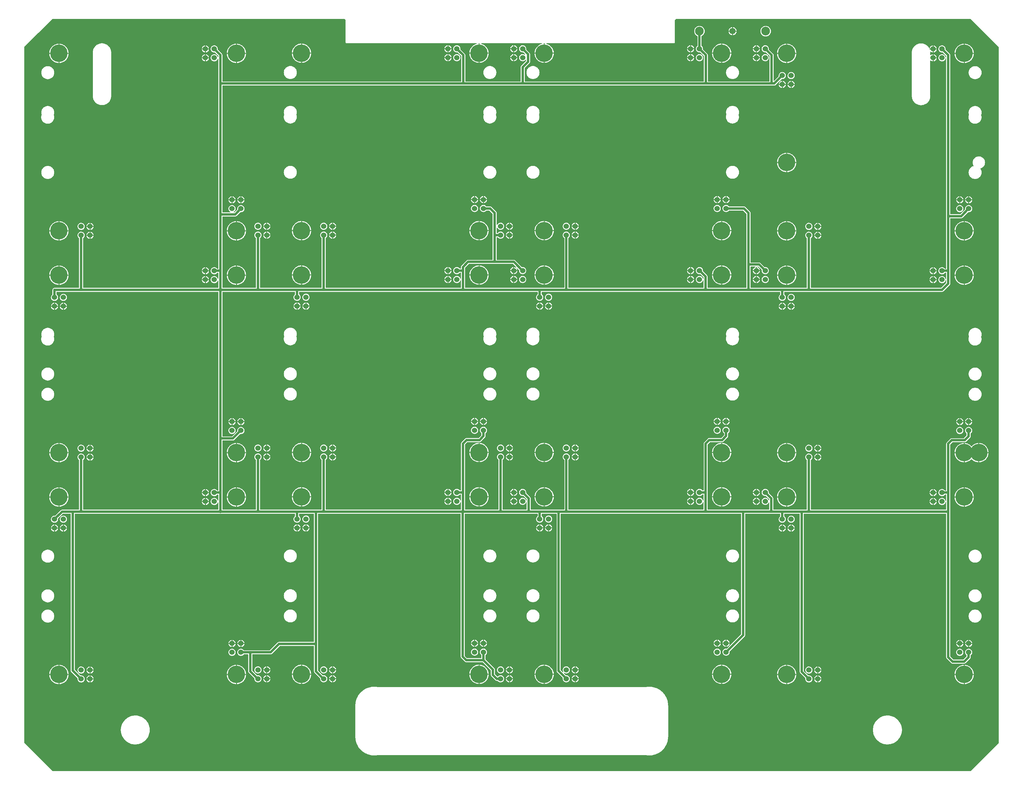
<source format=gtl>
G04 Layer: TopLayer*
G04 EasyEDA v6.5.15, 2022-10-06 20:43:05*
G04 d80ca3a9b8d842dca4fe4369d2386359,5a6b42c53f6a479593ecc07194224c93,10*
G04 Gerber Generator version 0.2*
G04 Scale: 100 percent, Rotated: No, Reflected: No *
G04 Dimensions in millimeters *
G04 leading zeros omitted , absolute positions ,4 integer and 5 decimal *
%FSLAX45Y45*%
%MOMM*%

%ADD10C,0.6350*%
%ADD11C,5.0000*%
%ADD12C,1.5240*%
%ADD13C,2.5000*%
%ADD14C,1.8000*%
%ADD15C,0.0143*%

%LPD*%
G36*
X840435Y25908D02*
G01*
X836574Y26670D01*
X833272Y28905D01*
X28905Y833272D01*
X26670Y836574D01*
X25908Y840435D01*
X25908Y20764347D01*
X26720Y20768259D01*
X28956Y20771612D01*
X833119Y21561196D01*
X836421Y21563330D01*
X840232Y21564092D01*
X9179864Y21564092D01*
X9183725Y21563330D01*
X9187027Y21561094D01*
X9216694Y21531427D01*
X9218930Y21528125D01*
X9219692Y21524264D01*
X9219692Y20892109D01*
X9220504Y20885607D01*
X9222587Y20880070D01*
X9226143Y20874939D01*
X9229140Y20871891D01*
X9232747Y20869249D01*
X9238284Y20866760D01*
X9245752Y20865592D01*
X12964464Y20865592D01*
X12968579Y20864728D01*
X12971983Y20862290D01*
X12974116Y20858683D01*
X12974574Y20854466D01*
X12973354Y20850504D01*
X12970560Y20847304D01*
X12966801Y20845526D01*
X12963804Y20844865D01*
X12941808Y20837702D01*
X12920522Y20828762D01*
X12900050Y20818043D01*
X12880543Y20805648D01*
X12862153Y20791678D01*
X12844932Y20776234D01*
X12829133Y20759369D01*
X12814808Y20741284D01*
X12802006Y20722031D01*
X12790881Y20701762D01*
X12781483Y20680680D01*
X12773863Y20658836D01*
X12768122Y20636484D01*
X12764262Y20613674D01*
X12762433Y20591780D01*
X13025272Y20591780D01*
X13025272Y20855432D01*
X13026085Y20859343D01*
X13028269Y20862594D01*
X13031571Y20864830D01*
X13035432Y20865592D01*
X13040512Y20865592D01*
X13044424Y20864830D01*
X13047726Y20862594D01*
X13049910Y20859343D01*
X13050672Y20855432D01*
X13050672Y20591780D01*
X13313359Y20591780D01*
X13312901Y20602194D01*
X13310006Y20625104D01*
X13305231Y20647710D01*
X13298525Y20669859D01*
X13290042Y20691348D01*
X13279780Y20712023D01*
X13267791Y20731784D01*
X13254228Y20750479D01*
X13239089Y20767954D01*
X13222630Y20784159D01*
X13204799Y20798891D01*
X13185851Y20812048D01*
X13165836Y20823631D01*
X13144906Y20833435D01*
X13123265Y20841512D01*
X13108381Y20845627D01*
X13104723Y20847558D01*
X13102132Y20850758D01*
X13101015Y20854720D01*
X13101574Y20858835D01*
X13103707Y20862340D01*
X13107060Y20864728D01*
X13111124Y20865592D01*
X14828570Y20865592D01*
X14832685Y20864728D01*
X14836089Y20862290D01*
X14838222Y20858683D01*
X14838680Y20854466D01*
X14837460Y20850504D01*
X14834666Y20847304D01*
X14830907Y20845526D01*
X14827910Y20844865D01*
X14805913Y20837702D01*
X14784628Y20828762D01*
X14764156Y20818043D01*
X14744649Y20805648D01*
X14726259Y20791678D01*
X14709038Y20776234D01*
X14693239Y20759369D01*
X14678913Y20741284D01*
X14666112Y20722031D01*
X14654987Y20701762D01*
X14645589Y20680680D01*
X14637969Y20658836D01*
X14632228Y20636484D01*
X14628368Y20613674D01*
X14626539Y20591780D01*
X14889378Y20591780D01*
X14889378Y20855432D01*
X14890191Y20859343D01*
X14892375Y20862594D01*
X14895677Y20864830D01*
X14899538Y20865592D01*
X14904618Y20865592D01*
X14908530Y20864830D01*
X14911832Y20862594D01*
X14914016Y20859343D01*
X14914778Y20855432D01*
X14914778Y20591780D01*
X15177465Y20591780D01*
X15177007Y20602194D01*
X15174112Y20625104D01*
X15169337Y20647710D01*
X15162631Y20669859D01*
X15154148Y20691348D01*
X15143886Y20712023D01*
X15131897Y20731784D01*
X15118334Y20750479D01*
X15103195Y20767954D01*
X15086736Y20784159D01*
X15068905Y20798891D01*
X15049957Y20812048D01*
X15029942Y20823631D01*
X15009012Y20833435D01*
X14987371Y20841512D01*
X14972487Y20845627D01*
X14968829Y20847558D01*
X14966238Y20850758D01*
X14965121Y20854720D01*
X14965680Y20858835D01*
X14967813Y20862340D01*
X14971166Y20864728D01*
X14975230Y20865592D01*
X18617590Y20865592D01*
X18624092Y20866404D01*
X18629630Y20868487D01*
X18634760Y20872043D01*
X18637808Y20875040D01*
X18640450Y20878647D01*
X18642939Y20884184D01*
X18644108Y20891652D01*
X18644108Y21524264D01*
X18644870Y21528125D01*
X18647105Y21531427D01*
X18676772Y21561094D01*
X18680074Y21563330D01*
X18683935Y21564092D01*
X27099564Y21564092D01*
X27103425Y21563330D01*
X27106727Y21561094D01*
X27911094Y20756727D01*
X27913330Y20753425D01*
X27914092Y20749564D01*
X27914092Y840435D01*
X27913330Y836574D01*
X27911094Y833272D01*
X27106727Y28905D01*
X27103425Y26670D01*
X27099564Y25908D01*
G37*

%LPC*%
G36*
X20179487Y21221700D02*
G01*
X20281900Y21221700D01*
X20281900Y21323960D01*
X20272908Y21322842D01*
X20258786Y21319236D01*
X20245273Y21313851D01*
X20232522Y21306840D01*
X20220736Y21298306D01*
X20210119Y21288349D01*
X20200823Y21277122D01*
X20193050Y21264829D01*
X20186853Y21251672D01*
X20182332Y21237803D01*
X20179639Y21223528D01*
G37*
G36*
X20307300Y21221700D02*
G01*
X20409712Y21221700D01*
X20409560Y21223528D01*
X20406868Y21237803D01*
X20402346Y21251672D01*
X20396149Y21264829D01*
X20388376Y21277122D01*
X20379080Y21288349D01*
X20368463Y21298306D01*
X20356677Y21306840D01*
X20343926Y21313851D01*
X20330414Y21319236D01*
X20316291Y21322842D01*
X20307300Y21323960D01*
G37*
G36*
X24719788Y793140D02*
G01*
X24748286Y793648D01*
X24776734Y796137D01*
X24804928Y800506D01*
X24832767Y806856D01*
X24860046Y815136D01*
X24886767Y825246D01*
X24912675Y837184D01*
X24937720Y850900D01*
X24961748Y866292D01*
X24984659Y883310D01*
X25006350Y901852D01*
X25026670Y921867D01*
X25045619Y943203D01*
X25063043Y965809D01*
X25078842Y989584D01*
X25092964Y1014374D01*
X25105309Y1040079D01*
X25115926Y1066596D01*
X25124613Y1093774D01*
X25131471Y1121460D01*
X25136348Y1149604D01*
X25139294Y1178001D01*
X25140310Y1206500D01*
X25139294Y1234998D01*
X25136348Y1263396D01*
X25131471Y1291539D01*
X25124613Y1319225D01*
X25115926Y1346403D01*
X25105309Y1372920D01*
X25092964Y1398625D01*
X25078842Y1423416D01*
X25063043Y1447190D01*
X25045619Y1469796D01*
X25026670Y1491132D01*
X25006350Y1511147D01*
X24984659Y1529689D01*
X24961748Y1546707D01*
X24937720Y1562100D01*
X24912675Y1575816D01*
X24886767Y1587754D01*
X24860046Y1597863D01*
X24832767Y1606143D01*
X24804928Y1612493D01*
X24776734Y1616862D01*
X24748286Y1619351D01*
X24719788Y1619859D01*
X24691289Y1618386D01*
X24662942Y1614932D01*
X24634901Y1609547D01*
X24607316Y1602232D01*
X24580291Y1593037D01*
X24553976Y1582013D01*
X24528475Y1569161D01*
X24503938Y1554632D01*
X24480469Y1538427D01*
X24458168Y1520596D01*
X24437136Y1501343D01*
X24417477Y1480616D01*
X24399290Y1458620D01*
X24382679Y1435455D01*
X24367693Y1411122D01*
X24354434Y1385874D01*
X24342953Y1359763D01*
X24333301Y1332890D01*
X24325529Y1305458D01*
X24319636Y1277518D01*
X24315724Y1249222D01*
X24313743Y1220774D01*
X24313743Y1192225D01*
X24315724Y1163777D01*
X24319636Y1135481D01*
X24325529Y1107541D01*
X24333301Y1080109D01*
X24342953Y1053236D01*
X24354434Y1027125D01*
X24367693Y1001877D01*
X24382679Y977544D01*
X24399290Y954379D01*
X24417477Y932383D01*
X24437136Y911656D01*
X24458168Y892403D01*
X24480469Y874572D01*
X24503938Y858367D01*
X24528475Y843838D01*
X24553976Y830986D01*
X24580291Y819962D01*
X24607316Y810768D01*
X24634901Y803452D01*
X24662942Y798068D01*
X24691289Y794613D01*
G37*
G36*
X3193288Y793140D02*
G01*
X3221786Y793648D01*
X3250234Y796137D01*
X3278428Y800506D01*
X3306267Y806856D01*
X3333546Y815136D01*
X3360267Y825246D01*
X3386175Y837184D01*
X3411220Y850900D01*
X3435248Y866292D01*
X3458159Y883310D01*
X3479850Y901852D01*
X3500170Y921867D01*
X3519119Y943203D01*
X3536543Y965809D01*
X3552342Y989584D01*
X3566464Y1014374D01*
X3578809Y1040079D01*
X3589426Y1066596D01*
X3598113Y1093774D01*
X3604971Y1121460D01*
X3609848Y1149604D01*
X3612794Y1178001D01*
X3613810Y1206500D01*
X3612794Y1234998D01*
X3609848Y1263396D01*
X3604971Y1291539D01*
X3598113Y1319225D01*
X3589426Y1346403D01*
X3578809Y1372920D01*
X3566464Y1398625D01*
X3552342Y1423416D01*
X3536543Y1447190D01*
X3519119Y1469796D01*
X3500170Y1491132D01*
X3479850Y1511147D01*
X3458159Y1529689D01*
X3435248Y1546707D01*
X3411220Y1562100D01*
X3386175Y1575816D01*
X3360267Y1587754D01*
X3333546Y1597863D01*
X3306267Y1606143D01*
X3278428Y1612493D01*
X3250234Y1616862D01*
X3221786Y1619351D01*
X3193288Y1619859D01*
X3164789Y1618386D01*
X3136442Y1614932D01*
X3108401Y1609547D01*
X3080816Y1602232D01*
X3053791Y1593037D01*
X3027476Y1582013D01*
X3001975Y1569161D01*
X2977438Y1554632D01*
X2953969Y1538427D01*
X2931668Y1520596D01*
X2910636Y1501343D01*
X2890977Y1480616D01*
X2872790Y1458620D01*
X2856179Y1435455D01*
X2841193Y1411122D01*
X2827934Y1385874D01*
X2816453Y1359763D01*
X2806801Y1332890D01*
X2799029Y1305458D01*
X2793136Y1277518D01*
X2789224Y1249222D01*
X2787243Y1220774D01*
X2787243Y1192225D01*
X2789224Y1163777D01*
X2793136Y1135481D01*
X2799029Y1107541D01*
X2806801Y1080109D01*
X2816453Y1053236D01*
X2827934Y1027125D01*
X2841193Y1001877D01*
X2856179Y977544D01*
X2872790Y954379D01*
X2890977Y932383D01*
X2910636Y911656D01*
X2931668Y892403D01*
X2953969Y874572D01*
X2977438Y858367D01*
X3001975Y843838D01*
X3027476Y830986D01*
X3053791Y819962D01*
X3080816Y810768D01*
X3108401Y803452D01*
X3136442Y798068D01*
X3164789Y794613D01*
G37*
G36*
X20307300Y21094039D02*
G01*
X20316291Y21095157D01*
X20330414Y21098764D01*
X20343926Y21104148D01*
X20356677Y21111159D01*
X20368463Y21119693D01*
X20379080Y21129650D01*
X20388376Y21140877D01*
X20396149Y21153170D01*
X20402346Y21166328D01*
X20406868Y21180196D01*
X20409560Y21194471D01*
X20409712Y21196300D01*
X20307300Y21196300D01*
G37*
G36*
X1028700Y2518562D02*
G01*
X1033322Y2518664D01*
X1056284Y2521051D01*
X1078992Y2525369D01*
X1101242Y2531618D01*
X1122934Y2539644D01*
X1143812Y2549499D01*
X1163828Y2561031D01*
X1182827Y2574239D01*
X1200607Y2588971D01*
X1217117Y2605125D01*
X1232204Y2622600D01*
X1245819Y2641295D01*
X1257757Y2661107D01*
X1268018Y2681782D01*
X1276553Y2703271D01*
X1283208Y2725369D01*
X1288034Y2747975D01*
X1290929Y2770936D01*
X1291336Y2781300D01*
X1028700Y2781300D01*
G37*
G36*
X21856700Y2518562D02*
G01*
X21861322Y2518664D01*
X21884284Y2521051D01*
X21906992Y2525369D01*
X21929242Y2531618D01*
X21950934Y2539644D01*
X21971812Y2549499D01*
X21991828Y2561031D01*
X22010827Y2574239D01*
X22028607Y2588971D01*
X22045117Y2605125D01*
X22060204Y2622600D01*
X22073819Y2641295D01*
X22085757Y2661107D01*
X22096018Y2681782D01*
X22104553Y2703271D01*
X22111208Y2725369D01*
X22116034Y2747975D01*
X22118929Y2770936D01*
X22119336Y2781300D01*
X21856700Y2781300D01*
G37*
G36*
X6108700Y2518562D02*
G01*
X6113322Y2518664D01*
X6136284Y2521051D01*
X6158992Y2525369D01*
X6181242Y2531618D01*
X6202934Y2539644D01*
X6223812Y2549499D01*
X6243828Y2561031D01*
X6262827Y2574239D01*
X6280607Y2588971D01*
X6297117Y2605125D01*
X6312204Y2622600D01*
X6325819Y2641295D01*
X6337757Y2661107D01*
X6348018Y2681782D01*
X6356553Y2703271D01*
X6363208Y2725369D01*
X6368034Y2747975D01*
X6370929Y2770936D01*
X6371336Y2781300D01*
X6108700Y2781300D01*
G37*
G36*
X26936700Y2518562D02*
G01*
X26941322Y2518664D01*
X26964284Y2521051D01*
X26986992Y2525369D01*
X27009242Y2531618D01*
X27030934Y2539644D01*
X27051812Y2549499D01*
X27071827Y2561031D01*
X27090827Y2574239D01*
X27108607Y2588971D01*
X27125117Y2605125D01*
X27140204Y2622600D01*
X27153819Y2641295D01*
X27165757Y2661107D01*
X27176018Y2681782D01*
X27184553Y2703271D01*
X27191208Y2725369D01*
X27196034Y2747975D01*
X27198929Y2770936D01*
X27199336Y2781300D01*
X26936700Y2781300D01*
G37*
G36*
X6083300Y2518613D02*
G01*
X6083300Y2781300D01*
X5820410Y2781300D01*
X5822289Y2759405D01*
X5826150Y2736646D01*
X5831890Y2714244D01*
X5839460Y2692450D01*
X5848858Y2671318D01*
X5859983Y2651099D01*
X5872784Y2631846D01*
X5887161Y2613710D01*
X5902960Y2596896D01*
X5920130Y2581402D01*
X5938520Y2567432D01*
X5958027Y2555087D01*
X5978499Y2544368D01*
X5999835Y2535428D01*
X6021781Y2528265D01*
X6044285Y2522982D01*
X6067145Y2519629D01*
G37*
G36*
X26911300Y2518613D02*
G01*
X26911300Y2781300D01*
X26648410Y2781300D01*
X26650289Y2759405D01*
X26654150Y2736646D01*
X26659890Y2714244D01*
X26667460Y2692450D01*
X26676858Y2671318D01*
X26687983Y2651099D01*
X26700784Y2631846D01*
X26715161Y2613710D01*
X26730960Y2596896D01*
X26748130Y2581402D01*
X26766520Y2567432D01*
X26786027Y2555087D01*
X26806499Y2544368D01*
X26827835Y2535428D01*
X26849781Y2528265D01*
X26872285Y2522982D01*
X26895145Y2519629D01*
G37*
G36*
X1003300Y2518613D02*
G01*
X1003300Y2781300D01*
X740410Y2781300D01*
X742289Y2759405D01*
X746150Y2736646D01*
X751890Y2714244D01*
X759460Y2692450D01*
X768858Y2671318D01*
X779983Y2651099D01*
X792784Y2631846D01*
X807161Y2613710D01*
X822960Y2596896D01*
X840130Y2581402D01*
X858519Y2567432D01*
X878027Y2555087D01*
X898499Y2544368D01*
X919835Y2535428D01*
X941781Y2528265D01*
X964285Y2522982D01*
X987145Y2519629D01*
G37*
G36*
X21831300Y2518613D02*
G01*
X21831300Y2781300D01*
X21568410Y2781300D01*
X21570289Y2759405D01*
X21574150Y2736646D01*
X21579890Y2714244D01*
X21587460Y2692450D01*
X21596858Y2671318D01*
X21607983Y2651099D01*
X21620784Y2631846D01*
X21635161Y2613710D01*
X21650960Y2596896D01*
X21668130Y2581402D01*
X21686520Y2567432D01*
X21706027Y2555087D01*
X21726499Y2544368D01*
X21747835Y2535428D01*
X21769781Y2528265D01*
X21792285Y2522982D01*
X21815145Y2519629D01*
G37*
G36*
X19994778Y2523642D02*
G01*
X19999401Y2523744D01*
X20022413Y2526182D01*
X20045121Y2530500D01*
X20067371Y2536698D01*
X20089012Y2544775D01*
X20109942Y2554579D01*
X20129906Y2566162D01*
X20148905Y2579319D01*
X20166685Y2594051D01*
X20183195Y2610256D01*
X20198334Y2627731D01*
X20211897Y2646426D01*
X20223886Y2666187D01*
X20234148Y2686862D01*
X20242631Y2708351D01*
X20249337Y2730500D01*
X20254112Y2753106D01*
X20257008Y2776016D01*
X20257465Y2786380D01*
X19994778Y2786380D01*
G37*
G36*
X14914778Y2523642D02*
G01*
X14919401Y2523744D01*
X14942413Y2526182D01*
X14965121Y2530500D01*
X14987371Y2536698D01*
X15009012Y2544775D01*
X15029942Y2554579D01*
X15049906Y2566162D01*
X15068905Y2579319D01*
X15086685Y2594051D01*
X15103195Y2610256D01*
X15118334Y2627731D01*
X15131897Y2646426D01*
X15143886Y2666187D01*
X15154148Y2686862D01*
X15162631Y2708351D01*
X15169337Y2730500D01*
X15174112Y2753106D01*
X15177007Y2776016D01*
X15177465Y2786380D01*
X14914778Y2786380D01*
G37*
G36*
X7970672Y2523642D02*
G01*
X7975295Y2523744D01*
X7998307Y2526182D01*
X8021015Y2530500D01*
X8043265Y2536698D01*
X8064906Y2544775D01*
X8085836Y2554579D01*
X8105851Y2566162D01*
X8124799Y2579319D01*
X8142630Y2594051D01*
X8159140Y2610256D01*
X8174228Y2627731D01*
X8187791Y2646426D01*
X8199780Y2666187D01*
X8210042Y2686862D01*
X8218525Y2708351D01*
X8225231Y2730500D01*
X8230006Y2753106D01*
X8232902Y2776016D01*
X8233359Y2786380D01*
X7970672Y2786380D01*
G37*
G36*
X13050672Y2523642D02*
G01*
X13055295Y2523744D01*
X13078307Y2526182D01*
X13101015Y2530500D01*
X13123265Y2536698D01*
X13144906Y2544775D01*
X13165836Y2554579D01*
X13185851Y2566162D01*
X13204799Y2579319D01*
X13222630Y2594051D01*
X13239140Y2610256D01*
X13254228Y2627731D01*
X13267791Y2646426D01*
X13279780Y2666187D01*
X13290042Y2686862D01*
X13298525Y2708351D01*
X13305231Y2730500D01*
X13310006Y2753106D01*
X13312901Y2776016D01*
X13313359Y2786380D01*
X13050672Y2786380D01*
G37*
G36*
X14889378Y2523693D02*
G01*
X14889378Y2786380D01*
X14626539Y2786380D01*
X14628368Y2764536D01*
X14632228Y2741726D01*
X14637969Y2719374D01*
X14645589Y2697530D01*
X14654987Y2676448D01*
X14666112Y2656179D01*
X14678913Y2636926D01*
X14693239Y2618841D01*
X14709038Y2601976D01*
X14726208Y2586532D01*
X14744649Y2572562D01*
X14764156Y2560167D01*
X14784628Y2549448D01*
X14805913Y2540508D01*
X14827910Y2533345D01*
X14850414Y2528112D01*
X14873274Y2524709D01*
G37*
G36*
X19969378Y2523693D02*
G01*
X19969378Y2786380D01*
X19706539Y2786380D01*
X19708368Y2764536D01*
X19712228Y2741726D01*
X19717969Y2719374D01*
X19725589Y2697530D01*
X19734987Y2676448D01*
X19746112Y2656179D01*
X19758914Y2636926D01*
X19773239Y2618841D01*
X19789038Y2601976D01*
X19806208Y2586532D01*
X19824649Y2572562D01*
X19844156Y2560167D01*
X19864628Y2549448D01*
X19885914Y2540508D01*
X19907910Y2533345D01*
X19930414Y2528112D01*
X19953274Y2524709D01*
G37*
G36*
X13025272Y2523693D02*
G01*
X13025272Y2786380D01*
X12762433Y2786380D01*
X12764262Y2764536D01*
X12768122Y2741726D01*
X12773863Y2719374D01*
X12781483Y2697530D01*
X12790881Y2676448D01*
X12802006Y2656179D01*
X12814808Y2636926D01*
X12829133Y2618841D01*
X12844983Y2601976D01*
X12862153Y2586532D01*
X12880543Y2572562D01*
X12900050Y2560167D01*
X12920522Y2549448D01*
X12941808Y2540508D01*
X12963804Y2533345D01*
X12986308Y2528112D01*
X13009168Y2524709D01*
G37*
G36*
X7945272Y2523693D02*
G01*
X7945272Y2786380D01*
X7682433Y2786380D01*
X7684262Y2764536D01*
X7688122Y2741726D01*
X7693863Y2719374D01*
X7701483Y2697530D01*
X7710881Y2676448D01*
X7722006Y2656179D01*
X7734808Y2636926D01*
X7749133Y2618841D01*
X7764983Y2601976D01*
X7782153Y2586532D01*
X7800543Y2572562D01*
X7820050Y2560167D01*
X7840522Y2549448D01*
X7861808Y2540508D01*
X7883804Y2533345D01*
X7906308Y2528112D01*
X7929168Y2524709D01*
G37*
G36*
X1654403Y2564993D02*
G01*
X1667967Y2566314D01*
X1681225Y2569514D01*
X1693976Y2574391D01*
X1705914Y2580944D01*
X1716887Y2589022D01*
X1726692Y2598521D01*
X1735175Y2609240D01*
X1742135Y2620975D01*
X1747418Y2633522D01*
X1751025Y2646680D01*
X1752854Y2660192D01*
X1752854Y2673807D01*
X1751025Y2687320D01*
X1747418Y2700477D01*
X1742135Y2713024D01*
X1735175Y2724759D01*
X1726692Y2735478D01*
X1716887Y2744978D01*
X1705914Y2753055D01*
X1693976Y2759608D01*
X1681225Y2764485D01*
X1667967Y2767685D01*
X1654403Y2769006D01*
X1640789Y2768549D01*
X1637538Y2768041D01*
X1634337Y2767990D01*
X1631289Y2768955D01*
X1628698Y2770886D01*
X1570024Y2829509D01*
X1567637Y2833217D01*
X1567129Y2837129D01*
X1563319Y2837637D01*
X1559560Y2840024D01*
X1470355Y2929229D01*
X1468120Y2932480D01*
X1467358Y2936392D01*
X1467358Y7387081D01*
X1468120Y7390993D01*
X1470355Y7394244D01*
X1473606Y7396480D01*
X1477518Y7397242D01*
X5609590Y7397242D01*
X5612892Y7396683D01*
X5620867Y7393940D01*
X5630214Y7392416D01*
X5639765Y7392416D01*
X5649112Y7393940D01*
X5657088Y7396683D01*
X5660390Y7397242D01*
X7763154Y7397242D01*
X7767066Y7396480D01*
X7770368Y7394244D01*
X7772552Y7390993D01*
X7773314Y7387081D01*
X7773314Y7333437D01*
X7772806Y7330186D01*
X7771282Y7327290D01*
X7757617Y7315047D01*
X7748828Y7304633D01*
X7741462Y7293152D01*
X7735722Y7280808D01*
X7731709Y7267752D01*
X7729423Y7254341D01*
X7728966Y7240676D01*
X7730337Y7227112D01*
X7733487Y7213853D01*
X7738414Y7201153D01*
X7744968Y7189165D01*
X7753045Y7178192D01*
X7762544Y7168388D01*
X7773212Y7159955D01*
X7784947Y7152995D01*
X7797495Y7147661D01*
X7810652Y7144054D01*
X7824165Y7142225D01*
X7837830Y7142225D01*
X7851343Y7144054D01*
X7864500Y7147661D01*
X7877048Y7152995D01*
X7888782Y7159955D01*
X7899501Y7168388D01*
X7908950Y7178192D01*
X7917027Y7189165D01*
X7923580Y7201153D01*
X7928508Y7213853D01*
X7931658Y7227112D01*
X7933029Y7240676D01*
X7932572Y7254341D01*
X7930286Y7267752D01*
X7926273Y7280808D01*
X7920532Y7293152D01*
X7913166Y7304633D01*
X7904378Y7315047D01*
X7890713Y7327290D01*
X7889189Y7330186D01*
X7888630Y7333437D01*
X7888630Y7387081D01*
X7889443Y7390993D01*
X7891627Y7394244D01*
X7894929Y7396480D01*
X7898790Y7397242D01*
X8305596Y7397242D01*
X8309457Y7396480D01*
X8312759Y7394244D01*
X8314944Y7390993D01*
X8315756Y7387081D01*
X8315756Y3738118D01*
X8314944Y3734206D01*
X8312759Y3730955D01*
X8309457Y3728720D01*
X8305596Y3727958D01*
X7315606Y3727958D01*
X7305700Y3727145D01*
X7296505Y3724808D01*
X7287768Y3720998D01*
X7279741Y3715715D01*
X7274204Y3710838D01*
X7052970Y3489655D01*
X7049719Y3487420D01*
X7045807Y3486658D01*
X6312154Y3486658D01*
X6309055Y3487165D01*
X6306261Y3488588D01*
X6303975Y3490772D01*
X6300978Y3494887D01*
X6291478Y3504692D01*
X6280759Y3513175D01*
X6269024Y3520135D01*
X6256477Y3525418D01*
X6243320Y3529025D01*
X6229807Y3530854D01*
X6216192Y3530854D01*
X6202680Y3529025D01*
X6189522Y3525418D01*
X6176975Y3520135D01*
X6165240Y3513175D01*
X6154521Y3504692D01*
X6145022Y3494887D01*
X6136944Y3483914D01*
X6130391Y3471976D01*
X6125514Y3459226D01*
X6122314Y3445967D01*
X6120993Y3432403D01*
X6121450Y3418789D01*
X6123686Y3405327D01*
X6127750Y3392322D01*
X6133490Y3379927D01*
X6140805Y3368446D01*
X6149594Y3358032D01*
X6159754Y3348888D01*
X6170980Y3341166D01*
X6183122Y3335020D01*
X6196025Y3330549D01*
X6209385Y3327806D01*
X6223000Y3326892D01*
X6236614Y3327806D01*
X6249974Y3330549D01*
X6262878Y3335020D01*
X6275019Y3341166D01*
X6286246Y3348888D01*
X6296406Y3358032D01*
X6304584Y3367735D01*
X6308090Y3370376D01*
X6312357Y3371342D01*
X6421729Y3371342D01*
X6425590Y3370579D01*
X6428892Y3368395D01*
X6431076Y3365093D01*
X6431889Y3361232D01*
X6433362Y2883052D01*
X6433820Y2875584D01*
X6434124Y2873451D01*
X6435801Y2866288D01*
X6436461Y2864205D01*
X6439306Y2857398D01*
X6444183Y2849270D01*
X6445504Y2847492D01*
X6450431Y2841904D01*
X6606031Y2686354D01*
X6608318Y2682748D01*
X6608978Y2678480D01*
X6608521Y2672130D01*
X6609435Y2658516D01*
X6612178Y2645156D01*
X6616649Y2632252D01*
X6622796Y2620111D01*
X6630517Y2608834D01*
X6639661Y2598724D01*
X6650075Y2589936D01*
X6661556Y2582570D01*
X6673951Y2576830D01*
X6686956Y2572816D01*
X6700418Y2570530D01*
X6714032Y2570073D01*
X6727596Y2571445D01*
X6740855Y2574594D01*
X6753606Y2579522D01*
X6765544Y2586075D01*
X6776516Y2594152D01*
X6786321Y2603652D01*
X6794804Y2614320D01*
X6801713Y2626055D01*
X6807047Y2638653D01*
X6810654Y2651760D01*
X6812483Y2665323D01*
X6812483Y2678938D01*
X6810654Y2692450D01*
X6807047Y2705608D01*
X6801713Y2718155D01*
X6794804Y2729890D01*
X6786321Y2740609D01*
X6776516Y2750058D01*
X6765544Y2758186D01*
X6753606Y2764739D01*
X6740855Y2769616D01*
X6727596Y2772765D01*
X6714032Y2774137D01*
X6700418Y2773680D01*
X6689598Y2771851D01*
X6686397Y2771851D01*
X6683349Y2772816D01*
X6680758Y2774696D01*
X6551574Y2903880D01*
X6549339Y2907182D01*
X6548577Y2911043D01*
X6547205Y3361131D01*
X6547967Y3365042D01*
X6550152Y3368344D01*
X6553454Y3370579D01*
X6557365Y3371342D01*
X7073493Y3371342D01*
X7083399Y3372154D01*
X7092594Y3374491D01*
X7101331Y3378301D01*
X7109358Y3383584D01*
X7114895Y3388461D01*
X7336129Y3609644D01*
X7339380Y3611879D01*
X7343292Y3612642D01*
X8305596Y3612642D01*
X8309457Y3611879D01*
X8312759Y3609644D01*
X8314944Y3606393D01*
X8315756Y3602482D01*
X8315756Y2883306D01*
X8316569Y2873400D01*
X8318906Y2864205D01*
X8322716Y2855468D01*
X8327999Y2847441D01*
X8332876Y2841904D01*
X8488375Y2686354D01*
X8490712Y2682748D01*
X8491372Y2678480D01*
X8490915Y2672080D01*
X8491829Y2658516D01*
X8494572Y2645156D01*
X8499043Y2632252D01*
X8505190Y2620060D01*
X8512911Y2608834D01*
X8522055Y2598724D01*
X8532469Y2589936D01*
X8543950Y2582570D01*
X8556294Y2576830D01*
X8569350Y2572816D01*
X8582812Y2570530D01*
X8596426Y2570073D01*
X8609990Y2571445D01*
X8623249Y2574594D01*
X8636000Y2579522D01*
X8647938Y2586075D01*
X8658910Y2594152D01*
X8668715Y2603652D01*
X8677148Y2614320D01*
X8684107Y2626055D01*
X8689441Y2638602D01*
X8693048Y2651760D01*
X8694877Y2665272D01*
X8694877Y2678938D01*
X8693048Y2692450D01*
X8689441Y2705608D01*
X8684107Y2718155D01*
X8677148Y2729890D01*
X8668715Y2740558D01*
X8658910Y2750058D01*
X8647938Y2758135D01*
X8636000Y2764688D01*
X8623249Y2769616D01*
X8609990Y2772765D01*
X8596426Y2774137D01*
X8582812Y2773680D01*
X8571992Y2771851D01*
X8568791Y2771851D01*
X8565743Y2772816D01*
X8563152Y2774696D01*
X8434019Y2903829D01*
X8431834Y2907080D01*
X8431072Y2910992D01*
X8431072Y7387081D01*
X8431834Y7390993D01*
X8434019Y7394244D01*
X8437321Y7396480D01*
X8441232Y7397242D01*
X12505182Y7397242D01*
X12509093Y7396480D01*
X12512344Y7394244D01*
X12514580Y7390993D01*
X12515342Y7387081D01*
X12515342Y3302406D01*
X12516154Y3292500D01*
X12518491Y3283305D01*
X12522301Y3274567D01*
X12527584Y3266541D01*
X12532461Y3261004D01*
X12628727Y3164738D01*
X12636296Y3158337D01*
X12644475Y3153460D01*
X12653314Y3150006D01*
X12662763Y3148025D01*
X12670078Y3147568D01*
X13136981Y3147568D01*
X13140893Y3146806D01*
X13144144Y3144570D01*
X13375944Y2912770D01*
X13378180Y2909519D01*
X13378942Y2905607D01*
X13378942Y2781706D01*
X13379754Y2771800D01*
X13382091Y2762605D01*
X13385901Y2753868D01*
X13391184Y2745841D01*
X13396061Y2740304D01*
X13504773Y2631592D01*
X13512342Y2625191D01*
X13520521Y2620314D01*
X13529360Y2616860D01*
X13538809Y2614879D01*
X13546124Y2614422D01*
X13565428Y2614422D01*
X13568680Y2613914D01*
X13571575Y2612390D01*
X13583767Y2598724D01*
X13594181Y2589936D01*
X13605662Y2582570D01*
X13618057Y2576830D01*
X13631062Y2572816D01*
X13644524Y2570530D01*
X13658138Y2570073D01*
X13671702Y2571445D01*
X13684961Y2574594D01*
X13697712Y2579522D01*
X13709650Y2586075D01*
X13720622Y2594152D01*
X13730427Y2603652D01*
X13738910Y2614320D01*
X13745819Y2626055D01*
X13751153Y2638653D01*
X13754760Y2651760D01*
X13756589Y2665323D01*
X13756589Y2678938D01*
X13754760Y2692450D01*
X13751153Y2705608D01*
X13745819Y2718155D01*
X13738910Y2729890D01*
X13730427Y2740609D01*
X13720622Y2750058D01*
X13709650Y2758186D01*
X13697712Y2764739D01*
X13684961Y2769616D01*
X13671702Y2772765D01*
X13658138Y2774137D01*
X13644524Y2773680D01*
X13631062Y2771444D01*
X13618057Y2767380D01*
X13605662Y2761640D01*
X13594181Y2754325D01*
X13583767Y2745486D01*
X13576757Y2737764D01*
X13573455Y2735326D01*
X13569492Y2734411D01*
X13565479Y2735122D01*
X13562025Y2737408D01*
X13497255Y2802229D01*
X13495019Y2805480D01*
X13494257Y2809392D01*
X13494257Y2933293D01*
X13493445Y2943199D01*
X13491108Y2952394D01*
X13487298Y2961132D01*
X13482015Y2969158D01*
X13477138Y2974695D01*
X13225729Y3226155D01*
X13223494Y3229406D01*
X13222732Y3233318D01*
X13222732Y3344824D01*
X13223240Y3348075D01*
X13224763Y3350971D01*
X13238378Y3363112D01*
X13247166Y3373526D01*
X13254532Y3385058D01*
X13260273Y3397402D01*
X13264286Y3410458D01*
X13266572Y3423869D01*
X13267029Y3437534D01*
X13265657Y3451098D01*
X13262508Y3464356D01*
X13257580Y3477056D01*
X13251027Y3489045D01*
X13242950Y3500018D01*
X13233450Y3509822D01*
X13222782Y3518255D01*
X13211048Y3525215D01*
X13198500Y3530549D01*
X13185343Y3534156D01*
X13171830Y3535984D01*
X13158165Y3535984D01*
X13144652Y3534156D01*
X13131495Y3530549D01*
X13118947Y3525215D01*
X13107212Y3518255D01*
X13096544Y3509822D01*
X13087045Y3500018D01*
X13078968Y3489045D01*
X13072414Y3477056D01*
X13067487Y3464356D01*
X13064337Y3451098D01*
X13062965Y3437534D01*
X13063423Y3423869D01*
X13065709Y3410458D01*
X13069722Y3397402D01*
X13075462Y3385058D01*
X13082828Y3373526D01*
X13091617Y3363112D01*
X13105384Y3350869D01*
X13106908Y3347974D01*
X13107416Y3344722D01*
X13107416Y3273044D01*
X13106654Y3269132D01*
X13104418Y3265881D01*
X13101167Y3263646D01*
X13097256Y3262884D01*
X12697866Y3262884D01*
X12693954Y3263646D01*
X12690703Y3265881D01*
X12633655Y3322929D01*
X12631420Y3326180D01*
X12630658Y3330092D01*
X12630658Y7387081D01*
X12631420Y7390993D01*
X12633655Y7394244D01*
X12636906Y7396480D01*
X12640818Y7397242D01*
X14707260Y7397242D01*
X14711172Y7396480D01*
X14714474Y7394244D01*
X14716658Y7390993D01*
X14717420Y7387081D01*
X14717420Y7333437D01*
X14716912Y7330186D01*
X14715388Y7327290D01*
X14701723Y7315047D01*
X14692934Y7304633D01*
X14685568Y7293152D01*
X14679828Y7280808D01*
X14675815Y7267752D01*
X14673529Y7254341D01*
X14673072Y7240676D01*
X14674443Y7227112D01*
X14677593Y7213853D01*
X14682520Y7201153D01*
X14689074Y7189165D01*
X14697151Y7178192D01*
X14706600Y7168388D01*
X14717318Y7159955D01*
X14729053Y7152995D01*
X14741601Y7147661D01*
X14754758Y7144054D01*
X14768271Y7142225D01*
X14781936Y7142225D01*
X14795449Y7144054D01*
X14808606Y7147661D01*
X14821154Y7152995D01*
X14832888Y7159955D01*
X14843556Y7168388D01*
X14853056Y7178192D01*
X14861133Y7189165D01*
X14867686Y7201153D01*
X14872614Y7213853D01*
X14875763Y7227112D01*
X14877135Y7240676D01*
X14876678Y7254341D01*
X14874392Y7267752D01*
X14870379Y7280808D01*
X14864638Y7293152D01*
X14857272Y7304633D01*
X14848484Y7315047D01*
X14834819Y7327290D01*
X14833295Y7330186D01*
X14832736Y7333437D01*
X14832736Y7387081D01*
X14833549Y7390993D01*
X14835733Y7394244D01*
X14839035Y7396480D01*
X14842896Y7397242D01*
X15249702Y7397242D01*
X15253563Y7396480D01*
X15256865Y7394244D01*
X15259050Y7390993D01*
X15259862Y7387081D01*
X15259862Y2896006D01*
X15260675Y2886100D01*
X15263012Y2876905D01*
X15266822Y2868168D01*
X15272105Y2860141D01*
X15276931Y2854604D01*
X15433751Y2697784D01*
X15435681Y2695092D01*
X15436646Y2691942D01*
X15436545Y2688590D01*
X15435935Y2685694D01*
X15435021Y2672080D01*
X15435935Y2658516D01*
X15438628Y2645156D01*
X15443149Y2632252D01*
X15449296Y2620060D01*
X15457017Y2608834D01*
X15466161Y2598724D01*
X15476575Y2589936D01*
X15488056Y2582570D01*
X15500400Y2576830D01*
X15513456Y2572816D01*
X15526867Y2570530D01*
X15540532Y2570073D01*
X15554096Y2571445D01*
X15567355Y2574594D01*
X15580055Y2579522D01*
X15592044Y2586075D01*
X15603016Y2594152D01*
X15612821Y2603652D01*
X15621254Y2614320D01*
X15628213Y2626055D01*
X15633547Y2638602D01*
X15637154Y2651760D01*
X15638983Y2665272D01*
X15638983Y2678938D01*
X15637154Y2692450D01*
X15633547Y2705608D01*
X15628213Y2718155D01*
X15621254Y2729890D01*
X15612821Y2740558D01*
X15603016Y2750058D01*
X15592044Y2758135D01*
X15580055Y2764688D01*
X15567355Y2769616D01*
X15554096Y2772765D01*
X15540532Y2774137D01*
X15525699Y2773578D01*
X15521584Y2774238D01*
X15518130Y2776524D01*
X15470987Y2823616D01*
X15468701Y2827172D01*
X15468041Y2831338D01*
X15469107Y2835402D01*
X15471749Y2838704D01*
X15475508Y2840634D01*
X15479725Y2840888D01*
X15483636Y2839364D01*
X15488056Y2836570D01*
X15500400Y2830830D01*
X15513456Y2826816D01*
X15526867Y2824530D01*
X15540532Y2824073D01*
X15554096Y2825445D01*
X15567355Y2828594D01*
X15580055Y2833522D01*
X15592044Y2840075D01*
X15603016Y2848152D01*
X15612821Y2857652D01*
X15621254Y2868320D01*
X15628213Y2880055D01*
X15633547Y2892602D01*
X15637154Y2905760D01*
X15638983Y2919272D01*
X15638983Y2932938D01*
X15637154Y2946450D01*
X15633547Y2959608D01*
X15628213Y2972155D01*
X15621254Y2983890D01*
X15612821Y2994558D01*
X15603016Y3004058D01*
X15592044Y3012135D01*
X15580055Y3018688D01*
X15567355Y3023616D01*
X15554096Y3026765D01*
X15540532Y3028137D01*
X15526867Y3027680D01*
X15513456Y3025394D01*
X15500400Y3021380D01*
X15488056Y3015640D01*
X15476575Y3008274D01*
X15466161Y2999486D01*
X15457017Y2989376D01*
X15449296Y2978150D01*
X15443149Y2965958D01*
X15438628Y2953054D01*
X15435935Y2939694D01*
X15435021Y2926080D01*
X15435935Y2912516D01*
X15438628Y2899156D01*
X15443149Y2886252D01*
X15449296Y2874060D01*
X15451378Y2869438D01*
X15451226Y2865170D01*
X15449346Y2861360D01*
X15446095Y2858617D01*
X15441980Y2857500D01*
X15437764Y2858109D01*
X15434208Y2860446D01*
X15378125Y2916529D01*
X15375940Y2919780D01*
X15375178Y2923692D01*
X15375178Y7387081D01*
X15375940Y7390993D01*
X15378125Y7394244D01*
X15381427Y7396480D01*
X15385338Y7397242D01*
X20528788Y7397242D01*
X20532699Y7396480D01*
X20535950Y7394244D01*
X20538186Y7390993D01*
X20538948Y7387081D01*
X20538948Y3949598D01*
X20538186Y3945686D01*
X20535950Y3942435D01*
X20200010Y3606495D01*
X20196302Y3604107D01*
X20193863Y3603802D01*
X20193558Y3601364D01*
X20191171Y3597605D01*
X20131481Y3537915D01*
X20128941Y3536086D01*
X20126045Y3535070D01*
X20122946Y3535019D01*
X20115936Y3535984D01*
X20102271Y3535984D01*
X20088758Y3534156D01*
X20075601Y3530549D01*
X20063053Y3525215D01*
X20051318Y3518255D01*
X20040650Y3509822D01*
X20031151Y3500018D01*
X20023074Y3489045D01*
X20016520Y3477056D01*
X20011593Y3464356D01*
X20008443Y3451098D01*
X20007072Y3437534D01*
X20007529Y3423869D01*
X20009815Y3410458D01*
X20013828Y3397402D01*
X20019568Y3385058D01*
X20026934Y3373526D01*
X20035723Y3363112D01*
X20045832Y3353968D01*
X20057059Y3346246D01*
X20069251Y3340100D01*
X20082154Y3335629D01*
X20095514Y3332937D01*
X20109129Y3332022D01*
X20122692Y3332937D01*
X20136053Y3335629D01*
X20148956Y3340100D01*
X20161148Y3346246D01*
X20172375Y3353968D01*
X20182484Y3363112D01*
X20191272Y3373526D01*
X20198638Y3385058D01*
X20204379Y3397402D01*
X20208392Y3410458D01*
X20210678Y3423869D01*
X20211135Y3437534D01*
X20210068Y3448151D01*
X20210627Y3452571D01*
X20212964Y3456330D01*
X20637093Y3880459D01*
X20643494Y3888028D01*
X20648371Y3896207D01*
X20651825Y3905046D01*
X20653806Y3914495D01*
X20654264Y3921810D01*
X20654264Y7387081D01*
X20655026Y7390993D01*
X20657261Y7394244D01*
X20660512Y7396480D01*
X20664424Y7397242D01*
X21649182Y7397242D01*
X21653093Y7396480D01*
X21656344Y7394244D01*
X21658580Y7390993D01*
X21659342Y7387081D01*
X21659342Y7328306D01*
X21658834Y7325106D01*
X21657310Y7322210D01*
X21643594Y7309967D01*
X21634805Y7299553D01*
X21627490Y7288072D01*
X21621750Y7275677D01*
X21617686Y7262672D01*
X21615450Y7249210D01*
X21614993Y7235596D01*
X21616314Y7222032D01*
X21619514Y7208774D01*
X21624391Y7196023D01*
X21630944Y7184085D01*
X21639022Y7173112D01*
X21648521Y7163308D01*
X21659240Y7154824D01*
X21670975Y7147864D01*
X21683522Y7142581D01*
X21696680Y7138974D01*
X21710192Y7137146D01*
X21723807Y7137146D01*
X21737320Y7138974D01*
X21750477Y7142581D01*
X21763024Y7147864D01*
X21774759Y7154824D01*
X21785478Y7163308D01*
X21794978Y7173112D01*
X21803055Y7184085D01*
X21809608Y7196023D01*
X21814485Y7208774D01*
X21817685Y7222032D01*
X21819006Y7235596D01*
X21818549Y7249210D01*
X21816314Y7262672D01*
X21812250Y7275677D01*
X21806509Y7288072D01*
X21799194Y7299553D01*
X21790406Y7309967D01*
X21776690Y7322210D01*
X21775166Y7325106D01*
X21774658Y7328306D01*
X21774658Y7387081D01*
X21775420Y7390993D01*
X21777655Y7394244D01*
X21780906Y7396480D01*
X21784818Y7397242D01*
X22207982Y7397242D01*
X22211893Y7396480D01*
X22215144Y7394244D01*
X22217380Y7390993D01*
X22218142Y7387081D01*
X22218142Y2870606D01*
X22218954Y2860700D01*
X22221291Y2851505D01*
X22225101Y2842768D01*
X22230384Y2834741D01*
X22235261Y2829204D01*
X22374961Y2689453D01*
X22377298Y2685846D01*
X22377958Y2681579D01*
X22376892Y2667000D01*
X22377806Y2653385D01*
X22380549Y2640025D01*
X22385020Y2627122D01*
X22391166Y2614980D01*
X22398888Y2603754D01*
X22408032Y2593594D01*
X22418446Y2584805D01*
X22429927Y2577490D01*
X22442322Y2571750D01*
X22455327Y2567686D01*
X22468789Y2565450D01*
X22482403Y2564993D01*
X22495967Y2566314D01*
X22509226Y2569514D01*
X22521976Y2574391D01*
X22533914Y2580944D01*
X22544887Y2589022D01*
X22554692Y2598521D01*
X22563175Y2609240D01*
X22570135Y2620975D01*
X22575418Y2633522D01*
X22579025Y2646680D01*
X22580854Y2660192D01*
X22580854Y2673807D01*
X22579025Y2687320D01*
X22575418Y2700477D01*
X22570135Y2713024D01*
X22563175Y2724759D01*
X22554692Y2735478D01*
X22544887Y2744978D01*
X22533914Y2753055D01*
X22521976Y2759608D01*
X22509226Y2764485D01*
X22495967Y2767685D01*
X22482403Y2769006D01*
X22468789Y2768549D01*
X22465538Y2768041D01*
X22462337Y2767990D01*
X22459289Y2768955D01*
X22456698Y2770886D01*
X22398024Y2829509D01*
X22395637Y2833217D01*
X22395129Y2837129D01*
X22391319Y2837637D01*
X22387560Y2840024D01*
X22336455Y2891129D01*
X22334220Y2894380D01*
X22333458Y2898292D01*
X22333458Y7387081D01*
X22334220Y7390993D01*
X22336455Y7394244D01*
X22339706Y7396480D01*
X22343618Y7397242D01*
X26398982Y7397242D01*
X26402893Y7396480D01*
X26406144Y7394244D01*
X26408380Y7390993D01*
X26409142Y7387081D01*
X26409142Y3289706D01*
X26409954Y3279800D01*
X26412291Y3270605D01*
X26416101Y3261867D01*
X26421384Y3253841D01*
X26426261Y3248304D01*
X26552753Y3121812D01*
X26560322Y3115411D01*
X26568501Y3110534D01*
X26577340Y3107080D01*
X26586789Y3105099D01*
X26594104Y3104642D01*
X26923593Y3104642D01*
X26933499Y3105454D01*
X26942694Y3107791D01*
X26951432Y3111601D01*
X26959458Y3116884D01*
X26964995Y3121761D01*
X27091487Y3248253D01*
X27097888Y3255822D01*
X27102765Y3264001D01*
X27106219Y3272840D01*
X27108200Y3282289D01*
X27108658Y3289604D01*
X27108658Y3339693D01*
X27109165Y3342894D01*
X27110689Y3345789D01*
X27124406Y3358032D01*
X27133194Y3368446D01*
X27140509Y3379927D01*
X27146250Y3392322D01*
X27150314Y3405327D01*
X27152549Y3418789D01*
X27153006Y3432403D01*
X27151685Y3445967D01*
X27148485Y3459226D01*
X27143608Y3471976D01*
X27137055Y3483914D01*
X27128977Y3494887D01*
X27119478Y3504692D01*
X27108759Y3513175D01*
X27097024Y3520135D01*
X27084477Y3525418D01*
X27071320Y3529025D01*
X27057807Y3530854D01*
X27044192Y3530854D01*
X27030680Y3529025D01*
X27017522Y3525418D01*
X27004975Y3520135D01*
X26993240Y3513175D01*
X26982521Y3504692D01*
X26973022Y3494887D01*
X26964944Y3483914D01*
X26958391Y3471976D01*
X26953514Y3459226D01*
X26950314Y3445967D01*
X26948993Y3432403D01*
X26949450Y3418789D01*
X26951686Y3405327D01*
X26955750Y3392322D01*
X26961490Y3379927D01*
X26968805Y3368446D01*
X26977594Y3358032D01*
X26991310Y3345789D01*
X26992834Y3342894D01*
X26993342Y3339693D01*
X26993342Y3317392D01*
X26992580Y3313480D01*
X26990344Y3310229D01*
X26903070Y3222955D01*
X26899819Y3220720D01*
X26895907Y3219958D01*
X26621892Y3219958D01*
X26617980Y3220720D01*
X26614729Y3222955D01*
X26527455Y3310229D01*
X26525220Y3313480D01*
X26524458Y3317392D01*
X26524458Y9369907D01*
X26525220Y9373819D01*
X26527455Y9377070D01*
X26589329Y9438944D01*
X26592580Y9441180D01*
X26596492Y9441942D01*
X26936293Y9441942D01*
X26946199Y9442754D01*
X26955394Y9445091D01*
X26964132Y9448901D01*
X26972158Y9454184D01*
X26977695Y9459061D01*
X27091487Y9572853D01*
X27097888Y9580422D01*
X27102765Y9588601D01*
X27106219Y9597440D01*
X27108200Y9606889D01*
X27108658Y9614204D01*
X27108658Y9689693D01*
X27109165Y9692894D01*
X27110689Y9695789D01*
X27124406Y9708032D01*
X27133194Y9718446D01*
X27140509Y9729927D01*
X27146250Y9742322D01*
X27150314Y9755327D01*
X27152549Y9768789D01*
X27153006Y9782403D01*
X27151685Y9795967D01*
X27148485Y9809226D01*
X27143608Y9821976D01*
X27137055Y9833914D01*
X27128977Y9844887D01*
X27119478Y9854692D01*
X27108759Y9863175D01*
X27097024Y9870135D01*
X27084477Y9875418D01*
X27071320Y9879025D01*
X27057807Y9880854D01*
X27044192Y9880854D01*
X27030680Y9879025D01*
X27017522Y9875418D01*
X27004975Y9870135D01*
X26993240Y9863175D01*
X26982521Y9854692D01*
X26973022Y9844887D01*
X26964944Y9833914D01*
X26958391Y9821976D01*
X26953514Y9809226D01*
X26950314Y9795967D01*
X26948993Y9782403D01*
X26949450Y9768789D01*
X26951686Y9755327D01*
X26955750Y9742322D01*
X26961490Y9729927D01*
X26968805Y9718446D01*
X26977594Y9708032D01*
X26991310Y9695789D01*
X26992834Y9692894D01*
X26993342Y9689693D01*
X26993342Y9641992D01*
X26992580Y9638080D01*
X26990344Y9634829D01*
X26915770Y9560255D01*
X26912519Y9558020D01*
X26908607Y9557258D01*
X26568806Y9557258D01*
X26558900Y9556445D01*
X26549705Y9554108D01*
X26540968Y9550298D01*
X26532941Y9545015D01*
X26527404Y9540138D01*
X26426312Y9439046D01*
X26419911Y9431477D01*
X26415034Y9423298D01*
X26411580Y9414459D01*
X26409599Y9405010D01*
X26409142Y9397695D01*
X26409142Y8068818D01*
X26408380Y8064906D01*
X26406144Y8061655D01*
X26402893Y8059420D01*
X26398982Y8058658D01*
X26378306Y8058658D01*
X26375106Y8059166D01*
X26372210Y8060690D01*
X26359967Y8074406D01*
X26349553Y8083194D01*
X26338072Y8090509D01*
X26325677Y8096250D01*
X26312672Y8100314D01*
X26299210Y8102549D01*
X26285596Y8103006D01*
X26272032Y8101685D01*
X26258774Y8098485D01*
X26246023Y8093608D01*
X26234085Y8087055D01*
X26223112Y8078978D01*
X26213308Y8069478D01*
X26204824Y8058759D01*
X26197864Y8047024D01*
X26192581Y8034477D01*
X26188974Y8021320D01*
X26187146Y8007807D01*
X26187146Y7994192D01*
X26188974Y7980680D01*
X26192581Y7967522D01*
X26197864Y7954975D01*
X26204824Y7943240D01*
X26213308Y7932521D01*
X26223112Y7923022D01*
X26234085Y7914944D01*
X26246023Y7908391D01*
X26258774Y7903514D01*
X26272032Y7900314D01*
X26285596Y7898993D01*
X26299210Y7899450D01*
X26312672Y7901686D01*
X26325677Y7905750D01*
X26338072Y7911490D01*
X26349553Y7918805D01*
X26359967Y7927594D01*
X26372210Y7941309D01*
X26375106Y7942834D01*
X26378306Y7943342D01*
X26398982Y7943342D01*
X26402893Y7942580D01*
X26406144Y7940344D01*
X26408380Y7937093D01*
X26409142Y7933181D01*
X26409142Y7768285D01*
X26408278Y7764119D01*
X26405738Y7760716D01*
X26402080Y7758582D01*
X26397864Y7758175D01*
X26393851Y7759496D01*
X26390701Y7762392D01*
X26389025Y7766253D01*
X26387450Y7773974D01*
X26382980Y7786878D01*
X26376833Y7799019D01*
X26369111Y7810246D01*
X26359967Y7820406D01*
X26349553Y7829194D01*
X26338072Y7836509D01*
X26325677Y7842250D01*
X26312672Y7846314D01*
X26299210Y7848549D01*
X26285596Y7849006D01*
X26272032Y7847685D01*
X26258774Y7844485D01*
X26246023Y7839608D01*
X26234085Y7833055D01*
X26223112Y7824978D01*
X26213308Y7815478D01*
X26204824Y7804759D01*
X26197864Y7793024D01*
X26192581Y7780477D01*
X26188974Y7767320D01*
X26187146Y7753807D01*
X26187146Y7740192D01*
X26188974Y7726680D01*
X26192581Y7713522D01*
X26197864Y7700975D01*
X26204824Y7689240D01*
X26213308Y7678521D01*
X26223112Y7669022D01*
X26234085Y7660944D01*
X26246023Y7654391D01*
X26258774Y7649514D01*
X26272032Y7646314D01*
X26285596Y7644993D01*
X26299210Y7645450D01*
X26312672Y7647686D01*
X26325677Y7651750D01*
X26338072Y7657490D01*
X26349553Y7664805D01*
X26359967Y7673594D01*
X26369111Y7683753D01*
X26376833Y7694980D01*
X26382980Y7707122D01*
X26387450Y7720025D01*
X26389025Y7727746D01*
X26390701Y7731607D01*
X26393851Y7734503D01*
X26397864Y7735824D01*
X26402080Y7735366D01*
X26405738Y7733284D01*
X26408278Y7729880D01*
X26409142Y7725714D01*
X26409142Y7522718D01*
X26408380Y7518806D01*
X26406144Y7515555D01*
X26402893Y7513320D01*
X26398982Y7512558D01*
X22546818Y7512558D01*
X22542906Y7513320D01*
X22539655Y7515555D01*
X22537420Y7518806D01*
X22536658Y7522718D01*
X22536658Y8927846D01*
X22537166Y8930944D01*
X22538588Y8933738D01*
X22540772Y8936024D01*
X22544887Y8939022D01*
X22554692Y8948521D01*
X22563175Y8959240D01*
X22570135Y8970975D01*
X22575418Y8983522D01*
X22579025Y8996680D01*
X22580854Y9010192D01*
X22580854Y9023807D01*
X22579025Y9037320D01*
X22575418Y9050477D01*
X22570135Y9063024D01*
X22563175Y9074759D01*
X22554692Y9085478D01*
X22544887Y9094978D01*
X22533914Y9103055D01*
X22521976Y9109608D01*
X22509226Y9114485D01*
X22495967Y9117685D01*
X22482403Y9119006D01*
X22468789Y9118549D01*
X22455327Y9116314D01*
X22442322Y9112250D01*
X22429927Y9106509D01*
X22418446Y9099194D01*
X22408032Y9090406D01*
X22398888Y9080246D01*
X22391166Y9069019D01*
X22385020Y9056878D01*
X22380549Y9043974D01*
X22377806Y9030614D01*
X22376892Y9017000D01*
X22377806Y9003385D01*
X22380549Y8990025D01*
X22385020Y8977122D01*
X22391166Y8964980D01*
X22398888Y8953754D01*
X22408032Y8943594D01*
X22417735Y8935415D01*
X22420376Y8931910D01*
X22421342Y8927642D01*
X22421342Y7522718D01*
X22420580Y7518806D01*
X22418344Y7515555D01*
X22415093Y7513320D01*
X22411182Y7512558D01*
X21467318Y7512558D01*
X21463406Y7513320D01*
X21460155Y7515555D01*
X21457920Y7518806D01*
X21457158Y7522718D01*
X21457158Y7835493D01*
X21456345Y7845399D01*
X21454008Y7854594D01*
X21450198Y7863331D01*
X21444915Y7871358D01*
X21440089Y7876844D01*
X21333510Y7983626D01*
X21331174Y7987233D01*
X21330564Y7991500D01*
X21331580Y8006130D01*
X21330666Y8019694D01*
X21327973Y8033054D01*
X21323452Y8045958D01*
X21317305Y8058099D01*
X21309584Y8069376D01*
X21300440Y8079486D01*
X21290026Y8088274D01*
X21278545Y8095640D01*
X21266200Y8101380D01*
X21253145Y8105394D01*
X21239734Y8107680D01*
X21226068Y8108137D01*
X21212505Y8106765D01*
X21199246Y8103616D01*
X21186546Y8098688D01*
X21174557Y8092135D01*
X21163584Y8084058D01*
X21153780Y8074558D01*
X21145347Y8063890D01*
X21138388Y8052155D01*
X21133054Y8039557D01*
X21129447Y8026450D01*
X21127618Y8012887D01*
X21127618Y7999272D01*
X21129447Y7985759D01*
X21133054Y7972602D01*
X21138388Y7960055D01*
X21145347Y7948320D01*
X21153780Y7937601D01*
X21163584Y7928152D01*
X21174557Y7920024D01*
X21186546Y7913471D01*
X21199246Y7908594D01*
X21212505Y7905445D01*
X21226068Y7904073D01*
X21239734Y7904530D01*
X21242934Y7905038D01*
X21246134Y7905089D01*
X21249182Y7904124D01*
X21251773Y7902244D01*
X21309736Y7844180D01*
X21312124Y7840472D01*
X21312682Y7836103D01*
X21312022Y7833969D01*
X21314003Y7834630D01*
X21318423Y7834122D01*
X21322182Y7831734D01*
X21338895Y7815021D01*
X21341080Y7811719D01*
X21341842Y7807858D01*
X21341842Y7798257D01*
X21340826Y7793837D01*
X21338082Y7790332D01*
X21334018Y7788351D01*
X21329548Y7788300D01*
X21325484Y7790180D01*
X21322588Y7793634D01*
X21317305Y7804099D01*
X21309584Y7815376D01*
X21307450Y7817713D01*
X21305266Y7821574D01*
X21304961Y7826044D01*
X21305520Y7827518D01*
X21304300Y7827009D01*
X21299881Y7827213D01*
X21296020Y7829245D01*
X21290026Y7834274D01*
X21278545Y7841640D01*
X21266200Y7847380D01*
X21253145Y7851394D01*
X21239734Y7853680D01*
X21226068Y7854137D01*
X21212505Y7852765D01*
X21199246Y7849616D01*
X21186546Y7844688D01*
X21174557Y7838135D01*
X21163584Y7830058D01*
X21153780Y7820558D01*
X21145347Y7809890D01*
X21138388Y7798155D01*
X21133054Y7785557D01*
X21129447Y7772450D01*
X21127618Y7758887D01*
X21127618Y7745272D01*
X21129447Y7731759D01*
X21133054Y7718602D01*
X21138388Y7706055D01*
X21145347Y7694320D01*
X21153780Y7683601D01*
X21163584Y7674152D01*
X21174557Y7666024D01*
X21186546Y7659471D01*
X21199246Y7654594D01*
X21212505Y7651445D01*
X21226068Y7650073D01*
X21239734Y7650530D01*
X21253145Y7652766D01*
X21266200Y7656830D01*
X21278545Y7662570D01*
X21290026Y7669885D01*
X21300440Y7678724D01*
X21309584Y7688834D01*
X21317305Y7700060D01*
X21322588Y7710525D01*
X21325484Y7713980D01*
X21329548Y7715859D01*
X21334018Y7715808D01*
X21338082Y7713827D01*
X21340826Y7710322D01*
X21341842Y7705953D01*
X21341842Y7522718D01*
X21341080Y7518806D01*
X21338844Y7515555D01*
X21335593Y7513320D01*
X21331682Y7512558D01*
X19588988Y7512558D01*
X19585076Y7513320D01*
X19581825Y7515555D01*
X19579590Y7518806D01*
X19578828Y7522718D01*
X19578828Y7983931D01*
X19579132Y7986471D01*
X19581723Y7996631D01*
X19582587Y8006537D01*
X19582587Y9375038D01*
X19583349Y9378899D01*
X19585533Y9382201D01*
X19647408Y9444075D01*
X19650710Y9446260D01*
X19654570Y9447022D01*
X19994372Y9447022D01*
X20004278Y9447885D01*
X20013523Y9450222D01*
X20022210Y9454032D01*
X20030287Y9459315D01*
X20035774Y9464141D01*
X20149566Y9577933D01*
X20156017Y9585502D01*
X20160894Y9593681D01*
X20164348Y9602571D01*
X20166330Y9611969D01*
X20166787Y9619335D01*
X20166787Y9694773D01*
X20167295Y9698024D01*
X20168819Y9700920D01*
X20182484Y9713112D01*
X20191272Y9723526D01*
X20198638Y9735058D01*
X20204379Y9747402D01*
X20208392Y9760458D01*
X20210678Y9773869D01*
X20211135Y9787534D01*
X20209764Y9801098D01*
X20206614Y9814356D01*
X20201686Y9827056D01*
X20195133Y9839045D01*
X20187056Y9850018D01*
X20177556Y9859822D01*
X20166888Y9868255D01*
X20155154Y9875215D01*
X20142606Y9880549D01*
X20129449Y9884156D01*
X20115936Y9885984D01*
X20102271Y9885984D01*
X20088758Y9884156D01*
X20075601Y9880549D01*
X20063053Y9875215D01*
X20051318Y9868255D01*
X20040650Y9859822D01*
X20031151Y9850018D01*
X20023074Y9839045D01*
X20016520Y9827056D01*
X20011593Y9814356D01*
X20008443Y9801098D01*
X20007072Y9787534D01*
X20007529Y9773869D01*
X20009815Y9760458D01*
X20013828Y9747402D01*
X20019568Y9735058D01*
X20026934Y9723526D01*
X20035723Y9713112D01*
X20049388Y9700920D01*
X20050912Y9698024D01*
X20051471Y9694773D01*
X20051471Y9647072D01*
X20050658Y9643211D01*
X20048474Y9639909D01*
X19973899Y9565335D01*
X19970597Y9563150D01*
X19966736Y9562338D01*
X19626935Y9562338D01*
X19617029Y9561525D01*
X19607784Y9559188D01*
X19599097Y9555378D01*
X19591020Y9550095D01*
X19585533Y9545269D01*
X19484441Y9444177D01*
X19477990Y9436608D01*
X19473113Y9428429D01*
X19469658Y9419539D01*
X19467677Y9410141D01*
X19467271Y9402775D01*
X19467271Y8073898D01*
X19466458Y8069986D01*
X19464274Y8066735D01*
X19460972Y8064500D01*
X19457111Y8063738D01*
X19436435Y8063738D01*
X19433184Y8064246D01*
X19430288Y8065770D01*
X19427240Y8069376D01*
X19418046Y8079486D01*
X19407632Y8088274D01*
X19396151Y8095640D01*
X19383806Y8101380D01*
X19370751Y8105394D01*
X19357340Y8107680D01*
X19343674Y8108137D01*
X19330111Y8106765D01*
X19316852Y8103616D01*
X19304152Y8098688D01*
X19292163Y8092135D01*
X19281190Y8084058D01*
X19271386Y8074558D01*
X19262953Y8063890D01*
X19255994Y8052155D01*
X19250660Y8039608D01*
X19247053Y8026450D01*
X19245224Y8012938D01*
X19245224Y7999272D01*
X19247053Y7985759D01*
X19250660Y7972602D01*
X19255994Y7960055D01*
X19262953Y7948320D01*
X19271386Y7937601D01*
X19281190Y7928152D01*
X19292163Y7920075D01*
X19304152Y7913522D01*
X19316852Y7908594D01*
X19330111Y7905445D01*
X19343674Y7904073D01*
X19357340Y7904530D01*
X19370751Y7906816D01*
X19383806Y7910830D01*
X19396151Y7916570D01*
X19407632Y7923936D01*
X19418046Y7932724D01*
X19430288Y7946390D01*
X19433184Y7947914D01*
X19436384Y7948422D01*
X19453352Y7948422D01*
X19457263Y7947659D01*
X19460514Y7945424D01*
X19462750Y7942173D01*
X19463512Y7938262D01*
X19463512Y7787589D01*
X19462699Y7783626D01*
X19460413Y7780274D01*
X19457009Y7778140D01*
X19452996Y7777429D01*
X19449084Y7778394D01*
X19445833Y7780781D01*
X19443750Y7784287D01*
X19441109Y7791958D01*
X19434911Y7804099D01*
X19427240Y7815376D01*
X19418046Y7825486D01*
X19407632Y7834274D01*
X19396151Y7841640D01*
X19383806Y7847380D01*
X19370751Y7851394D01*
X19357340Y7853680D01*
X19343674Y7854137D01*
X19330111Y7852765D01*
X19316852Y7849616D01*
X19304152Y7844688D01*
X19292163Y7838135D01*
X19281190Y7830058D01*
X19271386Y7820558D01*
X19262953Y7809890D01*
X19255994Y7798155D01*
X19250660Y7785608D01*
X19247053Y7772450D01*
X19245224Y7758938D01*
X19245224Y7745272D01*
X19247053Y7731759D01*
X19250660Y7718602D01*
X19255994Y7706055D01*
X19262953Y7694320D01*
X19271386Y7683601D01*
X19281190Y7674152D01*
X19292163Y7666075D01*
X19304152Y7659522D01*
X19316852Y7654594D01*
X19330111Y7651445D01*
X19343674Y7650073D01*
X19357340Y7650530D01*
X19370751Y7652816D01*
X19383806Y7656830D01*
X19396151Y7662570D01*
X19407632Y7669936D01*
X19418046Y7678724D01*
X19427240Y7688834D01*
X19434911Y7700060D01*
X19441109Y7712252D01*
X19443750Y7719923D01*
X19445833Y7723428D01*
X19449084Y7725816D01*
X19452996Y7726730D01*
X19457009Y7726070D01*
X19460413Y7723886D01*
X19462699Y7720584D01*
X19463512Y7716621D01*
X19463512Y7522718D01*
X19462750Y7518806D01*
X19460514Y7515555D01*
X19457263Y7513320D01*
X19453352Y7512558D01*
X15604947Y7512558D01*
X15601035Y7513320D01*
X15597733Y7515555D01*
X15595549Y7518806D01*
X15594787Y7522718D01*
X15594787Y8932926D01*
X15595244Y8936075D01*
X15596666Y8938869D01*
X15598901Y8941104D01*
X15603016Y8944152D01*
X15612821Y8953652D01*
X15621254Y8964320D01*
X15628213Y8976055D01*
X15633547Y8988602D01*
X15637154Y9001760D01*
X15638983Y9015272D01*
X15638983Y9028938D01*
X15637154Y9042450D01*
X15633547Y9055608D01*
X15628213Y9068155D01*
X15621254Y9079890D01*
X15612821Y9090558D01*
X15603016Y9100058D01*
X15592044Y9108135D01*
X15580055Y9114688D01*
X15567355Y9119616D01*
X15554096Y9122765D01*
X15540532Y9124137D01*
X15526867Y9123680D01*
X15513456Y9121394D01*
X15500400Y9117380D01*
X15488056Y9111640D01*
X15476575Y9104274D01*
X15466161Y9095486D01*
X15457017Y9085376D01*
X15449296Y9074150D01*
X15443149Y9061958D01*
X15438628Y9049054D01*
X15435935Y9035694D01*
X15435021Y9022080D01*
X15435935Y9008516D01*
X15438628Y8995156D01*
X15443149Y8982252D01*
X15449296Y8970060D01*
X15457017Y8958834D01*
X15466161Y8948724D01*
X15475864Y8940495D01*
X15478506Y8937040D01*
X15479471Y8932773D01*
X15479471Y7522718D01*
X15478658Y7518806D01*
X15476474Y7515555D01*
X15473172Y7513320D01*
X15469311Y7512558D01*
X14527326Y7512558D01*
X14523415Y7513320D01*
X14520113Y7515555D01*
X14517928Y7518806D01*
X14517166Y7522718D01*
X14517166Y7835493D01*
X14516303Y7845399D01*
X14514017Y7854594D01*
X14510156Y7863331D01*
X14504924Y7871358D01*
X14500047Y7876895D01*
X14389709Y7987233D01*
X14387372Y7990840D01*
X14386763Y7995107D01*
X14387474Y8006080D01*
X14386560Y8019694D01*
X14383867Y8033054D01*
X14379397Y8045958D01*
X14373250Y8058099D01*
X14365528Y8069376D01*
X14356384Y8079486D01*
X14345970Y8088274D01*
X14334439Y8095640D01*
X14322094Y8101380D01*
X14309039Y8105394D01*
X14295628Y8107680D01*
X14281962Y8108137D01*
X14268399Y8106765D01*
X14255140Y8103616D01*
X14242440Y8098688D01*
X14230451Y8092135D01*
X14219478Y8084058D01*
X14209674Y8074558D01*
X14201241Y8063890D01*
X14194282Y8052155D01*
X14188948Y8039557D01*
X14185341Y8026450D01*
X14183512Y8012887D01*
X14183512Y7999272D01*
X14185341Y7985759D01*
X14188948Y7972602D01*
X14194282Y7960055D01*
X14201241Y7948320D01*
X14209674Y7937601D01*
X14219478Y7928152D01*
X14230451Y7920024D01*
X14242440Y7913471D01*
X14255140Y7908594D01*
X14268399Y7905445D01*
X14281962Y7904073D01*
X14295628Y7904530D01*
X14302181Y7905648D01*
X14305381Y7905648D01*
X14308429Y7904683D01*
X14311071Y7902803D01*
X14398853Y7814970D01*
X14401038Y7811668D01*
X14401850Y7807807D01*
X14401850Y7787487D01*
X14401038Y7783525D01*
X14398751Y7780223D01*
X14395348Y7778038D01*
X14391335Y7777327D01*
X14387372Y7778292D01*
X14384121Y7780680D01*
X14382089Y7784185D01*
X14379397Y7791958D01*
X14373250Y7804099D01*
X14365528Y7815376D01*
X14356384Y7825486D01*
X14345970Y7834274D01*
X14334439Y7841640D01*
X14322094Y7847380D01*
X14309039Y7851394D01*
X14295628Y7853680D01*
X14281962Y7854137D01*
X14268399Y7852765D01*
X14255140Y7849616D01*
X14242440Y7844688D01*
X14230451Y7838135D01*
X14219478Y7830058D01*
X14209674Y7820558D01*
X14201241Y7809890D01*
X14194282Y7798155D01*
X14188948Y7785557D01*
X14185341Y7772450D01*
X14183512Y7758887D01*
X14183512Y7745272D01*
X14185341Y7731759D01*
X14188948Y7718602D01*
X14194282Y7706055D01*
X14201241Y7694320D01*
X14209674Y7683601D01*
X14219478Y7674152D01*
X14230451Y7666024D01*
X14242440Y7659471D01*
X14255140Y7654594D01*
X14268399Y7651445D01*
X14281962Y7650073D01*
X14295628Y7650530D01*
X14309039Y7652766D01*
X14322094Y7656830D01*
X14334439Y7662570D01*
X14345970Y7669885D01*
X14356384Y7678724D01*
X14365528Y7688834D01*
X14373250Y7700060D01*
X14379397Y7712252D01*
X14382089Y7720025D01*
X14384121Y7723479D01*
X14387372Y7725918D01*
X14391335Y7726832D01*
X14395348Y7726172D01*
X14398751Y7723987D01*
X14401038Y7720634D01*
X14401850Y7716672D01*
X14401850Y7522718D01*
X14401038Y7518806D01*
X14398853Y7515555D01*
X14395551Y7513320D01*
X14391690Y7512558D01*
X13722553Y7512558D01*
X13718641Y7513320D01*
X13715339Y7515555D01*
X13713155Y7518806D01*
X13712393Y7522718D01*
X13712393Y8932926D01*
X13712850Y8936075D01*
X13714272Y8938869D01*
X13716507Y8941104D01*
X13720622Y8944152D01*
X13730427Y8953652D01*
X13738910Y8964320D01*
X13745819Y8976055D01*
X13751153Y8988653D01*
X13754760Y9001760D01*
X13756589Y9015323D01*
X13756589Y9028938D01*
X13754760Y9042450D01*
X13751153Y9055608D01*
X13745819Y9068155D01*
X13738910Y9079890D01*
X13730427Y9090609D01*
X13720622Y9100058D01*
X13709650Y9108186D01*
X13697712Y9114739D01*
X13684961Y9119616D01*
X13671702Y9122765D01*
X13658138Y9124137D01*
X13644524Y9123680D01*
X13631062Y9121444D01*
X13618057Y9117380D01*
X13605662Y9111640D01*
X13594181Y9104325D01*
X13583767Y9095486D01*
X13574623Y9085376D01*
X13566901Y9074150D01*
X13560755Y9061958D01*
X13556284Y9049105D01*
X13553541Y9035745D01*
X13552627Y9022130D01*
X13553541Y9008516D01*
X13556284Y8995156D01*
X13560755Y8982252D01*
X13566901Y8970111D01*
X13574623Y8958834D01*
X13583767Y8948724D01*
X13593470Y8940546D01*
X13596112Y8937040D01*
X13597077Y8932773D01*
X13597077Y7522718D01*
X13596264Y7518806D01*
X13594080Y7515555D01*
X13590778Y7513320D01*
X13586917Y7512558D01*
X12644882Y7512558D01*
X12640970Y7513320D01*
X12637719Y7515555D01*
X12635484Y7518806D01*
X12634722Y7522718D01*
X12634722Y7983931D01*
X12635026Y7986471D01*
X12637617Y7996631D01*
X12638481Y8006537D01*
X12638481Y9375038D01*
X12639243Y9378899D01*
X12641427Y9382201D01*
X12703302Y9444075D01*
X12706604Y9446260D01*
X12710464Y9447022D01*
X13050265Y9447022D01*
X13060171Y9447885D01*
X13069417Y9450222D01*
X13078104Y9454032D01*
X13086181Y9459315D01*
X13091668Y9464141D01*
X13205460Y9577933D01*
X13211911Y9585502D01*
X13216788Y9593681D01*
X13220242Y9602571D01*
X13222224Y9611969D01*
X13222681Y9619335D01*
X13222681Y9694773D01*
X13223189Y9698024D01*
X13224713Y9700920D01*
X13238378Y9713112D01*
X13247166Y9723526D01*
X13254532Y9735058D01*
X13260273Y9747402D01*
X13264286Y9760458D01*
X13266572Y9773869D01*
X13267029Y9787534D01*
X13265657Y9801098D01*
X13262508Y9814356D01*
X13257580Y9827056D01*
X13251027Y9839045D01*
X13242950Y9850018D01*
X13233450Y9859822D01*
X13222782Y9868255D01*
X13211048Y9875215D01*
X13198500Y9880549D01*
X13185343Y9884156D01*
X13171830Y9885984D01*
X13158165Y9885984D01*
X13144652Y9884156D01*
X13131495Y9880549D01*
X13118947Y9875215D01*
X13107212Y9868255D01*
X13096544Y9859822D01*
X13087045Y9850018D01*
X13078968Y9839045D01*
X13072414Y9827056D01*
X13067487Y9814356D01*
X13064337Y9801098D01*
X13062965Y9787534D01*
X13063423Y9773869D01*
X13065709Y9760458D01*
X13069722Y9747402D01*
X13075462Y9735058D01*
X13082828Y9723526D01*
X13091617Y9713112D01*
X13105282Y9700920D01*
X13106806Y9698024D01*
X13107365Y9694773D01*
X13107365Y9647072D01*
X13106552Y9643211D01*
X13104368Y9639909D01*
X13029793Y9565335D01*
X13026491Y9563150D01*
X13022630Y9562338D01*
X12682829Y9562338D01*
X12672923Y9561525D01*
X12663678Y9559188D01*
X12654991Y9555378D01*
X12646914Y9550095D01*
X12641427Y9545269D01*
X12540335Y9444177D01*
X12533884Y9436608D01*
X12529007Y9428429D01*
X12525552Y9419539D01*
X12523571Y9410141D01*
X12523165Y9402775D01*
X12523165Y8073898D01*
X12522352Y8069986D01*
X12520168Y8066735D01*
X12516866Y8064500D01*
X12513005Y8063738D01*
X12492329Y8063738D01*
X12489129Y8064246D01*
X12486233Y8065770D01*
X12473990Y8079486D01*
X12463576Y8088274D01*
X12452045Y8095640D01*
X12439700Y8101380D01*
X12426645Y8105394D01*
X12413234Y8107680D01*
X12399568Y8108137D01*
X12386005Y8106765D01*
X12372746Y8103616D01*
X12360046Y8098688D01*
X12348057Y8092135D01*
X12337084Y8084058D01*
X12327280Y8074558D01*
X12318847Y8063890D01*
X12311888Y8052155D01*
X12306554Y8039608D01*
X12302947Y8026450D01*
X12301118Y8012938D01*
X12301118Y7999272D01*
X12302947Y7985759D01*
X12306554Y7972602D01*
X12311888Y7960055D01*
X12318847Y7948320D01*
X12327280Y7937601D01*
X12337084Y7928152D01*
X12348057Y7920075D01*
X12360046Y7913522D01*
X12372746Y7908594D01*
X12386005Y7905445D01*
X12399568Y7904073D01*
X12413234Y7904530D01*
X12426645Y7906816D01*
X12439700Y7910830D01*
X12452045Y7916570D01*
X12463576Y7923936D01*
X12473990Y7932724D01*
X12486182Y7946390D01*
X12489078Y7947914D01*
X12492278Y7948422D01*
X12509246Y7948422D01*
X12513157Y7947659D01*
X12516408Y7945424D01*
X12518644Y7942173D01*
X12519406Y7938262D01*
X12519406Y7787640D01*
X12518593Y7783626D01*
X12516307Y7780324D01*
X12512903Y7778140D01*
X12508890Y7777480D01*
X12504978Y7778394D01*
X12501727Y7780781D01*
X12499644Y7784287D01*
X12497003Y7791958D01*
X12490856Y7804099D01*
X12483134Y7815376D01*
X12473990Y7825486D01*
X12463576Y7834274D01*
X12452045Y7841640D01*
X12439700Y7847380D01*
X12426645Y7851394D01*
X12413234Y7853680D01*
X12399568Y7854137D01*
X12386005Y7852765D01*
X12372746Y7849616D01*
X12360046Y7844688D01*
X12348057Y7838135D01*
X12337084Y7830058D01*
X12327280Y7820558D01*
X12318847Y7809890D01*
X12311888Y7798155D01*
X12306554Y7785608D01*
X12302947Y7772450D01*
X12301118Y7758938D01*
X12301118Y7745272D01*
X12302947Y7731759D01*
X12306554Y7718602D01*
X12311888Y7706055D01*
X12318847Y7694320D01*
X12327280Y7683601D01*
X12337084Y7674152D01*
X12348057Y7666075D01*
X12360046Y7659522D01*
X12372746Y7654594D01*
X12386005Y7651445D01*
X12399568Y7650073D01*
X12413234Y7650530D01*
X12426645Y7652816D01*
X12439700Y7656830D01*
X12452045Y7662570D01*
X12463576Y7669936D01*
X12473990Y7678724D01*
X12483134Y7688834D01*
X12490856Y7700060D01*
X12497003Y7712252D01*
X12499644Y7719923D01*
X12501727Y7723378D01*
X12504978Y7725816D01*
X12508890Y7726730D01*
X12512903Y7726070D01*
X12516307Y7723886D01*
X12518593Y7720533D01*
X12519406Y7716570D01*
X12519406Y7522718D01*
X12518644Y7518806D01*
X12516408Y7515555D01*
X12513157Y7513320D01*
X12509246Y7512558D01*
X8660841Y7512558D01*
X8656929Y7513320D01*
X8653627Y7515555D01*
X8651443Y7518806D01*
X8650681Y7522718D01*
X8650681Y8932926D01*
X8651138Y8936075D01*
X8652560Y8938869D01*
X8654796Y8941104D01*
X8658910Y8944152D01*
X8668715Y8953652D01*
X8677148Y8964320D01*
X8684107Y8976055D01*
X8689441Y8988602D01*
X8693048Y9001760D01*
X8694877Y9015272D01*
X8694877Y9028938D01*
X8693048Y9042450D01*
X8689441Y9055608D01*
X8684107Y9068155D01*
X8677148Y9079890D01*
X8668715Y9090558D01*
X8658910Y9100058D01*
X8647938Y9108135D01*
X8636000Y9114688D01*
X8623249Y9119616D01*
X8609990Y9122765D01*
X8596426Y9124137D01*
X8582812Y9123680D01*
X8569350Y9121394D01*
X8556294Y9117380D01*
X8543950Y9111640D01*
X8532469Y9104274D01*
X8522055Y9095486D01*
X8512911Y9085376D01*
X8505190Y9074150D01*
X8499043Y9061958D01*
X8494572Y9049054D01*
X8491829Y9035694D01*
X8490915Y9022080D01*
X8491829Y9008516D01*
X8494572Y8995156D01*
X8499043Y8982252D01*
X8505190Y8970060D01*
X8512911Y8958834D01*
X8522055Y8948724D01*
X8531758Y8940495D01*
X8534400Y8937040D01*
X8535365Y8932773D01*
X8535365Y7522718D01*
X8534552Y7518806D01*
X8532368Y7515555D01*
X8529066Y7513320D01*
X8525205Y7512558D01*
X6778447Y7512558D01*
X6774535Y7513320D01*
X6771233Y7515555D01*
X6769049Y7518806D01*
X6768287Y7522718D01*
X6768287Y8932926D01*
X6768744Y8936075D01*
X6770166Y8938869D01*
X6772402Y8941104D01*
X6776516Y8944152D01*
X6786321Y8953652D01*
X6794804Y8964320D01*
X6801713Y8976055D01*
X6807047Y8988653D01*
X6810654Y9001760D01*
X6812483Y9015323D01*
X6812483Y9028938D01*
X6810654Y9042450D01*
X6807047Y9055608D01*
X6801713Y9068155D01*
X6794804Y9079890D01*
X6786321Y9090609D01*
X6776516Y9100058D01*
X6765544Y9108186D01*
X6753606Y9114739D01*
X6740855Y9119616D01*
X6727596Y9122765D01*
X6714032Y9124137D01*
X6700418Y9123680D01*
X6686956Y9121444D01*
X6673951Y9117380D01*
X6661556Y9111640D01*
X6650075Y9104325D01*
X6639661Y9095486D01*
X6630517Y9085376D01*
X6622796Y9074150D01*
X6616649Y9061958D01*
X6612178Y9049105D01*
X6609435Y9035745D01*
X6608521Y9022130D01*
X6609435Y9008516D01*
X6612178Y8995156D01*
X6616649Y8982252D01*
X6622796Y8970111D01*
X6630517Y8958834D01*
X6639661Y8948724D01*
X6649364Y8940546D01*
X6652006Y8937040D01*
X6652971Y8932773D01*
X6652971Y7522718D01*
X6652209Y7518806D01*
X6649974Y7515555D01*
X6646672Y7513320D01*
X6642811Y7512558D01*
X5702808Y7512558D01*
X5698896Y7513320D01*
X5695645Y7515555D01*
X5693410Y7518806D01*
X5692648Y7522718D01*
X5692648Y9482582D01*
X5693410Y9486493D01*
X5695645Y9489744D01*
X5698896Y9491980D01*
X5702808Y9492742D01*
X5993993Y9492742D01*
X6003899Y9493554D01*
X6013094Y9495891D01*
X6021832Y9499701D01*
X6029858Y9504984D01*
X6035395Y9509861D01*
X6200546Y9674961D01*
X6204153Y9677298D01*
X6208420Y9677958D01*
X6223000Y9676892D01*
X6236614Y9677806D01*
X6249974Y9680549D01*
X6262878Y9685020D01*
X6275019Y9691166D01*
X6286246Y9698888D01*
X6296406Y9708032D01*
X6305194Y9718446D01*
X6312509Y9729927D01*
X6318250Y9742322D01*
X6322314Y9755327D01*
X6324549Y9768789D01*
X6325006Y9782403D01*
X6323685Y9795967D01*
X6320485Y9809226D01*
X6315608Y9821976D01*
X6309055Y9833914D01*
X6300978Y9844887D01*
X6291478Y9854692D01*
X6280759Y9863175D01*
X6269024Y9870135D01*
X6256477Y9875418D01*
X6243320Y9879025D01*
X6229807Y9880854D01*
X6216192Y9880854D01*
X6202680Y9879025D01*
X6189522Y9875418D01*
X6176975Y9870135D01*
X6165240Y9863175D01*
X6154521Y9854692D01*
X6145022Y9844887D01*
X6136944Y9833914D01*
X6130391Y9821976D01*
X6125514Y9809226D01*
X6122314Y9795967D01*
X6120993Y9782403D01*
X6121450Y9768789D01*
X6121958Y9765538D01*
X6122009Y9762337D01*
X6121044Y9759289D01*
X6119114Y9756698D01*
X6060490Y9698024D01*
X6056782Y9695637D01*
X6052870Y9695129D01*
X6052362Y9691319D01*
X6049975Y9687560D01*
X5973470Y9611055D01*
X5970219Y9608820D01*
X5966307Y9608058D01*
X5702808Y9608058D01*
X5698896Y9608820D01*
X5695645Y9611055D01*
X5693410Y9614306D01*
X5692648Y9618218D01*
X5692648Y13737082D01*
X5693410Y13740993D01*
X5695645Y13744244D01*
X5698896Y13746480D01*
X5702808Y13747242D01*
X7763154Y13747242D01*
X7767066Y13746480D01*
X7770368Y13744244D01*
X7772552Y13740993D01*
X7773314Y13737082D01*
X7773314Y13683437D01*
X7772806Y13680186D01*
X7771282Y13677290D01*
X7757617Y13665047D01*
X7748828Y13654633D01*
X7741462Y13643152D01*
X7735722Y13630808D01*
X7731709Y13617752D01*
X7729423Y13604341D01*
X7728966Y13590676D01*
X7730337Y13577112D01*
X7733487Y13563854D01*
X7738414Y13551154D01*
X7744968Y13539165D01*
X7753045Y13528192D01*
X7762544Y13518388D01*
X7773212Y13509955D01*
X7784947Y13502995D01*
X7797495Y13497661D01*
X7810652Y13494054D01*
X7824165Y13492226D01*
X7837830Y13492226D01*
X7851343Y13494054D01*
X7864500Y13497661D01*
X7877048Y13502995D01*
X7888782Y13509955D01*
X7899501Y13518388D01*
X7908950Y13528192D01*
X7917027Y13539165D01*
X7923580Y13551154D01*
X7928508Y13563854D01*
X7931658Y13577112D01*
X7933029Y13590676D01*
X7932572Y13604341D01*
X7930286Y13617752D01*
X7926273Y13630808D01*
X7920532Y13643152D01*
X7913166Y13654633D01*
X7904378Y13665047D01*
X7890713Y13677290D01*
X7889189Y13680186D01*
X7888630Y13683437D01*
X7888630Y13737082D01*
X7889443Y13740993D01*
X7891627Y13744244D01*
X7894929Y13746480D01*
X7898790Y13747242D01*
X14707260Y13747242D01*
X14711172Y13746480D01*
X14714474Y13744244D01*
X14716658Y13740993D01*
X14717420Y13737082D01*
X14717420Y13683437D01*
X14716912Y13680186D01*
X14715388Y13677290D01*
X14701723Y13665047D01*
X14692934Y13654633D01*
X14685568Y13643152D01*
X14679828Y13630808D01*
X14675815Y13617752D01*
X14673529Y13604341D01*
X14673072Y13590676D01*
X14674443Y13577112D01*
X14677593Y13563854D01*
X14682520Y13551154D01*
X14689074Y13539165D01*
X14697151Y13528192D01*
X14706600Y13518388D01*
X14717318Y13509955D01*
X14729053Y13502995D01*
X14741601Y13497661D01*
X14754758Y13494054D01*
X14768271Y13492226D01*
X14781936Y13492226D01*
X14795449Y13494054D01*
X14808606Y13497661D01*
X14821154Y13502995D01*
X14832888Y13509955D01*
X14843556Y13518388D01*
X14853056Y13528192D01*
X14861133Y13539165D01*
X14867686Y13551154D01*
X14872614Y13563854D01*
X14875763Y13577112D01*
X14877135Y13590676D01*
X14876678Y13604341D01*
X14874392Y13617752D01*
X14870379Y13630808D01*
X14864638Y13643152D01*
X14857272Y13654633D01*
X14848484Y13665047D01*
X14834819Y13677290D01*
X14833295Y13680186D01*
X14832736Y13683437D01*
X14832736Y13737082D01*
X14833549Y13740993D01*
X14835733Y13744244D01*
X14839035Y13746480D01*
X14842896Y13747242D01*
X21649182Y13747242D01*
X21653093Y13746480D01*
X21656344Y13744244D01*
X21658580Y13740993D01*
X21659342Y13737082D01*
X21659342Y13678306D01*
X21658834Y13675106D01*
X21657310Y13672210D01*
X21643594Y13659967D01*
X21634805Y13649553D01*
X21627490Y13638072D01*
X21621750Y13625677D01*
X21617686Y13612672D01*
X21615450Y13599210D01*
X21614993Y13585596D01*
X21616314Y13572032D01*
X21619514Y13558774D01*
X21624391Y13546023D01*
X21630944Y13534085D01*
X21639022Y13523112D01*
X21648521Y13513307D01*
X21659240Y13504824D01*
X21670975Y13497864D01*
X21683522Y13492581D01*
X21696680Y13488974D01*
X21710192Y13487146D01*
X21723807Y13487146D01*
X21737320Y13488974D01*
X21750477Y13492581D01*
X21763024Y13497864D01*
X21774759Y13504824D01*
X21785478Y13513307D01*
X21794978Y13523112D01*
X21803055Y13534085D01*
X21809608Y13546023D01*
X21814485Y13558774D01*
X21817685Y13572032D01*
X21819006Y13585596D01*
X21818549Y13599210D01*
X21816314Y13612672D01*
X21812250Y13625677D01*
X21806509Y13638072D01*
X21799194Y13649553D01*
X21790406Y13659967D01*
X21776690Y13672210D01*
X21775166Y13675106D01*
X21774658Y13678306D01*
X21774658Y13737082D01*
X21775420Y13740993D01*
X21777655Y13744244D01*
X21780906Y13746480D01*
X21784818Y13747242D01*
X26288593Y13747242D01*
X26298499Y13748054D01*
X26307694Y13750391D01*
X26316432Y13754201D01*
X26324458Y13759484D01*
X26329995Y13764361D01*
X26507287Y13941653D01*
X26513688Y13949222D01*
X26518565Y13957401D01*
X26522019Y13966240D01*
X26524000Y13975689D01*
X26524458Y13983004D01*
X26524458Y15845282D01*
X26525220Y15849193D01*
X26527455Y15852444D01*
X26530706Y15854680D01*
X26534618Y15855442D01*
X26834693Y15855442D01*
X26844599Y15856254D01*
X26853794Y15858591D01*
X26862532Y15862401D01*
X26870558Y15867684D01*
X26876095Y15872561D01*
X27028546Y16024961D01*
X27032153Y16027298D01*
X27036420Y16027958D01*
X27051000Y16026892D01*
X27064614Y16027806D01*
X27077974Y16030549D01*
X27090877Y16035019D01*
X27103019Y16041166D01*
X27114246Y16048888D01*
X27124406Y16058032D01*
X27133194Y16068446D01*
X27140509Y16079927D01*
X27146250Y16092322D01*
X27150314Y16105327D01*
X27152549Y16118789D01*
X27153006Y16132403D01*
X27151685Y16145967D01*
X27148485Y16159226D01*
X27143608Y16171976D01*
X27137055Y16183914D01*
X27128977Y16194887D01*
X27119478Y16204692D01*
X27108759Y16213175D01*
X27097024Y16220135D01*
X27084477Y16225418D01*
X27071320Y16229025D01*
X27057807Y16230854D01*
X27044192Y16230854D01*
X27030680Y16229025D01*
X27017522Y16225418D01*
X27004975Y16220135D01*
X26993240Y16213175D01*
X26982521Y16204692D01*
X26973022Y16194887D01*
X26964944Y16183914D01*
X26958391Y16171976D01*
X26953514Y16159226D01*
X26950314Y16145967D01*
X26948993Y16132403D01*
X26949450Y16118789D01*
X26949958Y16115538D01*
X26950009Y16112337D01*
X26949044Y16109289D01*
X26947114Y16106698D01*
X26888490Y16048024D01*
X26884782Y16045637D01*
X26880870Y16045129D01*
X26880362Y16041319D01*
X26877975Y16037560D01*
X26814170Y15973755D01*
X26810919Y15971519D01*
X26807007Y15970757D01*
X26534618Y15970757D01*
X26530706Y15971519D01*
X26527455Y15973755D01*
X26525220Y15977006D01*
X26524458Y15980918D01*
X26524458Y20522793D01*
X26523645Y20532699D01*
X26521308Y20541894D01*
X26517498Y20550632D01*
X26512215Y20558658D01*
X26507338Y20564195D01*
X26393038Y20678546D01*
X26390701Y20682153D01*
X26390041Y20686420D01*
X26391108Y20701000D01*
X26390193Y20714614D01*
X26387450Y20727974D01*
X26382980Y20740878D01*
X26376833Y20753019D01*
X26369111Y20764246D01*
X26359967Y20774406D01*
X26349553Y20783194D01*
X26338072Y20790509D01*
X26325677Y20796250D01*
X26312672Y20800314D01*
X26299210Y20802549D01*
X26285596Y20803006D01*
X26272032Y20801685D01*
X26258774Y20798485D01*
X26246023Y20793608D01*
X26234085Y20787055D01*
X26223112Y20778978D01*
X26213308Y20769478D01*
X26204824Y20758759D01*
X26197864Y20747024D01*
X26192581Y20734477D01*
X26188974Y20721320D01*
X26187146Y20707807D01*
X26187146Y20694192D01*
X26188974Y20680680D01*
X26192581Y20667522D01*
X26197864Y20654975D01*
X26204824Y20643240D01*
X26213308Y20632521D01*
X26223112Y20623022D01*
X26234085Y20614944D01*
X26246023Y20608391D01*
X26258774Y20603514D01*
X26272032Y20600314D01*
X26285596Y20598993D01*
X26299210Y20599450D01*
X26302462Y20599958D01*
X26305662Y20600009D01*
X26308710Y20599044D01*
X26311301Y20597114D01*
X26369975Y20538490D01*
X26372362Y20534782D01*
X26372870Y20530870D01*
X26376680Y20530362D01*
X26380439Y20527975D01*
X26406144Y20502270D01*
X26408380Y20499019D01*
X26409142Y20495107D01*
X26409142Y20468285D01*
X26408278Y20464119D01*
X26405738Y20460716D01*
X26402080Y20458582D01*
X26397864Y20458176D01*
X26393851Y20459496D01*
X26390701Y20462392D01*
X26389025Y20466253D01*
X26387450Y20473974D01*
X26382980Y20486878D01*
X26376833Y20499019D01*
X26369111Y20510246D01*
X26365758Y20514005D01*
X26363574Y20517866D01*
X26363320Y20521371D01*
X26360120Y20521472D01*
X26356208Y20523555D01*
X26349553Y20529194D01*
X26338072Y20536509D01*
X26325677Y20542250D01*
X26312672Y20546314D01*
X26299210Y20548549D01*
X26285596Y20549006D01*
X26272032Y20547685D01*
X26258774Y20544485D01*
X26246023Y20539608D01*
X26234085Y20533055D01*
X26223112Y20524978D01*
X26213308Y20515478D01*
X26204824Y20504759D01*
X26197864Y20493024D01*
X26192581Y20480477D01*
X26188974Y20467320D01*
X26187146Y20453807D01*
X26187146Y20440192D01*
X26188974Y20426680D01*
X26192581Y20413522D01*
X26197864Y20400975D01*
X26204824Y20389240D01*
X26213308Y20378521D01*
X26223112Y20369022D01*
X26234085Y20360944D01*
X26246023Y20354391D01*
X26258774Y20349514D01*
X26272032Y20346314D01*
X26285596Y20344993D01*
X26299210Y20345450D01*
X26312672Y20347686D01*
X26325677Y20351750D01*
X26338072Y20357490D01*
X26349553Y20364805D01*
X26359967Y20373594D01*
X26369111Y20383754D01*
X26376833Y20394980D01*
X26382980Y20407122D01*
X26387450Y20420025D01*
X26389025Y20427746D01*
X26390701Y20431607D01*
X26393851Y20434503D01*
X26397864Y20435824D01*
X26402080Y20435366D01*
X26405738Y20433284D01*
X26408278Y20429880D01*
X26409142Y20425714D01*
X26409142Y14418818D01*
X26408380Y14414906D01*
X26406144Y14411655D01*
X26402893Y14409419D01*
X26398982Y14408657D01*
X26378306Y14408657D01*
X26375106Y14409166D01*
X26372210Y14410690D01*
X26359967Y14424406D01*
X26349553Y14433194D01*
X26338072Y14440509D01*
X26325677Y14446250D01*
X26312672Y14450313D01*
X26299210Y14452549D01*
X26285596Y14453006D01*
X26272032Y14451685D01*
X26258774Y14448485D01*
X26246023Y14443608D01*
X26234085Y14437055D01*
X26223112Y14428978D01*
X26213308Y14419478D01*
X26204824Y14408759D01*
X26197864Y14397024D01*
X26192581Y14384477D01*
X26188974Y14371319D01*
X26187146Y14357807D01*
X26187146Y14344192D01*
X26188974Y14330680D01*
X26192581Y14317522D01*
X26197864Y14304975D01*
X26204824Y14293240D01*
X26213308Y14282521D01*
X26223112Y14273022D01*
X26234085Y14264944D01*
X26246023Y14258391D01*
X26258774Y14253514D01*
X26272032Y14250314D01*
X26285596Y14248993D01*
X26299210Y14249450D01*
X26312672Y14251686D01*
X26325677Y14255750D01*
X26338072Y14261490D01*
X26349553Y14268805D01*
X26359967Y14277594D01*
X26372210Y14291310D01*
X26375106Y14292834D01*
X26378306Y14293342D01*
X26398982Y14293342D01*
X26402893Y14292580D01*
X26406144Y14290344D01*
X26408380Y14287093D01*
X26409142Y14283182D01*
X26409142Y14118285D01*
X26408278Y14114119D01*
X26405738Y14110716D01*
X26402080Y14108582D01*
X26397864Y14108176D01*
X26393851Y14109496D01*
X26390701Y14112392D01*
X26389025Y14116253D01*
X26387450Y14123974D01*
X26382980Y14136878D01*
X26376833Y14149019D01*
X26369111Y14160246D01*
X26359967Y14170406D01*
X26349553Y14179194D01*
X26338072Y14186509D01*
X26325677Y14192250D01*
X26312672Y14196313D01*
X26299210Y14198549D01*
X26285596Y14199006D01*
X26272032Y14197685D01*
X26258774Y14194485D01*
X26246023Y14189608D01*
X26234085Y14183055D01*
X26223112Y14174978D01*
X26213308Y14165478D01*
X26204824Y14154759D01*
X26197864Y14143024D01*
X26192581Y14130477D01*
X26188974Y14117319D01*
X26187146Y14103807D01*
X26187146Y14090192D01*
X26188974Y14076680D01*
X26192581Y14063522D01*
X26197864Y14050975D01*
X26204824Y14039240D01*
X26213308Y14028521D01*
X26223112Y14019022D01*
X26234085Y14010944D01*
X26246023Y14004391D01*
X26258774Y13999514D01*
X26272032Y13996314D01*
X26285596Y13994993D01*
X26299210Y13995450D01*
X26312672Y13997686D01*
X26325677Y14001750D01*
X26338072Y14007490D01*
X26349553Y14014805D01*
X26359967Y14023594D01*
X26369111Y14033754D01*
X26376833Y14044980D01*
X26382980Y14057122D01*
X26387450Y14070025D01*
X26389025Y14077746D01*
X26390701Y14081607D01*
X26393851Y14084503D01*
X26397864Y14085824D01*
X26402080Y14085366D01*
X26405738Y14083284D01*
X26408278Y14079880D01*
X26409142Y14075714D01*
X26409142Y14010792D01*
X26408380Y14006880D01*
X26406144Y14003629D01*
X26268070Y13865555D01*
X26264819Y13863319D01*
X26260907Y13862557D01*
X22546818Y13862557D01*
X22542906Y13863319D01*
X22539655Y13865555D01*
X22537420Y13868806D01*
X22536658Y13872718D01*
X22536658Y15277846D01*
X22537166Y15280944D01*
X22538588Y15283738D01*
X22540772Y15286024D01*
X22544887Y15289022D01*
X22554692Y15298521D01*
X22563175Y15309240D01*
X22570135Y15320975D01*
X22575418Y15333522D01*
X22579025Y15346680D01*
X22580854Y15360192D01*
X22580854Y15373807D01*
X22579025Y15387319D01*
X22575418Y15400477D01*
X22570135Y15413024D01*
X22563175Y15424759D01*
X22554692Y15435478D01*
X22544887Y15444978D01*
X22533914Y15453055D01*
X22521976Y15459608D01*
X22509226Y15464485D01*
X22495967Y15467685D01*
X22482403Y15469006D01*
X22468789Y15468549D01*
X22455327Y15466313D01*
X22442322Y15462250D01*
X22429927Y15456509D01*
X22418446Y15449194D01*
X22408032Y15440406D01*
X22398888Y15430246D01*
X22391166Y15419019D01*
X22385020Y15406878D01*
X22380549Y15393974D01*
X22377806Y15380614D01*
X22376892Y15367000D01*
X22377806Y15353385D01*
X22380549Y15340025D01*
X22385020Y15327122D01*
X22391166Y15314980D01*
X22398888Y15303754D01*
X22408032Y15293594D01*
X22417735Y15285415D01*
X22420376Y15281910D01*
X22421342Y15277642D01*
X22421342Y13872718D01*
X22420580Y13868806D01*
X22418344Y13865555D01*
X22415093Y13863319D01*
X22411182Y13862557D01*
X20819618Y13862557D01*
X20815706Y13863319D01*
X20812455Y13865555D01*
X20810220Y13868806D01*
X20809458Y13872718D01*
X20809458Y14460982D01*
X20810220Y14464893D01*
X20812455Y14468144D01*
X20815706Y14470380D01*
X20819618Y14471142D01*
X20936153Y14471142D01*
X20940064Y14470329D01*
X20943417Y14468094D01*
X20945602Y14464792D01*
X20946313Y14460829D01*
X20945500Y14456918D01*
X20943163Y14453666D01*
X20939810Y14451482D01*
X20932546Y14448688D01*
X20920557Y14442135D01*
X20909584Y14434057D01*
X20899780Y14424558D01*
X20891347Y14413890D01*
X20884388Y14402155D01*
X20879054Y14389557D01*
X20875447Y14376450D01*
X20874431Y14368780D01*
X20962772Y14368780D01*
X20962772Y14460982D01*
X20963585Y14464893D01*
X20965769Y14468144D01*
X20969071Y14470380D01*
X20972932Y14471142D01*
X20978012Y14471142D01*
X20981924Y14470380D01*
X20985226Y14468144D01*
X20987410Y14464893D01*
X20988172Y14460982D01*
X20988172Y14368780D01*
X21076716Y14368780D01*
X21073973Y14383054D01*
X21069452Y14395957D01*
X21063305Y14408099D01*
X21055584Y14419376D01*
X21053247Y14421967D01*
X21051062Y14425828D01*
X21050758Y14430248D01*
X21050199Y14431060D01*
X21045779Y14431263D01*
X21041918Y14433346D01*
X21036026Y14438274D01*
X21024545Y14445589D01*
X21011184Y14451736D01*
X21008035Y14454022D01*
X21005952Y14457375D01*
X21005292Y14461185D01*
X21006104Y14465046D01*
X21008340Y14468246D01*
X21011591Y14470380D01*
X21015452Y14471142D01*
X21028558Y14471142D01*
X21032419Y14470380D01*
X21035721Y14468195D01*
X21055634Y14448282D01*
X21058022Y14444573D01*
X21058581Y14440204D01*
X21057971Y14438274D01*
X21059800Y14438884D01*
X21064220Y14438325D01*
X21067979Y14435937D01*
X21125688Y14378330D01*
X21127516Y14375841D01*
X21128482Y14372894D01*
X21128583Y14369796D01*
X21127618Y14362887D01*
X21127618Y14349272D01*
X21129447Y14335760D01*
X21133054Y14322602D01*
X21138388Y14310055D01*
X21145347Y14298320D01*
X21153780Y14287601D01*
X21163584Y14278152D01*
X21174557Y14270024D01*
X21186546Y14263471D01*
X21199246Y14258594D01*
X21212505Y14255445D01*
X21226068Y14254073D01*
X21239734Y14254530D01*
X21253145Y14256766D01*
X21266200Y14260830D01*
X21278545Y14266570D01*
X21290026Y14273885D01*
X21300440Y14282724D01*
X21309584Y14292834D01*
X21317305Y14304060D01*
X21323452Y14316252D01*
X21327973Y14329105D01*
X21330666Y14342465D01*
X21331580Y14356080D01*
X21330666Y14369694D01*
X21327973Y14383054D01*
X21323452Y14395957D01*
X21317305Y14408099D01*
X21309584Y14419376D01*
X21300440Y14429486D01*
X21290026Y14438274D01*
X21278545Y14445640D01*
X21266200Y14451380D01*
X21253145Y14455394D01*
X21239734Y14457680D01*
X21226068Y14458137D01*
X21215350Y14457019D01*
X21210930Y14457578D01*
X21207120Y14459966D01*
X21097646Y14569287D01*
X21090026Y14575739D01*
X21081847Y14580565D01*
X21073008Y14584019D01*
X21063559Y14586000D01*
X21056295Y14586457D01*
X20819618Y14586457D01*
X20815706Y14587219D01*
X20812455Y14589455D01*
X20810220Y14592706D01*
X20809458Y14596618D01*
X20809458Y16001593D01*
X20808645Y16011499D01*
X20806308Y16020694D01*
X20802498Y16029432D01*
X20797215Y16037458D01*
X20792338Y16042995D01*
X20660766Y16174567D01*
X20653197Y16180968D01*
X20645018Y16185845D01*
X20636179Y16189299D01*
X20626730Y16191280D01*
X20619415Y16191738D01*
X20198283Y16191738D01*
X20195184Y16192246D01*
X20192339Y16193668D01*
X20190104Y16195903D01*
X20187056Y16200018D01*
X20177607Y16209822D01*
X20166888Y16218255D01*
X20155154Y16225215D01*
X20142606Y16230549D01*
X20129449Y16234156D01*
X20115936Y16235984D01*
X20102271Y16235984D01*
X20088758Y16234156D01*
X20075601Y16230549D01*
X20063053Y16225215D01*
X20051318Y16218255D01*
X20040650Y16209822D01*
X20031151Y16200018D01*
X20023074Y16189045D01*
X20016520Y16177056D01*
X20011593Y16164356D01*
X20008443Y16151098D01*
X20007072Y16137534D01*
X20007529Y16123869D01*
X20009815Y16110457D01*
X20013828Y16097402D01*
X20019568Y16085057D01*
X20026934Y16073526D01*
X20035723Y16063112D01*
X20045832Y16053968D01*
X20057110Y16046246D01*
X20069251Y16040100D01*
X20082154Y16035629D01*
X20095514Y16032937D01*
X20109129Y16032022D01*
X20122692Y16032937D01*
X20136104Y16035629D01*
X20148956Y16040100D01*
X20161148Y16046246D01*
X20172375Y16053968D01*
X20182484Y16063112D01*
X20190714Y16072866D01*
X20194168Y16075507D01*
X20198435Y16076422D01*
X20591627Y16076422D01*
X20595539Y16075660D01*
X20598790Y16073424D01*
X20691144Y15981070D01*
X20693380Y15977819D01*
X20694142Y15973907D01*
X20694142Y13872718D01*
X20693380Y13868806D01*
X20691144Y13865555D01*
X20687893Y13863319D01*
X20683982Y13862557D01*
X19589038Y13862557D01*
X19585127Y13863319D01*
X19581825Y13865555D01*
X19579640Y13868806D01*
X19578878Y13872718D01*
X19578878Y14185493D01*
X19578015Y14195399D01*
X19575678Y14204594D01*
X19571868Y14213332D01*
X19566636Y14221358D01*
X19561759Y14226895D01*
X19451421Y14337233D01*
X19449084Y14340840D01*
X19448475Y14345107D01*
X19449186Y14356080D01*
X19448272Y14369694D01*
X19445579Y14383054D01*
X19441109Y14395957D01*
X19434911Y14408099D01*
X19427240Y14419376D01*
X19418046Y14429486D01*
X19407632Y14438274D01*
X19396151Y14445640D01*
X19383806Y14451380D01*
X19370751Y14455394D01*
X19357340Y14457680D01*
X19343674Y14458137D01*
X19330111Y14456765D01*
X19316852Y14453616D01*
X19304152Y14448688D01*
X19292163Y14442135D01*
X19281190Y14434057D01*
X19271386Y14424558D01*
X19262953Y14413890D01*
X19255994Y14402155D01*
X19250660Y14389607D01*
X19247053Y14376450D01*
X19245224Y14362938D01*
X19245224Y14349272D01*
X19247053Y14335760D01*
X19250660Y14322602D01*
X19255994Y14310055D01*
X19262953Y14298320D01*
X19271386Y14287601D01*
X19281190Y14278152D01*
X19292163Y14270075D01*
X19304152Y14263522D01*
X19316852Y14258594D01*
X19330111Y14255445D01*
X19343674Y14254073D01*
X19357340Y14254530D01*
X19363893Y14255648D01*
X19367093Y14255648D01*
X19370141Y14254683D01*
X19372783Y14252803D01*
X19460565Y14164970D01*
X19462750Y14161719D01*
X19463562Y14157807D01*
X19463562Y14137538D01*
X19462750Y14133525D01*
X19460464Y14130223D01*
X19457009Y14128038D01*
X19453047Y14127378D01*
X19449084Y14128292D01*
X19445833Y14130680D01*
X19443801Y14134185D01*
X19441109Y14141957D01*
X19434911Y14154099D01*
X19427240Y14165376D01*
X19418046Y14175486D01*
X19407632Y14184274D01*
X19396151Y14191640D01*
X19383806Y14197380D01*
X19370751Y14201394D01*
X19357340Y14203680D01*
X19343674Y14204137D01*
X19330111Y14202765D01*
X19316852Y14199616D01*
X19304152Y14194688D01*
X19292163Y14188135D01*
X19281190Y14180057D01*
X19271386Y14170558D01*
X19262953Y14159890D01*
X19255994Y14148155D01*
X19250660Y14135607D01*
X19247053Y14122450D01*
X19245224Y14108938D01*
X19245224Y14095272D01*
X19247053Y14081760D01*
X19250660Y14068602D01*
X19255994Y14056055D01*
X19262953Y14044320D01*
X19271386Y14033601D01*
X19281190Y14024152D01*
X19292163Y14016075D01*
X19304152Y14009522D01*
X19316852Y14004594D01*
X19330111Y14001445D01*
X19343674Y14000073D01*
X19357340Y14000530D01*
X19370751Y14002816D01*
X19383806Y14006830D01*
X19396151Y14012570D01*
X19407632Y14019936D01*
X19418046Y14028724D01*
X19427240Y14038834D01*
X19434911Y14050060D01*
X19441109Y14062252D01*
X19443801Y14070025D01*
X19445833Y14073479D01*
X19449084Y14075918D01*
X19453047Y14076832D01*
X19457009Y14076172D01*
X19460464Y14073987D01*
X19462750Y14070634D01*
X19463562Y14066672D01*
X19463562Y13872718D01*
X19462750Y13868806D01*
X19460565Y13865555D01*
X19457263Y13863319D01*
X19453402Y13862557D01*
X15604947Y13862557D01*
X15601035Y13863319D01*
X15597733Y13865555D01*
X15595549Y13868806D01*
X15594787Y13872718D01*
X15594787Y15282926D01*
X15595244Y15286075D01*
X15596666Y15288869D01*
X15598901Y15291104D01*
X15603016Y15294152D01*
X15612821Y15303652D01*
X15621254Y15314320D01*
X15628213Y15326055D01*
X15633547Y15338602D01*
X15637154Y15351760D01*
X15638983Y15365272D01*
X15638983Y15378938D01*
X15637154Y15392450D01*
X15633547Y15405607D01*
X15628213Y15418155D01*
X15621254Y15429890D01*
X15612821Y15440558D01*
X15603016Y15450057D01*
X15592044Y15458135D01*
X15580055Y15464688D01*
X15567355Y15469616D01*
X15554096Y15472765D01*
X15540532Y15474137D01*
X15526867Y15473680D01*
X15513456Y15471394D01*
X15500400Y15467380D01*
X15488056Y15461640D01*
X15476575Y15454274D01*
X15466161Y15445486D01*
X15457017Y15435376D01*
X15449296Y15424150D01*
X15443149Y15411957D01*
X15438628Y15399054D01*
X15435935Y15385694D01*
X15435021Y15372080D01*
X15435935Y15358516D01*
X15438628Y15345156D01*
X15443149Y15332252D01*
X15449296Y15320060D01*
X15457017Y15308834D01*
X15466161Y15298724D01*
X15475864Y15290495D01*
X15478506Y15287040D01*
X15479471Y15282773D01*
X15479471Y13872718D01*
X15478658Y13868806D01*
X15476474Y13865555D01*
X15473172Y13863319D01*
X15469311Y13862557D01*
X12644882Y13862557D01*
X12640970Y13863319D01*
X12637719Y13865555D01*
X12635484Y13868806D01*
X12634722Y13872718D01*
X12634722Y14428571D01*
X12635484Y14432483D01*
X12637719Y14435734D01*
X12746329Y14544344D01*
X12749580Y14546580D01*
X12753492Y14547342D01*
X14005407Y14547342D01*
X14009319Y14546580D01*
X14012570Y14544344D01*
X14099997Y14456968D01*
X14102283Y14453412D01*
X14102943Y14449247D01*
X14101876Y14445183D01*
X14099235Y14441932D01*
X14095476Y14440001D01*
X14091310Y14439747D01*
X14087348Y14441220D01*
X14080439Y14445640D01*
X14068094Y14451380D01*
X14055039Y14455394D01*
X14044117Y14457222D01*
X14044117Y14368780D01*
X14132610Y14368780D01*
X14129867Y14383054D01*
X14125397Y14395957D01*
X14119250Y14408099D01*
X14116761Y14411706D01*
X14115135Y14415617D01*
X14115288Y14419884D01*
X14117167Y14423745D01*
X14120418Y14426438D01*
X14124533Y14427606D01*
X14128750Y14426946D01*
X14132356Y14424609D01*
X14181226Y14375739D01*
X14183055Y14373250D01*
X14184071Y14370304D01*
X14184122Y14367205D01*
X14183512Y14362887D01*
X14183512Y14349272D01*
X14185341Y14335760D01*
X14188948Y14322602D01*
X14194282Y14310055D01*
X14201241Y14298320D01*
X14209674Y14287601D01*
X14219478Y14278152D01*
X14230451Y14270024D01*
X14242440Y14263471D01*
X14255140Y14258594D01*
X14268399Y14255445D01*
X14281962Y14254073D01*
X14295628Y14254530D01*
X14309039Y14256766D01*
X14322094Y14260830D01*
X14334439Y14266570D01*
X14345970Y14273885D01*
X14356384Y14282724D01*
X14365528Y14292834D01*
X14373250Y14304060D01*
X14379397Y14316252D01*
X14383867Y14329105D01*
X14386560Y14342465D01*
X14387474Y14356080D01*
X14386560Y14369694D01*
X14383867Y14383054D01*
X14379397Y14395957D01*
X14373250Y14408099D01*
X14365528Y14419376D01*
X14356384Y14429486D01*
X14345970Y14438274D01*
X14334439Y14445640D01*
X14322094Y14451380D01*
X14309039Y14455394D01*
X14295628Y14457680D01*
X14281962Y14458137D01*
X14268551Y14456765D01*
X14264132Y14457324D01*
X14260322Y14459712D01*
X14074546Y14645487D01*
X14066977Y14651888D01*
X14058798Y14656765D01*
X14049959Y14660219D01*
X14040510Y14662200D01*
X14033195Y14662657D01*
X13555218Y14662657D01*
X13551306Y14663419D01*
X13548055Y14665655D01*
X13545819Y14668906D01*
X13545057Y14672818D01*
X13545057Y15304312D01*
X13545819Y15308173D01*
X13548055Y15311475D01*
X13551306Y15313660D01*
X13555218Y15314472D01*
X13565428Y15314472D01*
X13568629Y15313913D01*
X13571524Y15312390D01*
X13583767Y15298724D01*
X13594181Y15289936D01*
X13605662Y15282570D01*
X13618057Y15276830D01*
X13631062Y15272816D01*
X13644524Y15270530D01*
X13658138Y15270073D01*
X13671702Y15271445D01*
X13684961Y15274594D01*
X13697712Y15279522D01*
X13709650Y15286075D01*
X13720622Y15294152D01*
X13730427Y15303652D01*
X13738910Y15314320D01*
X13745819Y15326055D01*
X13751153Y15338653D01*
X13754760Y15351760D01*
X13756589Y15365323D01*
X13756589Y15378938D01*
X13754760Y15392450D01*
X13751153Y15405607D01*
X13745819Y15418155D01*
X13738910Y15429890D01*
X13730427Y15440609D01*
X13720622Y15450057D01*
X13709650Y15458186D01*
X13697712Y15464739D01*
X13684961Y15469616D01*
X13671702Y15472765D01*
X13658138Y15474137D01*
X13644524Y15473680D01*
X13631062Y15471444D01*
X13618057Y15467380D01*
X13605662Y15461640D01*
X13594181Y15454325D01*
X13583767Y15445486D01*
X13571524Y15431820D01*
X13568629Y15430296D01*
X13565428Y15429788D01*
X13555218Y15429788D01*
X13551306Y15430550D01*
X13548055Y15432735D01*
X13545819Y15436037D01*
X13545057Y15439948D01*
X13545057Y15574670D01*
X13546074Y15579039D01*
X13548817Y15582544D01*
X13552881Y15584525D01*
X13557351Y15584576D01*
X13561415Y15582696D01*
X13564311Y15579242D01*
X13566901Y15574111D01*
X13574623Y15562834D01*
X13583767Y15552724D01*
X13594181Y15543936D01*
X13605662Y15536570D01*
X13618057Y15530830D01*
X13631062Y15526816D01*
X13644524Y15524530D01*
X13658138Y15524073D01*
X13671702Y15525445D01*
X13684961Y15528594D01*
X13697712Y15533522D01*
X13709650Y15540075D01*
X13720622Y15548152D01*
X13730427Y15557652D01*
X13738910Y15568320D01*
X13745819Y15580055D01*
X13751153Y15592653D01*
X13754760Y15605760D01*
X13756589Y15619323D01*
X13756589Y15632938D01*
X13754760Y15646450D01*
X13751153Y15659607D01*
X13745819Y15672155D01*
X13738910Y15683890D01*
X13730427Y15694609D01*
X13720622Y15704057D01*
X13709650Y15712186D01*
X13697712Y15718739D01*
X13684961Y15723616D01*
X13671702Y15726765D01*
X13658138Y15728137D01*
X13644524Y15727680D01*
X13631062Y15725444D01*
X13618057Y15721380D01*
X13605662Y15715640D01*
X13594181Y15708325D01*
X13583767Y15699486D01*
X13574623Y15689376D01*
X13566901Y15678150D01*
X13564311Y15672968D01*
X13561415Y15669513D01*
X13557351Y15667634D01*
X13552881Y15667685D01*
X13548817Y15669666D01*
X13546074Y15673171D01*
X13545057Y15677591D01*
X13545057Y16001593D01*
X13544245Y16011499D01*
X13541908Y16020694D01*
X13538098Y16029432D01*
X13532815Y16037458D01*
X13527938Y16042995D01*
X13396366Y16174567D01*
X13388797Y16180968D01*
X13380618Y16185845D01*
X13371779Y16189299D01*
X13362330Y16191280D01*
X13355015Y16191738D01*
X13254177Y16191738D01*
X13251078Y16192246D01*
X13248284Y16193668D01*
X13245998Y16195852D01*
X13242950Y16200018D01*
X13233501Y16209822D01*
X13222782Y16218255D01*
X13211048Y16225215D01*
X13198500Y16230549D01*
X13185343Y16234156D01*
X13171830Y16235984D01*
X13158165Y16235984D01*
X13144652Y16234156D01*
X13131546Y16230549D01*
X13118947Y16225215D01*
X13107212Y16218255D01*
X13096544Y16209822D01*
X13087045Y16200018D01*
X13078968Y16189045D01*
X13072414Y16177056D01*
X13067487Y16164356D01*
X13064337Y16151098D01*
X13062965Y16137534D01*
X13063423Y16123869D01*
X13065709Y16110457D01*
X13069722Y16097402D01*
X13075462Y16085057D01*
X13082828Y16073526D01*
X13091617Y16063112D01*
X13101726Y16053968D01*
X13113004Y16046246D01*
X13125145Y16040100D01*
X13138048Y16035629D01*
X13151408Y16032937D01*
X13165023Y16032022D01*
X13178637Y16032937D01*
X13191998Y16035629D01*
X13204850Y16040100D01*
X13217042Y16046246D01*
X13228269Y16053968D01*
X13238378Y16063112D01*
X13246557Y16072815D01*
X13250062Y16075456D01*
X13254329Y16076422D01*
X13327227Y16076422D01*
X13331139Y16075660D01*
X13334390Y16073424D01*
X13426744Y15981070D01*
X13428980Y15977819D01*
X13429742Y15973907D01*
X13429742Y14672818D01*
X13428980Y14668906D01*
X13426744Y14665655D01*
X13423493Y14663419D01*
X13419582Y14662657D01*
X12725806Y14662657D01*
X12715900Y14661845D01*
X12706705Y14659508D01*
X12697968Y14655698D01*
X12689941Y14650415D01*
X12684404Y14645538D01*
X12536576Y14497710D01*
X12530175Y14490141D01*
X12525298Y14481962D01*
X12521844Y14473123D01*
X12519863Y14463674D01*
X12519406Y14456359D01*
X12519406Y14423898D01*
X12518644Y14419986D01*
X12516408Y14416735D01*
X12513157Y14414500D01*
X12509246Y14413738D01*
X12492329Y14413738D01*
X12489129Y14414246D01*
X12486233Y14415769D01*
X12473990Y14429486D01*
X12463576Y14438274D01*
X12452045Y14445640D01*
X12439700Y14451380D01*
X12426645Y14455394D01*
X12413234Y14457680D01*
X12399568Y14458137D01*
X12386005Y14456765D01*
X12372746Y14453616D01*
X12360046Y14448688D01*
X12348057Y14442135D01*
X12337084Y14434057D01*
X12327280Y14424558D01*
X12318847Y14413890D01*
X12311888Y14402155D01*
X12306554Y14389607D01*
X12302947Y14376450D01*
X12301118Y14362938D01*
X12301118Y14349272D01*
X12302947Y14335760D01*
X12306554Y14322602D01*
X12311888Y14310055D01*
X12318847Y14298320D01*
X12327280Y14287601D01*
X12337084Y14278152D01*
X12348057Y14270075D01*
X12360046Y14263522D01*
X12372746Y14258594D01*
X12386005Y14255445D01*
X12399568Y14254073D01*
X12413234Y14254530D01*
X12426645Y14256816D01*
X12439700Y14260830D01*
X12452045Y14266570D01*
X12463576Y14273936D01*
X12473990Y14282724D01*
X12486182Y14296390D01*
X12489078Y14297913D01*
X12492278Y14298422D01*
X12509246Y14298422D01*
X12513157Y14297660D01*
X12516408Y14295424D01*
X12518644Y14292173D01*
X12519406Y14288262D01*
X12519406Y14137640D01*
X12518593Y14133626D01*
X12516307Y14130324D01*
X12512903Y14128140D01*
X12508890Y14127480D01*
X12504978Y14128394D01*
X12501727Y14130782D01*
X12499644Y14134287D01*
X12497003Y14141957D01*
X12490856Y14154099D01*
X12483134Y14165376D01*
X12473990Y14175486D01*
X12463576Y14184274D01*
X12452045Y14191640D01*
X12439700Y14197380D01*
X12426645Y14201394D01*
X12413234Y14203680D01*
X12399568Y14204137D01*
X12386005Y14202765D01*
X12372746Y14199616D01*
X12360046Y14194688D01*
X12348057Y14188135D01*
X12337084Y14180057D01*
X12327280Y14170558D01*
X12318847Y14159890D01*
X12311888Y14148155D01*
X12306554Y14135607D01*
X12302947Y14122450D01*
X12301118Y14108938D01*
X12301118Y14095272D01*
X12302947Y14081760D01*
X12306554Y14068602D01*
X12311888Y14056055D01*
X12318847Y14044320D01*
X12327280Y14033601D01*
X12337084Y14024152D01*
X12348057Y14016075D01*
X12360046Y14009522D01*
X12372746Y14004594D01*
X12386005Y14001445D01*
X12399568Y14000073D01*
X12413234Y14000530D01*
X12426645Y14002816D01*
X12439700Y14006830D01*
X12452045Y14012570D01*
X12463576Y14019936D01*
X12473990Y14028724D01*
X12483134Y14038834D01*
X12490856Y14050060D01*
X12497003Y14062252D01*
X12499644Y14069923D01*
X12501727Y14073378D01*
X12504978Y14075816D01*
X12508890Y14076730D01*
X12512903Y14076070D01*
X12516307Y14073886D01*
X12518593Y14070533D01*
X12519406Y14066570D01*
X12519406Y13872718D01*
X12518644Y13868806D01*
X12516408Y13865555D01*
X12513157Y13863319D01*
X12509246Y13862557D01*
X8660841Y13862557D01*
X8656929Y13863319D01*
X8653627Y13865555D01*
X8651443Y13868806D01*
X8650681Y13872718D01*
X8650681Y15282926D01*
X8651138Y15286075D01*
X8652560Y15288869D01*
X8654796Y15291104D01*
X8658910Y15294152D01*
X8668715Y15303652D01*
X8677148Y15314320D01*
X8684107Y15326055D01*
X8689441Y15338602D01*
X8693048Y15351760D01*
X8694877Y15365272D01*
X8694877Y15378938D01*
X8693048Y15392450D01*
X8689441Y15405607D01*
X8684107Y15418155D01*
X8677148Y15429890D01*
X8668715Y15440558D01*
X8658910Y15450057D01*
X8647938Y15458135D01*
X8636000Y15464688D01*
X8623249Y15469616D01*
X8609990Y15472765D01*
X8596426Y15474137D01*
X8582812Y15473680D01*
X8569350Y15471394D01*
X8556294Y15467380D01*
X8543950Y15461640D01*
X8532469Y15454274D01*
X8522055Y15445486D01*
X8512911Y15435376D01*
X8505190Y15424150D01*
X8499043Y15411957D01*
X8494572Y15399054D01*
X8491829Y15385694D01*
X8490915Y15372080D01*
X8491829Y15358516D01*
X8494572Y15345156D01*
X8499043Y15332252D01*
X8505190Y15320060D01*
X8512911Y15308834D01*
X8522055Y15298724D01*
X8531758Y15290495D01*
X8534400Y15287040D01*
X8535365Y15282773D01*
X8535365Y13872718D01*
X8534552Y13868806D01*
X8532368Y13865555D01*
X8529066Y13863319D01*
X8525205Y13862557D01*
X6778447Y13862557D01*
X6774535Y13863319D01*
X6771233Y13865555D01*
X6769049Y13868806D01*
X6768287Y13872718D01*
X6768287Y15282926D01*
X6768744Y15286075D01*
X6770166Y15288869D01*
X6772402Y15291104D01*
X6776516Y15294152D01*
X6786321Y15303652D01*
X6794804Y15314320D01*
X6801713Y15326055D01*
X6807047Y15338653D01*
X6810654Y15351760D01*
X6812483Y15365323D01*
X6812483Y15378938D01*
X6810654Y15392450D01*
X6807047Y15405607D01*
X6801713Y15418155D01*
X6794804Y15429890D01*
X6786321Y15440609D01*
X6776516Y15450057D01*
X6765544Y15458186D01*
X6753606Y15464739D01*
X6740855Y15469616D01*
X6727596Y15472765D01*
X6714032Y15474137D01*
X6700418Y15473680D01*
X6686956Y15471444D01*
X6673951Y15467380D01*
X6661556Y15461640D01*
X6650075Y15454325D01*
X6639661Y15445486D01*
X6630517Y15435376D01*
X6622796Y15424150D01*
X6616649Y15411957D01*
X6612178Y15399105D01*
X6609435Y15385745D01*
X6608521Y15372130D01*
X6609435Y15358516D01*
X6612178Y15345156D01*
X6616649Y15332252D01*
X6622796Y15320111D01*
X6630517Y15308834D01*
X6639661Y15298724D01*
X6649364Y15290546D01*
X6652006Y15287040D01*
X6652971Y15282773D01*
X6652971Y13872718D01*
X6652209Y13868806D01*
X6649974Y13865555D01*
X6646672Y13863319D01*
X6642811Y13862557D01*
X5702808Y13862557D01*
X5698896Y13863319D01*
X5695645Y13865555D01*
X5693410Y13868806D01*
X5692648Y13872718D01*
X5692648Y15896082D01*
X5693410Y15899993D01*
X5695645Y15903244D01*
X5698896Y15905480D01*
X5702808Y15906242D01*
X6057493Y15906242D01*
X6067399Y15907054D01*
X6076594Y15909391D01*
X6085332Y15913201D01*
X6093358Y15918484D01*
X6098895Y15923361D01*
X6200546Y16024961D01*
X6204153Y16027298D01*
X6208420Y16027958D01*
X6223000Y16026892D01*
X6236614Y16027806D01*
X6249974Y16030549D01*
X6262878Y16035019D01*
X6275019Y16041166D01*
X6286246Y16048888D01*
X6296406Y16058032D01*
X6305194Y16068446D01*
X6312509Y16079927D01*
X6318250Y16092322D01*
X6322314Y16105327D01*
X6324549Y16118789D01*
X6325006Y16132403D01*
X6323685Y16145967D01*
X6320485Y16159226D01*
X6315608Y16171976D01*
X6309055Y16183914D01*
X6300978Y16194887D01*
X6291478Y16204692D01*
X6280759Y16213175D01*
X6269024Y16220135D01*
X6256477Y16225418D01*
X6243320Y16229025D01*
X6229807Y16230854D01*
X6216192Y16230854D01*
X6202680Y16229025D01*
X6189522Y16225418D01*
X6176975Y16220135D01*
X6165240Y16213175D01*
X6154521Y16204692D01*
X6145022Y16194887D01*
X6136944Y16183914D01*
X6130391Y16171976D01*
X6125514Y16159226D01*
X6122314Y16145967D01*
X6120993Y16132403D01*
X6121450Y16118789D01*
X6121958Y16115538D01*
X6122009Y16112337D01*
X6121044Y16109289D01*
X6119114Y16106698D01*
X6060490Y16048024D01*
X6056782Y16045637D01*
X6052870Y16045129D01*
X6052362Y16041319D01*
X6049975Y16037560D01*
X6036970Y16024555D01*
X6033719Y16022319D01*
X6029807Y16021557D01*
X6024880Y16021557D01*
X6020460Y16022574D01*
X6016955Y16025317D01*
X6014974Y16029381D01*
X6014923Y16033851D01*
X6016802Y16037915D01*
X6021019Y16041166D01*
X6032246Y16048888D01*
X6036005Y16052241D01*
X6039866Y16054425D01*
X6043371Y16054679D01*
X6043472Y16057880D01*
X6045555Y16061791D01*
X6051194Y16068446D01*
X6058509Y16079927D01*
X6064250Y16092322D01*
X6068314Y16105327D01*
X6070549Y16118789D01*
X6071006Y16132403D01*
X6069685Y16145967D01*
X6066485Y16159226D01*
X6061608Y16171976D01*
X6055055Y16183914D01*
X6046978Y16194887D01*
X6037478Y16204692D01*
X6026759Y16213175D01*
X6015024Y16220135D01*
X6002477Y16225418D01*
X5989320Y16229025D01*
X5975807Y16230854D01*
X5962192Y16230854D01*
X5948680Y16229025D01*
X5935522Y16225418D01*
X5922975Y16220135D01*
X5911240Y16213175D01*
X5900521Y16204692D01*
X5891022Y16194887D01*
X5882944Y16183914D01*
X5876391Y16171976D01*
X5871514Y16159226D01*
X5868314Y16145967D01*
X5866993Y16132403D01*
X5867450Y16118789D01*
X5869686Y16105327D01*
X5873750Y16092322D01*
X5879490Y16079927D01*
X5886805Y16068446D01*
X5895594Y16058032D01*
X5905754Y16048888D01*
X5916980Y16041166D01*
X5921197Y16037915D01*
X5923076Y16033851D01*
X5923026Y16029381D01*
X5921044Y16025317D01*
X5917539Y16022574D01*
X5913120Y16021557D01*
X5702808Y16021557D01*
X5698896Y16022319D01*
X5695645Y16024555D01*
X5693410Y16027806D01*
X5692648Y16031718D01*
X5692648Y19642582D01*
X5693410Y19646493D01*
X5695645Y19649744D01*
X5698896Y19651980D01*
X5702808Y19652742D01*
X21487993Y19652742D01*
X21497899Y19653554D01*
X21507094Y19655891D01*
X21515832Y19659701D01*
X21523858Y19664984D01*
X21529395Y19669861D01*
X21625509Y19765975D01*
X21629217Y19768362D01*
X21633129Y19768870D01*
X21633637Y19772680D01*
X21636024Y19776440D01*
X21694749Y19835164D01*
X21697238Y19837044D01*
X21700185Y19838009D01*
X21703284Y19838060D01*
X21710192Y19837146D01*
X21723807Y19837146D01*
X21737320Y19838974D01*
X21750477Y19842581D01*
X21763024Y19847864D01*
X21774759Y19854824D01*
X21785478Y19863308D01*
X21794978Y19873112D01*
X21803055Y19884085D01*
X21809608Y19896023D01*
X21814485Y19908774D01*
X21817685Y19922032D01*
X21819006Y19935596D01*
X21818549Y19949210D01*
X21816314Y19962672D01*
X21812250Y19975677D01*
X21806509Y19988072D01*
X21799194Y19999553D01*
X21790406Y20009967D01*
X21780246Y20019111D01*
X21769019Y20026833D01*
X21756878Y20032980D01*
X21743974Y20037450D01*
X21730614Y20040193D01*
X21717000Y20041108D01*
X21703385Y20040193D01*
X21690025Y20037450D01*
X21677122Y20032980D01*
X21664980Y20026833D01*
X21653754Y20019111D01*
X21643594Y20009967D01*
X21634805Y19999553D01*
X21627490Y19988072D01*
X21621750Y19975677D01*
X21617686Y19962672D01*
X21615450Y19949210D01*
X21614993Y19935596D01*
X21616060Y19924877D01*
X21615501Y19920458D01*
X21613114Y19916648D01*
X21487180Y19790765D01*
X21483929Y19788530D01*
X21480018Y19787768D01*
X21476106Y19788530D01*
X21472855Y19790765D01*
X21470620Y19794016D01*
X21469858Y19797928D01*
X21469858Y20522793D01*
X21469045Y20532699D01*
X21466708Y20541894D01*
X21462898Y20550632D01*
X21457615Y20558658D01*
X21452789Y20564144D01*
X21333510Y20683626D01*
X21331174Y20687233D01*
X21330564Y20691500D01*
X21331580Y20706130D01*
X21330666Y20719694D01*
X21327973Y20733054D01*
X21323452Y20745958D01*
X21317305Y20758099D01*
X21309584Y20769376D01*
X21300440Y20779486D01*
X21290026Y20788274D01*
X21278545Y20795640D01*
X21266200Y20801380D01*
X21253145Y20805394D01*
X21239734Y20807680D01*
X21226068Y20808137D01*
X21212505Y20806765D01*
X21199246Y20803616D01*
X21186546Y20798688D01*
X21174557Y20792135D01*
X21163584Y20784058D01*
X21153780Y20774558D01*
X21145347Y20763890D01*
X21138388Y20752155D01*
X21133054Y20739557D01*
X21129447Y20726450D01*
X21127618Y20712887D01*
X21127618Y20699272D01*
X21129447Y20685760D01*
X21133054Y20672602D01*
X21138388Y20660055D01*
X21145347Y20648320D01*
X21153780Y20637601D01*
X21163584Y20628152D01*
X21174557Y20620024D01*
X21186546Y20613471D01*
X21199246Y20608594D01*
X21212505Y20605445D01*
X21226068Y20604073D01*
X21239734Y20604530D01*
X21242934Y20605038D01*
X21246134Y20605089D01*
X21249182Y20604124D01*
X21251824Y20602244D01*
X21309838Y20544129D01*
X21312174Y20540421D01*
X21312733Y20536052D01*
X21312174Y20534223D01*
X21313902Y20534782D01*
X21318321Y20534274D01*
X21322080Y20531886D01*
X21351595Y20502321D01*
X21353780Y20499019D01*
X21354542Y20495158D01*
X21354542Y19778218D01*
X21353780Y19774306D01*
X21351544Y19771055D01*
X21348293Y19768820D01*
X21344382Y19768058D01*
X19597624Y19768058D01*
X19593763Y19768820D01*
X19590461Y19771055D01*
X19588226Y19774306D01*
X19587464Y19778218D01*
X19587464Y20522793D01*
X19586651Y20532699D01*
X19584314Y20541894D01*
X19580504Y20550632D01*
X19575221Y20558709D01*
X19570395Y20564195D01*
X19451066Y20683626D01*
X19448729Y20687284D01*
X19448119Y20691551D01*
X19449135Y20706130D01*
X19448221Y20719694D01*
X19445528Y20733054D01*
X19441058Y20745958D01*
X19434911Y20758099D01*
X19427190Y20769376D01*
X19418046Y20779486D01*
X19408343Y20787664D01*
X19405650Y20791170D01*
X19404736Y20795437D01*
X19404736Y21063051D01*
X19405498Y21066912D01*
X19407682Y21070214D01*
X19427342Y21081238D01*
X19441160Y21091042D01*
X19453758Y21102320D01*
X19465036Y21114918D01*
X19474840Y21128736D01*
X19483019Y21143518D01*
X19489470Y21159165D01*
X19494144Y21175421D01*
X19496989Y21192083D01*
X19497954Y21209000D01*
X19496989Y21225916D01*
X19494144Y21242578D01*
X19489470Y21258834D01*
X19483019Y21274481D01*
X19474840Y21289264D01*
X19465036Y21303081D01*
X19453758Y21315680D01*
X19441160Y21326957D01*
X19427342Y21336762D01*
X19412508Y21344940D01*
X19396913Y21351443D01*
X19380657Y21356116D01*
X19363944Y21358961D01*
X19347078Y21359876D01*
X19330162Y21358961D01*
X19313499Y21356116D01*
X19297243Y21351443D01*
X19281597Y21344940D01*
X19266763Y21336762D01*
X19252996Y21326957D01*
X19240347Y21315680D01*
X19229070Y21303081D01*
X19219316Y21289264D01*
X19211086Y21274481D01*
X19204635Y21258834D01*
X19199961Y21242578D01*
X19197116Y21225916D01*
X19196151Y21209000D01*
X19197116Y21192083D01*
X19199961Y21175421D01*
X19204635Y21159165D01*
X19211086Y21143518D01*
X19219316Y21128736D01*
X19229070Y21114918D01*
X19240347Y21102320D01*
X19252996Y21091042D01*
X19266763Y21081238D01*
X19286423Y21070214D01*
X19288607Y21066912D01*
X19289420Y21063051D01*
X19289420Y20795284D01*
X19288912Y20792135D01*
X19287490Y20789341D01*
X19285254Y20787106D01*
X19281140Y20784058D01*
X19271335Y20774558D01*
X19262902Y20763890D01*
X19255943Y20752155D01*
X19250609Y20739608D01*
X19247002Y20726450D01*
X19245224Y20712938D01*
X19245224Y20699272D01*
X19247002Y20685760D01*
X19250609Y20672602D01*
X19255943Y20660055D01*
X19262902Y20648320D01*
X19271335Y20637601D01*
X19281140Y20628152D01*
X19292112Y20620075D01*
X19304101Y20613522D01*
X19316801Y20608594D01*
X19330060Y20605445D01*
X19343624Y20604073D01*
X19357289Y20604530D01*
X19360540Y20605089D01*
X19363740Y20605089D01*
X19366788Y20604124D01*
X19369430Y20602244D01*
X19427444Y20544129D01*
X19429780Y20540421D01*
X19430390Y20536052D01*
X19429780Y20534223D01*
X19431508Y20534782D01*
X19435927Y20534274D01*
X19439686Y20531886D01*
X19469201Y20502321D01*
X19471386Y20499019D01*
X19472148Y20495158D01*
X19472148Y19778218D01*
X19471386Y19774306D01*
X19469150Y19771055D01*
X19465899Y19768820D01*
X19461988Y19768058D01*
X14355318Y19768058D01*
X14351406Y19768820D01*
X14348155Y19771055D01*
X14345919Y19774306D01*
X14345157Y19778218D01*
X14345157Y20152207D01*
X14345919Y20156119D01*
X14348155Y20159370D01*
X14480387Y20291653D01*
X14486788Y20299222D01*
X14491665Y20307401D01*
X14495119Y20316240D01*
X14497100Y20325689D01*
X14497557Y20333004D01*
X14497557Y20548193D01*
X14496745Y20558099D01*
X14494408Y20567294D01*
X14490598Y20576032D01*
X14485315Y20584058D01*
X14480438Y20589595D01*
X14388896Y20681137D01*
X14386966Y20683829D01*
X14386001Y20687030D01*
X14386560Y20692465D01*
X14387474Y20706080D01*
X14386560Y20719694D01*
X14383867Y20733054D01*
X14379397Y20745958D01*
X14373250Y20758099D01*
X14365528Y20769376D01*
X14356384Y20779486D01*
X14345970Y20788274D01*
X14334439Y20795640D01*
X14322094Y20801380D01*
X14309039Y20805394D01*
X14295628Y20807680D01*
X14281962Y20808137D01*
X14268399Y20806765D01*
X14255140Y20803616D01*
X14242440Y20798688D01*
X14230451Y20792135D01*
X14219478Y20784058D01*
X14209674Y20774558D01*
X14201241Y20763890D01*
X14194282Y20752155D01*
X14188948Y20739557D01*
X14185341Y20726450D01*
X14183512Y20712887D01*
X14183512Y20699272D01*
X14185341Y20685760D01*
X14188948Y20672602D01*
X14194282Y20660055D01*
X14201241Y20648320D01*
X14209674Y20637601D01*
X14219478Y20628152D01*
X14230451Y20620024D01*
X14242440Y20613471D01*
X14255140Y20608594D01*
X14268399Y20605445D01*
X14281962Y20604073D01*
X14299488Y20604683D01*
X14302536Y20603667D01*
X14305178Y20601787D01*
X14353997Y20552968D01*
X14356283Y20549412D01*
X14356943Y20545247D01*
X14355876Y20541183D01*
X14353235Y20537932D01*
X14349476Y20536001D01*
X14345310Y20535747D01*
X14341348Y20537220D01*
X14334439Y20541640D01*
X14322094Y20547380D01*
X14309039Y20551394D01*
X14295628Y20553680D01*
X14281962Y20554137D01*
X14268399Y20552765D01*
X14255140Y20549616D01*
X14242440Y20544688D01*
X14230451Y20538135D01*
X14219478Y20530058D01*
X14209674Y20520558D01*
X14201241Y20509890D01*
X14194282Y20498155D01*
X14188948Y20485557D01*
X14185341Y20472450D01*
X14183512Y20458887D01*
X14183512Y20445272D01*
X14185341Y20431760D01*
X14188948Y20418602D01*
X14194282Y20406055D01*
X14201241Y20394320D01*
X14209674Y20383601D01*
X14219478Y20374152D01*
X14230451Y20366024D01*
X14242440Y20359471D01*
X14255140Y20354594D01*
X14268399Y20351445D01*
X14281962Y20350073D01*
X14295628Y20350530D01*
X14309039Y20352766D01*
X14322094Y20356830D01*
X14334439Y20362570D01*
X14345970Y20369885D01*
X14356384Y20378724D01*
X14364563Y20387767D01*
X14367814Y20390154D01*
X14371726Y20391120D01*
X14375739Y20390408D01*
X14379143Y20388275D01*
X14381429Y20384922D01*
X14382242Y20380960D01*
X14382242Y20360792D01*
X14381480Y20356880D01*
X14379244Y20353629D01*
X14247012Y20221346D01*
X14240611Y20213777D01*
X14235734Y20205598D01*
X14232280Y20196759D01*
X14230299Y20187310D01*
X14229842Y20179995D01*
X14229842Y19778218D01*
X14229080Y19774306D01*
X14226844Y19771055D01*
X14223593Y19768820D01*
X14219682Y19768058D01*
X12653518Y19768058D01*
X12649657Y19768820D01*
X12646355Y19771055D01*
X12644120Y19774306D01*
X12643358Y19778218D01*
X12643358Y20522793D01*
X12642545Y20532699D01*
X12640208Y20541894D01*
X12636398Y20550632D01*
X12631115Y20558709D01*
X12626289Y20564195D01*
X12507010Y20683626D01*
X12504674Y20687233D01*
X12504064Y20691500D01*
X12505080Y20706130D01*
X12504166Y20719694D01*
X12501473Y20733054D01*
X12497003Y20745958D01*
X12490856Y20758099D01*
X12483134Y20769376D01*
X12473990Y20779486D01*
X12463576Y20788274D01*
X12452045Y20795640D01*
X12439700Y20801380D01*
X12426645Y20805394D01*
X12413234Y20807680D01*
X12399568Y20808137D01*
X12386005Y20806765D01*
X12372746Y20803616D01*
X12360046Y20798688D01*
X12348057Y20792135D01*
X12337084Y20784058D01*
X12327280Y20774558D01*
X12318847Y20763890D01*
X12311888Y20752155D01*
X12306554Y20739608D01*
X12302947Y20726450D01*
X12301118Y20712938D01*
X12301118Y20699272D01*
X12302947Y20685760D01*
X12306554Y20672602D01*
X12311888Y20660055D01*
X12318847Y20648320D01*
X12327280Y20637601D01*
X12337084Y20628152D01*
X12348057Y20620075D01*
X12360046Y20613522D01*
X12372746Y20608594D01*
X12386005Y20605445D01*
X12399568Y20604073D01*
X12413234Y20604530D01*
X12416434Y20605089D01*
X12419634Y20605089D01*
X12422682Y20604124D01*
X12425324Y20602244D01*
X12483338Y20544129D01*
X12485674Y20540421D01*
X12486284Y20536052D01*
X12485674Y20534223D01*
X12487402Y20534782D01*
X12491821Y20534274D01*
X12495580Y20531886D01*
X12525095Y20502321D01*
X12527280Y20499019D01*
X12528042Y20495158D01*
X12528042Y19778218D01*
X12527280Y19774306D01*
X12525095Y19771055D01*
X12521793Y19768820D01*
X12517882Y19768058D01*
X5702808Y19768058D01*
X5698896Y19768820D01*
X5695645Y19771055D01*
X5693410Y19774306D01*
X5692648Y19778218D01*
X5692648Y20526603D01*
X5691835Y20536509D01*
X5689498Y20545704D01*
X5685688Y20554442D01*
X5680405Y20562468D01*
X5675528Y20568005D01*
X5565038Y20678546D01*
X5562701Y20682153D01*
X5562041Y20686420D01*
X5563108Y20701000D01*
X5562193Y20714614D01*
X5559450Y20727974D01*
X5554980Y20740878D01*
X5548833Y20753019D01*
X5541111Y20764246D01*
X5531967Y20774406D01*
X5521553Y20783194D01*
X5510072Y20790509D01*
X5497677Y20796250D01*
X5484672Y20800314D01*
X5471210Y20802549D01*
X5457596Y20803006D01*
X5444032Y20801685D01*
X5430774Y20798485D01*
X5418023Y20793608D01*
X5406085Y20787055D01*
X5395112Y20778978D01*
X5385308Y20769478D01*
X5376824Y20758759D01*
X5369864Y20747024D01*
X5364581Y20734477D01*
X5360974Y20721320D01*
X5359146Y20707807D01*
X5359146Y20694192D01*
X5360974Y20680680D01*
X5364581Y20667522D01*
X5369864Y20654975D01*
X5376824Y20643240D01*
X5385308Y20632521D01*
X5395112Y20623022D01*
X5406085Y20614944D01*
X5418023Y20608391D01*
X5430774Y20603514D01*
X5444032Y20600314D01*
X5457596Y20598993D01*
X5471210Y20599450D01*
X5474462Y20599958D01*
X5477662Y20600009D01*
X5480710Y20599044D01*
X5483301Y20597114D01*
X5541975Y20538490D01*
X5544362Y20534782D01*
X5544870Y20530870D01*
X5548680Y20530362D01*
X5552440Y20527975D01*
X5574334Y20506080D01*
X5576570Y20502829D01*
X5577332Y20498917D01*
X5577332Y20482712D01*
X5576519Y20478750D01*
X5574233Y20475448D01*
X5570829Y20473263D01*
X5566816Y20472552D01*
X5562904Y20473517D01*
X5559653Y20475905D01*
X5557570Y20479410D01*
X5554980Y20486878D01*
X5548833Y20499019D01*
X5541111Y20510246D01*
X5537758Y20514005D01*
X5535574Y20517866D01*
X5535320Y20521371D01*
X5532120Y20521472D01*
X5528208Y20523555D01*
X5521553Y20529194D01*
X5510072Y20536509D01*
X5497677Y20542250D01*
X5484672Y20546314D01*
X5471210Y20548549D01*
X5457596Y20549006D01*
X5444032Y20547685D01*
X5430774Y20544485D01*
X5418023Y20539608D01*
X5406085Y20533055D01*
X5395112Y20524978D01*
X5385308Y20515478D01*
X5376824Y20504759D01*
X5369864Y20493024D01*
X5364581Y20480477D01*
X5360974Y20467320D01*
X5359146Y20453807D01*
X5359146Y20440192D01*
X5360974Y20426680D01*
X5364581Y20413522D01*
X5369864Y20400975D01*
X5376824Y20389240D01*
X5385308Y20378521D01*
X5395112Y20369022D01*
X5406085Y20360944D01*
X5418023Y20354391D01*
X5430774Y20349514D01*
X5444032Y20346314D01*
X5457596Y20344993D01*
X5471210Y20345450D01*
X5484672Y20347686D01*
X5497677Y20351750D01*
X5510072Y20357490D01*
X5521553Y20364805D01*
X5531967Y20373594D01*
X5541111Y20383754D01*
X5548833Y20394980D01*
X5554980Y20407122D01*
X5557570Y20414589D01*
X5559653Y20418094D01*
X5562904Y20420482D01*
X5566816Y20421447D01*
X5570829Y20420736D01*
X5574233Y20418552D01*
X5576519Y20415250D01*
X5577332Y20411287D01*
X5577332Y14418818D01*
X5576570Y14414906D01*
X5574334Y14411655D01*
X5571083Y14409419D01*
X5567172Y14408657D01*
X5550306Y14408657D01*
X5547106Y14409166D01*
X5544210Y14410690D01*
X5531967Y14424406D01*
X5521553Y14433194D01*
X5510072Y14440509D01*
X5497677Y14446250D01*
X5484672Y14450313D01*
X5471210Y14452549D01*
X5457596Y14453006D01*
X5444032Y14451685D01*
X5430774Y14448485D01*
X5418023Y14443608D01*
X5406085Y14437055D01*
X5395112Y14428978D01*
X5385308Y14419478D01*
X5376824Y14408759D01*
X5369864Y14397024D01*
X5364581Y14384477D01*
X5360974Y14371319D01*
X5359146Y14357807D01*
X5359146Y14344192D01*
X5360974Y14330680D01*
X5364581Y14317522D01*
X5369864Y14304975D01*
X5376824Y14293240D01*
X5385308Y14282521D01*
X5395112Y14273022D01*
X5406085Y14264944D01*
X5418023Y14258391D01*
X5430774Y14253514D01*
X5444032Y14250314D01*
X5457596Y14248993D01*
X5471210Y14249450D01*
X5484672Y14251686D01*
X5497677Y14255750D01*
X5510072Y14261490D01*
X5521553Y14268805D01*
X5531967Y14277594D01*
X5544210Y14291310D01*
X5547106Y14292834D01*
X5550306Y14293342D01*
X5567172Y14293342D01*
X5571083Y14292580D01*
X5574334Y14290344D01*
X5576570Y14287093D01*
X5577332Y14283182D01*
X5577332Y14132712D01*
X5576519Y14128750D01*
X5574233Y14125448D01*
X5570829Y14123263D01*
X5566816Y14122552D01*
X5562904Y14123517D01*
X5559653Y14125905D01*
X5557570Y14129410D01*
X5554980Y14136878D01*
X5548833Y14149019D01*
X5541111Y14160246D01*
X5531967Y14170406D01*
X5521553Y14179194D01*
X5510072Y14186509D01*
X5497677Y14192250D01*
X5484672Y14196313D01*
X5471210Y14198549D01*
X5457596Y14199006D01*
X5444032Y14197685D01*
X5430774Y14194485D01*
X5418023Y14189608D01*
X5406085Y14183055D01*
X5395112Y14174978D01*
X5385308Y14165478D01*
X5376824Y14154759D01*
X5369864Y14143024D01*
X5364581Y14130477D01*
X5360974Y14117319D01*
X5359146Y14103807D01*
X5359146Y14090192D01*
X5360974Y14076680D01*
X5364581Y14063522D01*
X5369864Y14050975D01*
X5376824Y14039240D01*
X5385308Y14028521D01*
X5395112Y14019022D01*
X5406085Y14010944D01*
X5418023Y14004391D01*
X5430774Y13999514D01*
X5444032Y13996314D01*
X5457596Y13994993D01*
X5471210Y13995450D01*
X5484672Y13997686D01*
X5497677Y14001750D01*
X5510072Y14007490D01*
X5521553Y14014805D01*
X5531967Y14023594D01*
X5541111Y14033754D01*
X5548833Y14044980D01*
X5554980Y14057122D01*
X5557570Y14064589D01*
X5559653Y14068094D01*
X5562904Y14070482D01*
X5566816Y14071447D01*
X5570829Y14070736D01*
X5574233Y14068551D01*
X5576519Y14065250D01*
X5577332Y14061287D01*
X5577332Y13872718D01*
X5576570Y13868806D01*
X5574334Y13865555D01*
X5571083Y13863319D01*
X5567172Y13862557D01*
X1718818Y13862557D01*
X1714906Y13863319D01*
X1711655Y13865555D01*
X1709420Y13868806D01*
X1708657Y13872718D01*
X1708657Y15277846D01*
X1709166Y15280944D01*
X1710588Y15283738D01*
X1712772Y15286024D01*
X1716887Y15289022D01*
X1726692Y15298521D01*
X1735175Y15309240D01*
X1742135Y15320975D01*
X1747418Y15333522D01*
X1751025Y15346680D01*
X1752854Y15360192D01*
X1752854Y15373807D01*
X1751025Y15387319D01*
X1747418Y15400477D01*
X1742135Y15413024D01*
X1735175Y15424759D01*
X1726692Y15435478D01*
X1716887Y15444978D01*
X1705914Y15453055D01*
X1693976Y15459608D01*
X1681225Y15464485D01*
X1667967Y15467685D01*
X1654403Y15469006D01*
X1640789Y15468549D01*
X1627327Y15466313D01*
X1614322Y15462250D01*
X1601927Y15456509D01*
X1590446Y15449194D01*
X1580032Y15440406D01*
X1570888Y15430246D01*
X1563166Y15419019D01*
X1557020Y15406878D01*
X1552549Y15393974D01*
X1549806Y15380614D01*
X1548892Y15367000D01*
X1549806Y15353385D01*
X1552549Y15340025D01*
X1557020Y15327122D01*
X1563166Y15314980D01*
X1570888Y15303754D01*
X1580032Y15293594D01*
X1589735Y15285415D01*
X1592376Y15281910D01*
X1593342Y15277642D01*
X1593342Y13872718D01*
X1592580Y13868806D01*
X1590344Y13865555D01*
X1587093Y13863319D01*
X1583182Y13862557D01*
X889203Y13862557D01*
X884224Y13862354D01*
X879500Y13861745D01*
X874826Y13860780D01*
X870305Y13859408D01*
X865835Y13857681D01*
X861568Y13855598D01*
X857453Y13853160D01*
X853592Y13850416D01*
X849934Y13847318D01*
X846582Y13843965D01*
X843483Y13840307D01*
X840740Y13836446D01*
X838301Y13832332D01*
X836218Y13828064D01*
X834491Y13823594D01*
X833119Y13819073D01*
X832154Y13814399D01*
X831545Y13809675D01*
X831342Y13804696D01*
X831342Y13678306D01*
X830834Y13675106D01*
X829310Y13672210D01*
X815594Y13659967D01*
X806805Y13649553D01*
X799490Y13638072D01*
X793750Y13625677D01*
X789686Y13612672D01*
X787450Y13599210D01*
X786993Y13585596D01*
X788314Y13572032D01*
X791514Y13558774D01*
X796391Y13546023D01*
X802944Y13534085D01*
X811022Y13523112D01*
X820521Y13513307D01*
X831240Y13504824D01*
X842975Y13497864D01*
X855522Y13492581D01*
X868680Y13488974D01*
X882192Y13487146D01*
X895807Y13487146D01*
X909319Y13488974D01*
X922477Y13492581D01*
X935024Y13497864D01*
X946759Y13504824D01*
X957478Y13513307D01*
X966978Y13523112D01*
X975055Y13534085D01*
X981608Y13546023D01*
X986485Y13558774D01*
X989685Y13572032D01*
X991006Y13585596D01*
X990549Y13599210D01*
X988314Y13612672D01*
X984250Y13625677D01*
X978509Y13638072D01*
X971194Y13649553D01*
X962406Y13659967D01*
X948690Y13672210D01*
X947166Y13675106D01*
X946658Y13678306D01*
X946658Y13737082D01*
X947419Y13740993D01*
X949655Y13744244D01*
X952906Y13746480D01*
X956818Y13747242D01*
X5567172Y13747242D01*
X5571083Y13746480D01*
X5574334Y13744244D01*
X5576570Y13740993D01*
X5577332Y13737082D01*
X5577332Y8068818D01*
X5576570Y8064906D01*
X5574334Y8061655D01*
X5571083Y8059420D01*
X5567172Y8058658D01*
X5550306Y8058658D01*
X5547106Y8059166D01*
X5544210Y8060690D01*
X5531967Y8074406D01*
X5521553Y8083194D01*
X5510072Y8090509D01*
X5497677Y8096250D01*
X5484672Y8100314D01*
X5471210Y8102549D01*
X5457596Y8103006D01*
X5444032Y8101685D01*
X5430774Y8098485D01*
X5418023Y8093608D01*
X5406085Y8087055D01*
X5395112Y8078978D01*
X5385308Y8069478D01*
X5376824Y8058759D01*
X5369864Y8047024D01*
X5364581Y8034477D01*
X5360974Y8021320D01*
X5359146Y8007807D01*
X5359146Y7994192D01*
X5360974Y7980680D01*
X5364581Y7967522D01*
X5369864Y7954975D01*
X5376824Y7943240D01*
X5385308Y7932521D01*
X5395112Y7923022D01*
X5406085Y7914944D01*
X5418023Y7908391D01*
X5430774Y7903514D01*
X5444032Y7900314D01*
X5457596Y7898993D01*
X5471210Y7899450D01*
X5484672Y7901686D01*
X5497677Y7905750D01*
X5510072Y7911490D01*
X5521553Y7918805D01*
X5531967Y7927594D01*
X5544210Y7941309D01*
X5547106Y7942834D01*
X5550306Y7943342D01*
X5567172Y7943342D01*
X5571083Y7942580D01*
X5574334Y7940344D01*
X5576570Y7937093D01*
X5577332Y7933181D01*
X5577332Y7782712D01*
X5576519Y7778750D01*
X5574233Y7775448D01*
X5570829Y7773263D01*
X5566816Y7772552D01*
X5562904Y7773517D01*
X5559653Y7775905D01*
X5557570Y7779410D01*
X5554980Y7786878D01*
X5548833Y7799019D01*
X5541111Y7810246D01*
X5531967Y7820406D01*
X5521553Y7829194D01*
X5510072Y7836509D01*
X5497677Y7842250D01*
X5484672Y7846314D01*
X5471210Y7848549D01*
X5457596Y7849006D01*
X5444032Y7847685D01*
X5430774Y7844485D01*
X5418023Y7839608D01*
X5406085Y7833055D01*
X5395112Y7824978D01*
X5385308Y7815478D01*
X5376824Y7804759D01*
X5369864Y7793024D01*
X5364581Y7780477D01*
X5360974Y7767320D01*
X5359146Y7753807D01*
X5359146Y7740192D01*
X5360974Y7726680D01*
X5364581Y7713522D01*
X5369864Y7700975D01*
X5376824Y7689240D01*
X5385308Y7678521D01*
X5395112Y7669022D01*
X5406085Y7660944D01*
X5418023Y7654391D01*
X5430774Y7649514D01*
X5444032Y7646314D01*
X5457596Y7644993D01*
X5471210Y7645450D01*
X5484672Y7647686D01*
X5497677Y7651750D01*
X5510072Y7657490D01*
X5521553Y7664805D01*
X5531967Y7673594D01*
X5541111Y7683753D01*
X5548833Y7694980D01*
X5554980Y7707122D01*
X5557570Y7714589D01*
X5559653Y7718094D01*
X5562904Y7720482D01*
X5566816Y7721447D01*
X5570829Y7720736D01*
X5574233Y7718552D01*
X5576519Y7715250D01*
X5577332Y7711287D01*
X5577332Y7522718D01*
X5576570Y7518806D01*
X5574334Y7515555D01*
X5571083Y7513320D01*
X5567172Y7512558D01*
X1718818Y7512558D01*
X1714906Y7513320D01*
X1711655Y7515555D01*
X1709420Y7518806D01*
X1708657Y7522718D01*
X1708657Y8927846D01*
X1709166Y8930944D01*
X1710588Y8933738D01*
X1712772Y8936024D01*
X1716887Y8939022D01*
X1726692Y8948521D01*
X1735175Y8959240D01*
X1742135Y8970975D01*
X1747418Y8983522D01*
X1751025Y8996680D01*
X1752854Y9010192D01*
X1752854Y9023807D01*
X1751025Y9037320D01*
X1747418Y9050477D01*
X1742135Y9063024D01*
X1735175Y9074759D01*
X1726692Y9085478D01*
X1716887Y9094978D01*
X1705914Y9103055D01*
X1693976Y9109608D01*
X1681225Y9114485D01*
X1667967Y9117685D01*
X1654403Y9119006D01*
X1640789Y9118549D01*
X1627327Y9116314D01*
X1614322Y9112250D01*
X1601927Y9106509D01*
X1590446Y9099194D01*
X1580032Y9090406D01*
X1570888Y9080246D01*
X1563166Y9069019D01*
X1557020Y9056878D01*
X1552549Y9043974D01*
X1549806Y9030614D01*
X1548892Y9017000D01*
X1549806Y9003385D01*
X1552549Y8990025D01*
X1557020Y8977122D01*
X1563166Y8964980D01*
X1570888Y8953754D01*
X1580032Y8943594D01*
X1589735Y8935415D01*
X1592376Y8931910D01*
X1593342Y8927642D01*
X1593342Y7522718D01*
X1592580Y7518806D01*
X1590344Y7515555D01*
X1587093Y7513320D01*
X1583182Y7512558D01*
X1105306Y7512558D01*
X1095400Y7511745D01*
X1086205Y7509408D01*
X1077468Y7505598D01*
X1069441Y7500315D01*
X1063904Y7495438D01*
X911453Y7343038D01*
X907846Y7340701D01*
X903579Y7340041D01*
X889000Y7341108D01*
X875385Y7340193D01*
X862025Y7337450D01*
X849121Y7332980D01*
X836980Y7326833D01*
X825753Y7319111D01*
X815594Y7309967D01*
X806805Y7299553D01*
X799490Y7288072D01*
X793750Y7275677D01*
X789686Y7262672D01*
X787450Y7249210D01*
X786993Y7235596D01*
X788314Y7222032D01*
X791514Y7208774D01*
X796391Y7196023D01*
X802944Y7184085D01*
X811022Y7173112D01*
X820521Y7163308D01*
X831240Y7154824D01*
X842975Y7147864D01*
X855522Y7142581D01*
X868680Y7138974D01*
X882192Y7137146D01*
X895807Y7137146D01*
X909319Y7138974D01*
X922477Y7142581D01*
X935024Y7147864D01*
X946759Y7154824D01*
X957478Y7163308D01*
X966978Y7173112D01*
X975055Y7184085D01*
X981608Y7196023D01*
X986485Y7208774D01*
X989685Y7222032D01*
X991006Y7235596D01*
X990549Y7249210D01*
X990041Y7252462D01*
X989990Y7255662D01*
X990955Y7258710D01*
X992886Y7261301D01*
X1051509Y7319975D01*
X1055217Y7322362D01*
X1059129Y7322870D01*
X1059637Y7326680D01*
X1062024Y7330440D01*
X1125829Y7394244D01*
X1129080Y7396480D01*
X1132992Y7397242D01*
X1341882Y7397242D01*
X1345793Y7396480D01*
X1349044Y7394244D01*
X1351280Y7390993D01*
X1352042Y7387081D01*
X1352042Y2908706D01*
X1352854Y2898800D01*
X1355191Y2889605D01*
X1359001Y2880868D01*
X1364284Y2872841D01*
X1369161Y2867304D01*
X1546961Y2689453D01*
X1549298Y2685846D01*
X1549958Y2681579D01*
X1548892Y2667000D01*
X1549806Y2653385D01*
X1552549Y2640025D01*
X1557020Y2627122D01*
X1563166Y2614980D01*
X1570888Y2603754D01*
X1580032Y2593594D01*
X1590446Y2584805D01*
X1601927Y2577490D01*
X1614322Y2571750D01*
X1627327Y2567686D01*
X1640789Y2565450D01*
G37*
G36*
X20281900Y21094039D02*
G01*
X20281900Y21196300D01*
X20179487Y21196300D01*
X20179639Y21194471D01*
X20182332Y21180196D01*
X20186853Y21166328D01*
X20193050Y21153170D01*
X20200823Y21140877D01*
X20210119Y21129650D01*
X20220736Y21119693D01*
X20232522Y21111159D01*
X20245273Y21104148D01*
X20258786Y21098764D01*
X20272908Y21095157D01*
G37*
G36*
X1892300Y2565857D02*
G01*
X1892300Y2654300D01*
X1803755Y2654300D01*
X1806549Y2640025D01*
X1811020Y2627122D01*
X1817166Y2614980D01*
X1824888Y2603754D01*
X1834032Y2593594D01*
X1844446Y2584805D01*
X1855927Y2577490D01*
X1868322Y2571750D01*
X1881327Y2567686D01*
G37*
G36*
X22720300Y2565857D02*
G01*
X22720300Y2654300D01*
X22631755Y2654300D01*
X22634549Y2640025D01*
X22639020Y2627122D01*
X22645166Y2614980D01*
X22652888Y2603754D01*
X22662032Y2593594D01*
X22672446Y2584805D01*
X22683927Y2577490D01*
X22696322Y2571750D01*
X22709327Y2567686D01*
G37*
G36*
X1917700Y2565908D02*
G01*
X1921967Y2566314D01*
X1935225Y2569514D01*
X1947976Y2574391D01*
X1959914Y2580944D01*
X1970887Y2589022D01*
X1980692Y2598521D01*
X1989175Y2609240D01*
X1996135Y2620975D01*
X2001418Y2633522D01*
X2005025Y2646680D01*
X2006041Y2654300D01*
X1917700Y2654300D01*
G37*
G36*
X22745700Y2565908D02*
G01*
X22749967Y2566314D01*
X22763226Y2569514D01*
X22775976Y2574391D01*
X22787914Y2580944D01*
X22798887Y2589022D01*
X22808692Y2598521D01*
X22817175Y2609240D01*
X22824135Y2620975D01*
X22829418Y2633522D01*
X22833025Y2646680D01*
X22834041Y2654300D01*
X22745700Y2654300D01*
G37*
G36*
X21242121Y21058124D02*
G01*
X21259038Y21059038D01*
X21275700Y21061883D01*
X21291956Y21066556D01*
X21307602Y21073059D01*
X21322436Y21081238D01*
X21336203Y21091042D01*
X21348852Y21102320D01*
X21360130Y21114918D01*
X21369883Y21128736D01*
X21378113Y21143518D01*
X21384564Y21159165D01*
X21389238Y21175421D01*
X21392083Y21192083D01*
X21393048Y21209000D01*
X21392083Y21225916D01*
X21389238Y21242578D01*
X21384564Y21258834D01*
X21378113Y21274481D01*
X21369883Y21289264D01*
X21360130Y21303081D01*
X21348852Y21315680D01*
X21336203Y21326957D01*
X21322436Y21336762D01*
X21307602Y21344940D01*
X21291956Y21351443D01*
X21275700Y21356116D01*
X21259038Y21358961D01*
X21242121Y21359876D01*
X21225256Y21358961D01*
X21208542Y21356116D01*
X21192286Y21351443D01*
X21176691Y21344940D01*
X21161857Y21336762D01*
X21148040Y21326957D01*
X21135441Y21315680D01*
X21124164Y21303081D01*
X21114359Y21289264D01*
X21106180Y21274481D01*
X21099729Y21258834D01*
X21095055Y21242578D01*
X21092210Y21225916D01*
X21091245Y21209000D01*
X21092210Y21192083D01*
X21095055Y21175421D01*
X21099729Y21159165D01*
X21106180Y21143518D01*
X21114359Y21128736D01*
X21124164Y21114918D01*
X21135441Y21102320D01*
X21148040Y21091042D01*
X21161857Y21081238D01*
X21176691Y21073059D01*
X21192286Y21066556D01*
X21208542Y21061883D01*
X21225256Y21059038D01*
G37*
G36*
X19105778Y20718780D02*
G01*
X19194322Y20718780D01*
X19191579Y20733054D01*
X19187109Y20745958D01*
X19180911Y20758099D01*
X19173240Y20769376D01*
X19164046Y20779486D01*
X19153632Y20788274D01*
X19142151Y20795640D01*
X19129806Y20801380D01*
X19116751Y20805394D01*
X19105778Y20807273D01*
G37*
G36*
X14044117Y20718780D02*
G01*
X14132610Y20718780D01*
X14129867Y20733054D01*
X14125397Y20745958D01*
X14119250Y20758099D01*
X14111528Y20769376D01*
X14102384Y20779486D01*
X14091970Y20788274D01*
X14080439Y20795640D01*
X14068094Y20801380D01*
X14055039Y20805394D01*
X14044117Y20807222D01*
G37*
G36*
X12161723Y20718780D02*
G01*
X12250216Y20718780D01*
X12247473Y20733054D01*
X12243003Y20745958D01*
X12236856Y20758099D01*
X12229134Y20769376D01*
X12219990Y20779486D01*
X12209576Y20788274D01*
X12198045Y20795640D01*
X12185700Y20801380D01*
X12172645Y20805394D01*
X12161723Y20807273D01*
G37*
G36*
X8834323Y2570937D02*
G01*
X8834323Y2659380D01*
X8745778Y2659380D01*
X8748572Y2645156D01*
X8753043Y2632252D01*
X8759190Y2620060D01*
X8766911Y2608834D01*
X8776055Y2598724D01*
X8786469Y2589936D01*
X8797950Y2582570D01*
X8810294Y2576830D01*
X8823350Y2572816D01*
G37*
G36*
X15778429Y2570937D02*
G01*
X15778429Y2659380D01*
X15689884Y2659380D01*
X15692628Y2645156D01*
X15697149Y2632252D01*
X15703296Y2620060D01*
X15711017Y2608834D01*
X15720161Y2598724D01*
X15730575Y2589936D01*
X15742056Y2582570D01*
X15754400Y2576830D01*
X15767456Y2572816D01*
G37*
G36*
X8859723Y2570988D02*
G01*
X8863990Y2571445D01*
X8877249Y2574594D01*
X8890000Y2579522D01*
X8901938Y2586075D01*
X8912910Y2594152D01*
X8922715Y2603652D01*
X8931148Y2614320D01*
X8938107Y2626055D01*
X8943441Y2638602D01*
X8947048Y2651760D01*
X8948064Y2659380D01*
X8859723Y2659380D01*
G37*
G36*
X15803829Y2570988D02*
G01*
X15808096Y2571445D01*
X15821355Y2574594D01*
X15834055Y2579522D01*
X15846044Y2586075D01*
X15857016Y2594152D01*
X15866821Y2603652D01*
X15875254Y2614320D01*
X15882213Y2626055D01*
X15887547Y2638602D01*
X15891154Y2651760D01*
X15892170Y2659380D01*
X15803829Y2659380D01*
G37*
G36*
X6951929Y2570988D02*
G01*
X6951929Y2659430D01*
X6863384Y2659430D01*
X6866178Y2645156D01*
X6870649Y2632252D01*
X6876796Y2620111D01*
X6884517Y2608834D01*
X6893661Y2598724D01*
X6904075Y2589936D01*
X6915556Y2582570D01*
X6927951Y2576830D01*
X6940956Y2572816D01*
G37*
G36*
X13896035Y2570988D02*
G01*
X13896035Y2659430D01*
X13807490Y2659430D01*
X13810284Y2645156D01*
X13814755Y2632252D01*
X13820901Y2620111D01*
X13828623Y2608834D01*
X13837767Y2598724D01*
X13848181Y2589936D01*
X13859662Y2582570D01*
X13872057Y2576830D01*
X13885062Y2572816D01*
G37*
G36*
X6977329Y2571038D02*
G01*
X6981596Y2571445D01*
X6994855Y2574594D01*
X7007606Y2579522D01*
X7019544Y2586075D01*
X7030516Y2594152D01*
X7040321Y2603652D01*
X7048804Y2614320D01*
X7055713Y2626055D01*
X7061047Y2638653D01*
X7064654Y2651760D01*
X7065670Y2659430D01*
X6977329Y2659430D01*
G37*
G36*
X13921435Y2571038D02*
G01*
X13925702Y2571445D01*
X13938961Y2574594D01*
X13951712Y2579522D01*
X13963650Y2586075D01*
X13974622Y2594152D01*
X13984427Y2603652D01*
X13992910Y2614320D01*
X13999819Y2626055D01*
X14005153Y2638653D01*
X14008760Y2651760D01*
X14009776Y2659430D01*
X13921435Y2659430D01*
G37*
G36*
X1917700Y2679700D02*
G01*
X2006041Y2679700D01*
X2005025Y2687320D01*
X2001418Y2700477D01*
X1996135Y2713024D01*
X1989175Y2724759D01*
X1980692Y2735478D01*
X1970887Y2744978D01*
X1959914Y2753055D01*
X1947976Y2759608D01*
X1935225Y2764485D01*
X1921967Y2767685D01*
X1917700Y2768092D01*
G37*
G36*
X22745700Y2679700D02*
G01*
X22834041Y2679700D01*
X22833025Y2687320D01*
X22829418Y2700477D01*
X22824135Y2713024D01*
X22817175Y2724759D01*
X22808692Y2735478D01*
X22798887Y2744978D01*
X22787914Y2753055D01*
X22775976Y2759608D01*
X22763226Y2764485D01*
X22749967Y2767685D01*
X22745700Y2768092D01*
G37*
G36*
X1803755Y2679700D02*
G01*
X1892300Y2679700D01*
X1892300Y2768142D01*
X1881327Y2766314D01*
X1868322Y2762250D01*
X1855927Y2756509D01*
X1844446Y2749194D01*
X1834032Y2740406D01*
X1824888Y2730246D01*
X1817166Y2719019D01*
X1811020Y2706878D01*
X1806549Y2693974D01*
G37*
G36*
X22631755Y2679700D02*
G01*
X22720300Y2679700D01*
X22720300Y2768142D01*
X22709327Y2766314D01*
X22696322Y2762250D01*
X22683927Y2756509D01*
X22672446Y2749194D01*
X22662032Y2740406D01*
X22652888Y2730246D01*
X22645166Y2719019D01*
X22639020Y2706878D01*
X22634549Y2693974D01*
G37*
G36*
X8859723Y2684780D02*
G01*
X8948064Y2684780D01*
X8947048Y2692450D01*
X8943441Y2705608D01*
X8938107Y2718155D01*
X8931148Y2729890D01*
X8922715Y2740558D01*
X8912910Y2750058D01*
X8901938Y2758135D01*
X8890000Y2764688D01*
X8877249Y2769616D01*
X8863990Y2772765D01*
X8859723Y2773222D01*
G37*
G36*
X15803829Y2684780D02*
G01*
X15892170Y2684780D01*
X15891154Y2692450D01*
X15887547Y2705608D01*
X15882213Y2718155D01*
X15875254Y2729890D01*
X15866821Y2740558D01*
X15857016Y2750058D01*
X15846044Y2758135D01*
X15834055Y2764688D01*
X15821355Y2769616D01*
X15808096Y2772765D01*
X15803829Y2773222D01*
G37*
G36*
X15689884Y2684780D02*
G01*
X15778429Y2684780D01*
X15778429Y2773273D01*
X15767456Y2771394D01*
X15754400Y2767380D01*
X15742056Y2761640D01*
X15730575Y2754274D01*
X15720161Y2745486D01*
X15711017Y2735376D01*
X15703296Y2724150D01*
X15697149Y2711958D01*
X15692628Y2699054D01*
G37*
G36*
X8745778Y2684780D02*
G01*
X8834323Y2684780D01*
X8834323Y2773273D01*
X8823350Y2771394D01*
X8810294Y2767380D01*
X8797950Y2761640D01*
X8786469Y2754274D01*
X8776055Y2745486D01*
X8766911Y2735376D01*
X8759190Y2724150D01*
X8753043Y2711958D01*
X8748572Y2699054D01*
G37*
G36*
X13921435Y2684830D02*
G01*
X14009776Y2684830D01*
X14008760Y2692450D01*
X14005153Y2705608D01*
X13999819Y2718155D01*
X13992910Y2729890D01*
X13984427Y2740609D01*
X13974622Y2750058D01*
X13963650Y2758186D01*
X13951712Y2764739D01*
X13938961Y2769616D01*
X13925702Y2772765D01*
X13921435Y2773222D01*
G37*
G36*
X6977329Y2684830D02*
G01*
X7065670Y2684830D01*
X7064654Y2692450D01*
X7061047Y2705608D01*
X7055713Y2718155D01*
X7048804Y2729890D01*
X7040321Y2740609D01*
X7030516Y2750058D01*
X7019544Y2758186D01*
X7007606Y2764739D01*
X6994855Y2769616D01*
X6981596Y2772765D01*
X6977329Y2773222D01*
G37*
G36*
X6863384Y2684830D02*
G01*
X6951929Y2684830D01*
X6951929Y2773273D01*
X6940956Y2771444D01*
X6927951Y2767380D01*
X6915556Y2761640D01*
X6904075Y2754325D01*
X6893661Y2745486D01*
X6884517Y2735376D01*
X6876796Y2724150D01*
X6870649Y2711958D01*
X6866178Y2699105D01*
G37*
G36*
X13807490Y2684830D02*
G01*
X13896035Y2684830D01*
X13896035Y2773273D01*
X13885062Y2771444D01*
X13872057Y2767380D01*
X13859662Y2761640D01*
X13848181Y2754325D01*
X13837767Y2745486D01*
X13828623Y2735376D01*
X13820901Y2724150D01*
X13814755Y2711958D01*
X13810284Y2699105D01*
G37*
G36*
X20988172Y20718780D02*
G01*
X21076716Y20718780D01*
X21073973Y20733054D01*
X21069452Y20745958D01*
X21063305Y20758099D01*
X21055584Y20769376D01*
X21046440Y20779486D01*
X21036026Y20788274D01*
X21024545Y20795640D01*
X21012200Y20801380D01*
X20999145Y20805394D01*
X20988172Y20807222D01*
G37*
G36*
X13930325Y20718780D02*
G01*
X14018717Y20718780D01*
X14018717Y20807172D01*
X14014399Y20806765D01*
X14001140Y20803616D01*
X13988440Y20798688D01*
X13976451Y20792135D01*
X13965478Y20784058D01*
X13955674Y20774558D01*
X13947241Y20763890D01*
X13940282Y20752155D01*
X13934948Y20739557D01*
X13931341Y20726450D01*
G37*
G36*
X18992037Y20718780D02*
G01*
X19080378Y20718780D01*
X19080378Y20807172D01*
X19076111Y20806765D01*
X19062852Y20803616D01*
X19050152Y20798688D01*
X19038163Y20792135D01*
X19027190Y20784058D01*
X19017386Y20774558D01*
X19008953Y20763890D01*
X19001994Y20752155D01*
X18996660Y20739608D01*
X18993053Y20726450D01*
G37*
G36*
X12047931Y20718780D02*
G01*
X12136323Y20718780D01*
X12136323Y20807172D01*
X12132005Y20806765D01*
X12118746Y20803616D01*
X12106046Y20798688D01*
X12094057Y20792135D01*
X12083084Y20784058D01*
X12073280Y20774558D01*
X12064847Y20763890D01*
X12057888Y20752155D01*
X12052554Y20739608D01*
X12048947Y20726450D01*
G37*
G36*
X20874431Y20718780D02*
G01*
X20962772Y20718780D01*
X20962772Y20807172D01*
X20958505Y20806765D01*
X20945246Y20803616D01*
X20932546Y20798688D01*
X20920557Y20792135D01*
X20909584Y20784058D01*
X20899780Y20774558D01*
X20891347Y20763890D01*
X20884388Y20752155D01*
X20879054Y20739557D01*
X20875447Y20726450D01*
G37*
G36*
X5219700Y20713700D02*
G01*
X5308244Y20713700D01*
X5305450Y20727974D01*
X5300980Y20740878D01*
X5294833Y20753019D01*
X5287111Y20764246D01*
X5277967Y20774406D01*
X5267553Y20783194D01*
X5256072Y20790509D01*
X5243677Y20796250D01*
X5230672Y20800314D01*
X5219700Y20802142D01*
G37*
G36*
X1028700Y2806700D02*
G01*
X1291336Y2806700D01*
X1290929Y2817063D01*
X1288034Y2840024D01*
X1283208Y2862630D01*
X1276553Y2884728D01*
X1268018Y2906217D01*
X1257757Y2926892D01*
X1245819Y2946704D01*
X1232204Y2965348D01*
X1217117Y2982874D01*
X1200607Y2999028D01*
X1182827Y3013760D01*
X1163828Y3026968D01*
X1143812Y3038500D01*
X1122934Y3048355D01*
X1101242Y3056382D01*
X1078992Y3062630D01*
X1056284Y3066948D01*
X1033322Y3069336D01*
X1028700Y3069437D01*
G37*
G36*
X21856700Y2806700D02*
G01*
X22119336Y2806700D01*
X22118929Y2817063D01*
X22116034Y2840024D01*
X22111208Y2862630D01*
X22104553Y2884728D01*
X22096018Y2906217D01*
X22085757Y2926892D01*
X22073819Y2946704D01*
X22060204Y2965348D01*
X22045117Y2982874D01*
X22028607Y2999028D01*
X22010827Y3013760D01*
X21991828Y3026968D01*
X21971812Y3038500D01*
X21950934Y3048355D01*
X21929242Y3056382D01*
X21906992Y3062630D01*
X21884284Y3066948D01*
X21861322Y3069336D01*
X21856700Y3069437D01*
G37*
G36*
X6108700Y2806700D02*
G01*
X6371336Y2806700D01*
X6370929Y2817063D01*
X6368034Y2840024D01*
X6363208Y2862630D01*
X6356553Y2884728D01*
X6348018Y2906217D01*
X6337757Y2926892D01*
X6325819Y2946704D01*
X6312204Y2965348D01*
X6297117Y2982874D01*
X6280607Y2999028D01*
X6262827Y3013760D01*
X6243828Y3026968D01*
X6223812Y3038500D01*
X6202934Y3048355D01*
X6181242Y3056382D01*
X6158992Y3062630D01*
X6136284Y3066948D01*
X6113322Y3069336D01*
X6108700Y3069437D01*
G37*
G36*
X26936700Y2806700D02*
G01*
X27199336Y2806700D01*
X27198929Y2817063D01*
X27196034Y2840024D01*
X27191208Y2862630D01*
X27184553Y2884728D01*
X27176018Y2906217D01*
X27165757Y2926892D01*
X27153819Y2946704D01*
X27140204Y2965348D01*
X27125117Y2982874D01*
X27108607Y2999028D01*
X27090827Y3013760D01*
X27071827Y3026968D01*
X27051812Y3038500D01*
X27030934Y3048355D01*
X27009242Y3056382D01*
X26986992Y3062630D01*
X26964284Y3066948D01*
X26941322Y3069336D01*
X26936700Y3069437D01*
G37*
G36*
X26648410Y2806700D02*
G01*
X26911300Y2806700D01*
X26911300Y3069386D01*
X26895145Y3068370D01*
X26872285Y3065018D01*
X26849781Y3059734D01*
X26827835Y3052572D01*
X26806499Y3043631D01*
X26786027Y3032912D01*
X26766520Y3020568D01*
X26748130Y3006598D01*
X26730960Y2991104D01*
X26715161Y2974289D01*
X26700784Y2956153D01*
X26687983Y2936900D01*
X26676858Y2916682D01*
X26667460Y2895549D01*
X26659890Y2873756D01*
X26654150Y2851353D01*
X26650289Y2828594D01*
G37*
G36*
X21568410Y2806700D02*
G01*
X21831300Y2806700D01*
X21831300Y3069386D01*
X21815145Y3068370D01*
X21792285Y3065018D01*
X21769781Y3059734D01*
X21747835Y3052572D01*
X21726499Y3043631D01*
X21706027Y3032912D01*
X21686520Y3020568D01*
X21668130Y3006598D01*
X21650960Y2991104D01*
X21635161Y2974289D01*
X21620784Y2956153D01*
X21607983Y2936900D01*
X21596858Y2916682D01*
X21587460Y2895549D01*
X21579890Y2873756D01*
X21574150Y2851353D01*
X21570289Y2828594D01*
G37*
G36*
X5820410Y2806700D02*
G01*
X6083300Y2806700D01*
X6083300Y3069386D01*
X6067145Y3068370D01*
X6044285Y3065018D01*
X6021781Y3059734D01*
X5999835Y3052572D01*
X5978499Y3043631D01*
X5958027Y3032912D01*
X5938520Y3020568D01*
X5920130Y3006598D01*
X5902960Y2991104D01*
X5887161Y2974289D01*
X5872784Y2956153D01*
X5859983Y2936900D01*
X5848858Y2916682D01*
X5839460Y2895549D01*
X5831890Y2873756D01*
X5826150Y2851353D01*
X5822289Y2828594D01*
G37*
G36*
X740410Y2806700D02*
G01*
X1003300Y2806700D01*
X1003300Y3069386D01*
X987145Y3068370D01*
X964285Y3065018D01*
X941781Y3059734D01*
X919835Y3052572D01*
X898499Y3043631D01*
X878027Y3032912D01*
X858519Y3020568D01*
X840130Y3006598D01*
X822960Y2991104D01*
X807161Y2974289D01*
X792784Y2956153D01*
X779983Y2936900D01*
X768858Y2916682D01*
X759460Y2895549D01*
X751890Y2873756D01*
X746150Y2851353D01*
X742289Y2828594D01*
G37*
G36*
X13050672Y2811780D02*
G01*
X13313359Y2811780D01*
X13312901Y2822194D01*
X13310006Y2845104D01*
X13305231Y2867710D01*
X13298525Y2889808D01*
X13290042Y2911297D01*
X13279780Y2932023D01*
X13267791Y2951784D01*
X13254228Y2970479D01*
X13239140Y2987954D01*
X13222630Y3004108D01*
X13204799Y3018840D01*
X13185851Y3032048D01*
X13165836Y3043580D01*
X13144906Y3053435D01*
X13123265Y3061512D01*
X13101015Y3067710D01*
X13078307Y3072028D01*
X13055295Y3074466D01*
X13050672Y3074568D01*
G37*
G36*
X14914778Y2811780D02*
G01*
X15177465Y2811780D01*
X15177007Y2822194D01*
X15174112Y2845104D01*
X15169337Y2867710D01*
X15162631Y2889808D01*
X15154148Y2911297D01*
X15143886Y2932023D01*
X15131897Y2951784D01*
X15118334Y2970479D01*
X15103195Y2987954D01*
X15086685Y3004108D01*
X15068905Y3018840D01*
X15049906Y3032048D01*
X15029942Y3043580D01*
X15009012Y3053435D01*
X14987371Y3061512D01*
X14965121Y3067710D01*
X14942413Y3072028D01*
X14919401Y3074466D01*
X14914778Y3074568D01*
G37*
G36*
X19994778Y2811780D02*
G01*
X20257465Y2811780D01*
X20257008Y2822194D01*
X20254112Y2845104D01*
X20249337Y2867710D01*
X20242631Y2889808D01*
X20234148Y2911297D01*
X20223886Y2932023D01*
X20211897Y2951784D01*
X20198334Y2970479D01*
X20183195Y2987954D01*
X20166685Y3004108D01*
X20148905Y3018840D01*
X20129906Y3032048D01*
X20109942Y3043580D01*
X20089012Y3053435D01*
X20067371Y3061512D01*
X20045121Y3067710D01*
X20022413Y3072028D01*
X19999401Y3074466D01*
X19994778Y3074568D01*
G37*
G36*
X7970672Y2811780D02*
G01*
X8233359Y2811780D01*
X8232902Y2822194D01*
X8230006Y2845104D01*
X8225231Y2867710D01*
X8218525Y2889808D01*
X8210042Y2911297D01*
X8199780Y2932023D01*
X8187791Y2951784D01*
X8174228Y2970479D01*
X8159140Y2987954D01*
X8142630Y3004108D01*
X8124799Y3018840D01*
X8105851Y3032048D01*
X8085836Y3043580D01*
X8064906Y3053435D01*
X8043265Y3061512D01*
X8021015Y3067710D01*
X7998307Y3072028D01*
X7975295Y3074466D01*
X7970672Y3074568D01*
G37*
G36*
X7682433Y2811780D02*
G01*
X7945272Y2811780D01*
X7945272Y3074517D01*
X7929168Y3073501D01*
X7906308Y3070098D01*
X7883804Y3064814D01*
X7861808Y3057702D01*
X7840522Y3048762D01*
X7820050Y3038043D01*
X7800543Y3025648D01*
X7782153Y3011678D01*
X7764983Y2996234D01*
X7749133Y2979369D01*
X7734808Y2961284D01*
X7722006Y2942031D01*
X7710881Y2921762D01*
X7701483Y2900680D01*
X7693863Y2878836D01*
X7688122Y2856484D01*
X7684262Y2833674D01*
G37*
G36*
X14626539Y2811780D02*
G01*
X14889378Y2811780D01*
X14889378Y3074517D01*
X14873274Y3073501D01*
X14850414Y3070098D01*
X14827910Y3064814D01*
X14805913Y3057702D01*
X14784628Y3048762D01*
X14764156Y3038043D01*
X14744649Y3025648D01*
X14726208Y3011678D01*
X14709038Y2996234D01*
X14693239Y2979369D01*
X14678913Y2961284D01*
X14666112Y2942031D01*
X14654987Y2921762D01*
X14645589Y2900680D01*
X14637969Y2878836D01*
X14632228Y2856484D01*
X14628368Y2833674D01*
G37*
G36*
X19706539Y2811780D02*
G01*
X19969378Y2811780D01*
X19969378Y3074517D01*
X19953274Y3073501D01*
X19930414Y3070098D01*
X19907910Y3064814D01*
X19885914Y3057702D01*
X19864628Y3048762D01*
X19844156Y3038043D01*
X19824649Y3025648D01*
X19806208Y3011678D01*
X19789038Y2996234D01*
X19773239Y2979369D01*
X19758914Y2961284D01*
X19746112Y2942031D01*
X19734987Y2921762D01*
X19725589Y2900680D01*
X19717969Y2878836D01*
X19712228Y2856484D01*
X19708368Y2833674D01*
G37*
G36*
X12762433Y2811780D02*
G01*
X13025272Y2811780D01*
X13025272Y3074517D01*
X13009168Y3073501D01*
X12986308Y3070098D01*
X12963804Y3064814D01*
X12941808Y3057702D01*
X12920522Y3048762D01*
X12900050Y3038043D01*
X12880543Y3025648D01*
X12862153Y3011678D01*
X12844983Y2996234D01*
X12829133Y2979369D01*
X12814808Y2961284D01*
X12802006Y2942031D01*
X12790881Y2921762D01*
X12781483Y2900680D01*
X12773863Y2878836D01*
X12768122Y2856484D01*
X12764262Y2833674D01*
G37*
G36*
X22482403Y2818993D02*
G01*
X22495967Y2820314D01*
X22509226Y2823514D01*
X22521976Y2828391D01*
X22533914Y2834944D01*
X22544887Y2843022D01*
X22554692Y2852521D01*
X22563175Y2863240D01*
X22570135Y2874975D01*
X22575418Y2887522D01*
X22579025Y2900680D01*
X22580854Y2914192D01*
X22580854Y2927807D01*
X22579025Y2941320D01*
X22575418Y2954477D01*
X22570135Y2967024D01*
X22563175Y2978759D01*
X22554692Y2989478D01*
X22544887Y2998978D01*
X22533914Y3007055D01*
X22521976Y3013608D01*
X22509226Y3018485D01*
X22495967Y3021685D01*
X22482403Y3023006D01*
X22468789Y3022549D01*
X22455327Y3020314D01*
X22442322Y3016250D01*
X22429927Y3010509D01*
X22418446Y3003194D01*
X22408032Y2994406D01*
X22398888Y2984246D01*
X22391166Y2973019D01*
X22385020Y2960878D01*
X22380549Y2947974D01*
X22377806Y2934614D01*
X22376892Y2921000D01*
X22377806Y2907385D01*
X22380549Y2894025D01*
X22385020Y2881122D01*
X22391166Y2868980D01*
X22398888Y2857754D01*
X22402241Y2853994D01*
X22404425Y2850134D01*
X22404679Y2846628D01*
X22407880Y2846527D01*
X22411791Y2844444D01*
X22418446Y2838805D01*
X22429927Y2831490D01*
X22442322Y2825750D01*
X22455327Y2821686D01*
X22468789Y2819450D01*
G37*
G36*
X1654403Y2818993D02*
G01*
X1667967Y2820314D01*
X1681225Y2823514D01*
X1693976Y2828391D01*
X1705914Y2834944D01*
X1716887Y2843022D01*
X1726692Y2852521D01*
X1735175Y2863240D01*
X1742135Y2874975D01*
X1747418Y2887522D01*
X1751025Y2900680D01*
X1752854Y2914192D01*
X1752854Y2927807D01*
X1751025Y2941320D01*
X1747418Y2954477D01*
X1742135Y2967024D01*
X1735175Y2978759D01*
X1726692Y2989478D01*
X1716887Y2998978D01*
X1705914Y3007055D01*
X1693976Y3013608D01*
X1681225Y3018485D01*
X1667967Y3021685D01*
X1654403Y3023006D01*
X1640789Y3022549D01*
X1627327Y3020314D01*
X1614322Y3016250D01*
X1601927Y3010509D01*
X1590446Y3003194D01*
X1580032Y2994406D01*
X1570888Y2984246D01*
X1563166Y2973019D01*
X1557020Y2960878D01*
X1552549Y2947974D01*
X1549806Y2934614D01*
X1548892Y2921000D01*
X1549806Y2907385D01*
X1552549Y2894025D01*
X1557020Y2881122D01*
X1563166Y2868980D01*
X1570888Y2857754D01*
X1574241Y2853994D01*
X1576425Y2850134D01*
X1576679Y2846628D01*
X1579880Y2846527D01*
X1583791Y2844444D01*
X1590446Y2838805D01*
X1601927Y2831490D01*
X1614322Y2825750D01*
X1627327Y2821686D01*
X1640789Y2819450D01*
G37*
G36*
X1892300Y2819857D02*
G01*
X1892300Y2908300D01*
X1803755Y2908300D01*
X1806549Y2894025D01*
X1811020Y2881122D01*
X1817166Y2868980D01*
X1824888Y2857754D01*
X1834032Y2847594D01*
X1844446Y2838805D01*
X1855927Y2831490D01*
X1868322Y2825750D01*
X1881327Y2821686D01*
G37*
G36*
X22720300Y2819857D02*
G01*
X22720300Y2908300D01*
X22631755Y2908300D01*
X22634549Y2894025D01*
X22639020Y2881122D01*
X22645166Y2868980D01*
X22652888Y2857754D01*
X22662032Y2847594D01*
X22672446Y2838805D01*
X22683927Y2831490D01*
X22696322Y2825750D01*
X22709327Y2821686D01*
G37*
G36*
X22745700Y2819908D02*
G01*
X22749967Y2820314D01*
X22763226Y2823514D01*
X22775976Y2828391D01*
X22787914Y2834944D01*
X22798887Y2843022D01*
X22808692Y2852521D01*
X22817175Y2863240D01*
X22824135Y2874975D01*
X22829418Y2887522D01*
X22833025Y2900680D01*
X22834041Y2908300D01*
X22745700Y2908300D01*
G37*
G36*
X1917700Y2819908D02*
G01*
X1921967Y2820314D01*
X1935225Y2823514D01*
X1947976Y2828391D01*
X1959914Y2834944D01*
X1970887Y2843022D01*
X1980692Y2852521D01*
X1989175Y2863240D01*
X1996135Y2874975D01*
X2001418Y2887522D01*
X2005025Y2900680D01*
X2006041Y2908300D01*
X1917700Y2908300D01*
G37*
G36*
X13658138Y2824073D02*
G01*
X13671702Y2825445D01*
X13684961Y2828594D01*
X13697712Y2833522D01*
X13709650Y2840075D01*
X13720622Y2848152D01*
X13730427Y2857652D01*
X13738910Y2868320D01*
X13745819Y2880055D01*
X13751153Y2892653D01*
X13754760Y2905760D01*
X13756589Y2919323D01*
X13756589Y2932938D01*
X13754760Y2946450D01*
X13751153Y2959608D01*
X13745819Y2972155D01*
X13738910Y2983890D01*
X13730427Y2994609D01*
X13720622Y3004058D01*
X13709650Y3012186D01*
X13697712Y3018739D01*
X13684961Y3023616D01*
X13671702Y3026765D01*
X13658138Y3028137D01*
X13644524Y3027680D01*
X13631062Y3025444D01*
X13618057Y3021380D01*
X13605662Y3015640D01*
X13594181Y3008325D01*
X13583767Y2999486D01*
X13574623Y2989376D01*
X13566901Y2978150D01*
X13560755Y2965958D01*
X13556284Y2953105D01*
X13553541Y2939745D01*
X13552627Y2926130D01*
X13553541Y2912516D01*
X13556284Y2899156D01*
X13560755Y2886252D01*
X13566901Y2874111D01*
X13574623Y2862834D01*
X13583767Y2852724D01*
X13594181Y2843936D01*
X13605662Y2836570D01*
X13618057Y2830830D01*
X13631062Y2826816D01*
X13644524Y2824530D01*
G37*
G36*
X6714032Y2824073D02*
G01*
X6727596Y2825445D01*
X6740855Y2828594D01*
X6753606Y2833522D01*
X6765544Y2840075D01*
X6776516Y2848152D01*
X6786321Y2857652D01*
X6794804Y2868320D01*
X6801713Y2880055D01*
X6807047Y2892653D01*
X6810654Y2905760D01*
X6812483Y2919323D01*
X6812483Y2932938D01*
X6810654Y2946450D01*
X6807047Y2959608D01*
X6801713Y2972155D01*
X6794804Y2983890D01*
X6786321Y2994609D01*
X6776516Y3004058D01*
X6765544Y3012186D01*
X6753606Y3018739D01*
X6740855Y3023616D01*
X6727596Y3026765D01*
X6714032Y3028137D01*
X6700418Y3027680D01*
X6686956Y3025444D01*
X6673951Y3021380D01*
X6661556Y3015640D01*
X6650075Y3008325D01*
X6639661Y2999486D01*
X6630517Y2989376D01*
X6622796Y2978150D01*
X6616649Y2965958D01*
X6612178Y2953105D01*
X6609435Y2939745D01*
X6608521Y2926130D01*
X6609435Y2912516D01*
X6612178Y2899156D01*
X6616649Y2886252D01*
X6622796Y2874111D01*
X6630517Y2862834D01*
X6639661Y2852724D01*
X6650075Y2843936D01*
X6661556Y2836570D01*
X6673951Y2830830D01*
X6686956Y2826816D01*
X6700418Y2824530D01*
G37*
G36*
X8596426Y2824073D02*
G01*
X8609990Y2825445D01*
X8623249Y2828594D01*
X8636000Y2833522D01*
X8647938Y2840075D01*
X8658910Y2848152D01*
X8668715Y2857652D01*
X8677148Y2868320D01*
X8684107Y2880055D01*
X8689441Y2892602D01*
X8693048Y2905760D01*
X8694877Y2919272D01*
X8694877Y2932938D01*
X8693048Y2946450D01*
X8689441Y2959608D01*
X8684107Y2972155D01*
X8677148Y2983890D01*
X8668715Y2994558D01*
X8658910Y3004058D01*
X8647938Y3012135D01*
X8636000Y3018688D01*
X8623249Y3023616D01*
X8609990Y3026765D01*
X8596426Y3028137D01*
X8582812Y3027680D01*
X8569350Y3025394D01*
X8556294Y3021380D01*
X8543950Y3015640D01*
X8532469Y3008274D01*
X8522055Y2999486D01*
X8512911Y2989376D01*
X8505190Y2978150D01*
X8499043Y2965958D01*
X8494572Y2953054D01*
X8491829Y2939694D01*
X8490915Y2926080D01*
X8491829Y2912516D01*
X8494572Y2899156D01*
X8499043Y2886252D01*
X8505190Y2874060D01*
X8512911Y2862834D01*
X8522055Y2852724D01*
X8532469Y2843936D01*
X8543950Y2836570D01*
X8556294Y2830830D01*
X8569350Y2826816D01*
X8582812Y2824530D01*
G37*
G36*
X26047700Y20713700D02*
G01*
X26136244Y20713700D01*
X26133450Y20727974D01*
X26128980Y20740878D01*
X26122833Y20753019D01*
X26115111Y20764246D01*
X26105967Y20774406D01*
X26095553Y20783194D01*
X26084072Y20790509D01*
X26071677Y20796250D01*
X26058672Y20800314D01*
X26047700Y20802142D01*
G37*
G36*
X8834323Y2824937D02*
G01*
X8834323Y2913380D01*
X8745778Y2913380D01*
X8748572Y2899156D01*
X8753043Y2886252D01*
X8759190Y2874060D01*
X8766911Y2862834D01*
X8776055Y2852724D01*
X8786469Y2843936D01*
X8797950Y2836570D01*
X8810294Y2830830D01*
X8823350Y2826816D01*
G37*
G36*
X15778429Y2824937D02*
G01*
X15778429Y2913380D01*
X15689884Y2913380D01*
X15692628Y2899156D01*
X15697149Y2886252D01*
X15703296Y2874060D01*
X15711017Y2862834D01*
X15720161Y2852724D01*
X15730575Y2843936D01*
X15742056Y2836570D01*
X15754400Y2830830D01*
X15767456Y2826816D01*
G37*
G36*
X15803829Y2824988D02*
G01*
X15808096Y2825445D01*
X15821355Y2828594D01*
X15834055Y2833522D01*
X15846044Y2840075D01*
X15857016Y2848152D01*
X15866821Y2857652D01*
X15875254Y2868320D01*
X15882213Y2880055D01*
X15887547Y2892602D01*
X15891154Y2905760D01*
X15892170Y2913380D01*
X15803829Y2913380D01*
G37*
G36*
X8859723Y2824988D02*
G01*
X8863990Y2825445D01*
X8877249Y2828594D01*
X8890000Y2833522D01*
X8901938Y2840075D01*
X8912910Y2848152D01*
X8922715Y2857652D01*
X8931148Y2868320D01*
X8938107Y2880055D01*
X8943441Y2892602D01*
X8947048Y2905760D01*
X8948064Y2913380D01*
X8859723Y2913380D01*
G37*
G36*
X13896035Y2824988D02*
G01*
X13896035Y2913430D01*
X13807490Y2913430D01*
X13810284Y2899156D01*
X13814755Y2886252D01*
X13820901Y2874111D01*
X13828623Y2862834D01*
X13837767Y2852724D01*
X13848181Y2843936D01*
X13859662Y2836570D01*
X13872057Y2830830D01*
X13885062Y2826816D01*
G37*
G36*
X6951929Y2824988D02*
G01*
X6951929Y2913430D01*
X6863384Y2913430D01*
X6866178Y2899156D01*
X6870649Y2886252D01*
X6876796Y2874111D01*
X6884517Y2862834D01*
X6893661Y2852724D01*
X6904075Y2843936D01*
X6915556Y2836570D01*
X6927951Y2830830D01*
X6940956Y2826816D01*
G37*
G36*
X6977329Y2825038D02*
G01*
X6981596Y2825445D01*
X6994855Y2828594D01*
X7007606Y2833522D01*
X7019544Y2840075D01*
X7030516Y2848152D01*
X7040321Y2857652D01*
X7048804Y2868320D01*
X7055713Y2880055D01*
X7061047Y2892653D01*
X7064654Y2905760D01*
X7065670Y2913430D01*
X6977329Y2913430D01*
G37*
G36*
X13921435Y2825038D02*
G01*
X13925702Y2825445D01*
X13938961Y2828594D01*
X13951712Y2833522D01*
X13963650Y2840075D01*
X13974622Y2848152D01*
X13984427Y2857652D01*
X13992910Y2868320D01*
X13999819Y2880055D01*
X14005153Y2892653D01*
X14008760Y2905760D01*
X14009776Y2913430D01*
X13921435Y2913430D01*
G37*
G36*
X5105958Y20713700D02*
G01*
X5194300Y20713700D01*
X5194300Y20802092D01*
X5190032Y20801685D01*
X5176774Y20798485D01*
X5164023Y20793608D01*
X5152085Y20787055D01*
X5141112Y20778978D01*
X5131308Y20769478D01*
X5122824Y20758759D01*
X5115864Y20747024D01*
X5110581Y20734477D01*
X5106974Y20721320D01*
G37*
G36*
X1917700Y2933700D02*
G01*
X2006041Y2933700D01*
X2005025Y2941320D01*
X2001418Y2954477D01*
X1996135Y2967024D01*
X1989175Y2978759D01*
X1980692Y2989478D01*
X1970887Y2998978D01*
X1959914Y3007055D01*
X1947976Y3013608D01*
X1935225Y3018485D01*
X1921967Y3021685D01*
X1917700Y3022092D01*
G37*
G36*
X22745700Y2933700D02*
G01*
X22834041Y2933700D01*
X22833025Y2941320D01*
X22829418Y2954477D01*
X22824135Y2967024D01*
X22817175Y2978759D01*
X22808692Y2989478D01*
X22798887Y2998978D01*
X22787914Y3007055D01*
X22775976Y3013608D01*
X22763226Y3018485D01*
X22749967Y3021685D01*
X22745700Y3022092D01*
G37*
G36*
X1803755Y2933700D02*
G01*
X1892300Y2933700D01*
X1892300Y3022142D01*
X1881327Y3020314D01*
X1868322Y3016250D01*
X1855927Y3010509D01*
X1844446Y3003194D01*
X1834032Y2994406D01*
X1824888Y2984246D01*
X1817166Y2973019D01*
X1811020Y2960878D01*
X1806549Y2947974D01*
G37*
G36*
X22631755Y2933700D02*
G01*
X22720300Y2933700D01*
X22720300Y3022142D01*
X22709327Y3020314D01*
X22696322Y3016250D01*
X22683927Y3010509D01*
X22672446Y3003194D01*
X22662032Y2994406D01*
X22652888Y2984246D01*
X22645166Y2973019D01*
X22639020Y2960878D01*
X22634549Y2947974D01*
G37*
G36*
X15803829Y2938780D02*
G01*
X15892170Y2938780D01*
X15891154Y2946450D01*
X15887547Y2959608D01*
X15882213Y2972155D01*
X15875254Y2983890D01*
X15866821Y2994558D01*
X15857016Y3004058D01*
X15846044Y3012135D01*
X15834055Y3018688D01*
X15821355Y3023616D01*
X15808096Y3026765D01*
X15803829Y3027222D01*
G37*
G36*
X8859723Y2938780D02*
G01*
X8948064Y2938780D01*
X8947048Y2946450D01*
X8943441Y2959608D01*
X8938107Y2972155D01*
X8931148Y2983890D01*
X8922715Y2994558D01*
X8912910Y3004058D01*
X8901938Y3012135D01*
X8890000Y3018688D01*
X8877249Y3023616D01*
X8863990Y3026765D01*
X8859723Y3027222D01*
G37*
G36*
X8745778Y2938780D02*
G01*
X8834323Y2938780D01*
X8834323Y3027273D01*
X8823350Y3025394D01*
X8810294Y3021380D01*
X8797950Y3015640D01*
X8786469Y3008274D01*
X8776055Y2999486D01*
X8766911Y2989376D01*
X8759190Y2978150D01*
X8753043Y2965958D01*
X8748572Y2953054D01*
G37*
G36*
X15689884Y2938780D02*
G01*
X15778429Y2938780D01*
X15778429Y3027273D01*
X15767456Y3025394D01*
X15754400Y3021380D01*
X15742056Y3015640D01*
X15730575Y3008274D01*
X15720161Y2999486D01*
X15711017Y2989376D01*
X15703296Y2978150D01*
X15697149Y2965958D01*
X15692628Y2953054D01*
G37*
G36*
X6977329Y2938830D02*
G01*
X7065670Y2938830D01*
X7064654Y2946450D01*
X7061047Y2959608D01*
X7055713Y2972155D01*
X7048804Y2983890D01*
X7040321Y2994609D01*
X7030516Y3004058D01*
X7019544Y3012186D01*
X7007606Y3018739D01*
X6994855Y3023616D01*
X6981596Y3026765D01*
X6977329Y3027222D01*
G37*
G36*
X13921435Y2938830D02*
G01*
X14009776Y2938830D01*
X14008760Y2946450D01*
X14005153Y2959608D01*
X13999819Y2972155D01*
X13992910Y2983890D01*
X13984427Y2994609D01*
X13974622Y3004058D01*
X13963650Y3012186D01*
X13951712Y3018739D01*
X13938961Y3023616D01*
X13925702Y3026765D01*
X13921435Y3027222D01*
G37*
G36*
X6863384Y2938830D02*
G01*
X6951929Y2938830D01*
X6951929Y3027273D01*
X6940956Y3025444D01*
X6927951Y3021380D01*
X6915556Y3015640D01*
X6904075Y3008325D01*
X6893661Y2999486D01*
X6884517Y2989376D01*
X6876796Y2978150D01*
X6870649Y2965958D01*
X6866178Y2953105D01*
G37*
G36*
X13807490Y2938830D02*
G01*
X13896035Y2938830D01*
X13896035Y3027273D01*
X13885062Y3025444D01*
X13872057Y3021380D01*
X13859662Y3015640D01*
X13848181Y3008325D01*
X13837767Y2999486D01*
X13828623Y2989376D01*
X13820901Y2978150D01*
X13814755Y2965958D01*
X13810284Y2953105D01*
G37*
G36*
X19080378Y20604988D02*
G01*
X19080378Y20693380D01*
X18992037Y20693380D01*
X18993053Y20685760D01*
X18996660Y20672602D01*
X19001994Y20660055D01*
X19008953Y20648320D01*
X19017386Y20637601D01*
X19027190Y20628152D01*
X19038163Y20620075D01*
X19050152Y20613522D01*
X19062852Y20608594D01*
X19076111Y20605445D01*
G37*
G36*
X14018717Y20604988D02*
G01*
X14018717Y20693380D01*
X13930325Y20693380D01*
X13931341Y20685760D01*
X13934948Y20672602D01*
X13940282Y20660055D01*
X13947241Y20648320D01*
X13955674Y20637601D01*
X13965478Y20628152D01*
X13976451Y20620024D01*
X13988440Y20613471D01*
X14001140Y20608594D01*
X14014399Y20605445D01*
G37*
G36*
X12136323Y20604988D02*
G01*
X12136323Y20693380D01*
X12047931Y20693380D01*
X12048947Y20685760D01*
X12052554Y20672602D01*
X12057888Y20660055D01*
X12064847Y20648320D01*
X12073280Y20637601D01*
X12083084Y20628152D01*
X12094057Y20620075D01*
X12106046Y20613522D01*
X12118746Y20608594D01*
X12132005Y20605445D01*
G37*
G36*
X5969000Y3326892D02*
G01*
X5982614Y3327806D01*
X5995974Y3330549D01*
X6008878Y3335020D01*
X6021019Y3341166D01*
X6032246Y3348888D01*
X6042406Y3358032D01*
X6051194Y3368446D01*
X6058509Y3379927D01*
X6064250Y3392322D01*
X6068314Y3405327D01*
X6070549Y3418789D01*
X6071006Y3432403D01*
X6069685Y3445967D01*
X6066485Y3459226D01*
X6061608Y3471976D01*
X6055055Y3483914D01*
X6046978Y3494887D01*
X6037478Y3504692D01*
X6026759Y3513175D01*
X6015024Y3520135D01*
X6002477Y3525418D01*
X5989320Y3529025D01*
X5975807Y3530854D01*
X5962192Y3530854D01*
X5948680Y3529025D01*
X5935522Y3525418D01*
X5922975Y3520135D01*
X5911240Y3513175D01*
X5900521Y3504692D01*
X5891022Y3494887D01*
X5882944Y3483914D01*
X5876391Y3471976D01*
X5871514Y3459226D01*
X5868314Y3445967D01*
X5866993Y3432403D01*
X5867450Y3418789D01*
X5869686Y3405327D01*
X5873750Y3392322D01*
X5879490Y3379927D01*
X5886805Y3368446D01*
X5895594Y3358032D01*
X5905754Y3348888D01*
X5916980Y3341166D01*
X5929122Y3335020D01*
X5942025Y3330549D01*
X5955385Y3327806D01*
G37*
G36*
X26797000Y3326892D02*
G01*
X26810614Y3327806D01*
X26823974Y3330549D01*
X26836877Y3335020D01*
X26849019Y3341166D01*
X26860246Y3348888D01*
X26870406Y3358032D01*
X26879194Y3368446D01*
X26886509Y3379927D01*
X26892250Y3392322D01*
X26896314Y3405327D01*
X26898549Y3418789D01*
X26899006Y3432403D01*
X26897685Y3445967D01*
X26894485Y3459226D01*
X26889608Y3471976D01*
X26883055Y3483914D01*
X26874977Y3494887D01*
X26865478Y3504692D01*
X26854759Y3513175D01*
X26843024Y3520135D01*
X26830477Y3525418D01*
X26817320Y3529025D01*
X26803807Y3530854D01*
X26790192Y3530854D01*
X26776680Y3529025D01*
X26763522Y3525418D01*
X26750975Y3520135D01*
X26739240Y3513175D01*
X26728521Y3504692D01*
X26719022Y3494887D01*
X26710944Y3483914D01*
X26704391Y3471976D01*
X26699514Y3459226D01*
X26696314Y3445967D01*
X26694993Y3432403D01*
X26695450Y3418789D01*
X26697686Y3405327D01*
X26701750Y3392322D01*
X26707490Y3379927D01*
X26714805Y3368446D01*
X26723594Y3358032D01*
X26733753Y3348888D01*
X26744980Y3341166D01*
X26757122Y3335020D01*
X26770025Y3330549D01*
X26783385Y3327806D01*
G37*
G36*
X20962772Y20604988D02*
G01*
X20962772Y20693380D01*
X20874431Y20693380D01*
X20875447Y20685760D01*
X20879054Y20672602D01*
X20884388Y20660055D01*
X20891347Y20648320D01*
X20899780Y20637601D01*
X20909584Y20628152D01*
X20920557Y20620024D01*
X20932546Y20613471D01*
X20945246Y20608594D01*
X20958505Y20605445D01*
G37*
G36*
X19855129Y3332022D02*
G01*
X19868692Y3332937D01*
X19882053Y3335629D01*
X19894956Y3340100D01*
X19907148Y3346246D01*
X19918375Y3353968D01*
X19928484Y3363112D01*
X19937272Y3373526D01*
X19944638Y3385058D01*
X19950379Y3397402D01*
X19954392Y3410458D01*
X19956678Y3423869D01*
X19957135Y3437534D01*
X19955764Y3451098D01*
X19952614Y3464356D01*
X19947686Y3477056D01*
X19941133Y3489045D01*
X19933056Y3500018D01*
X19923556Y3509822D01*
X19912888Y3518255D01*
X19901154Y3525215D01*
X19888606Y3530549D01*
X19875449Y3534156D01*
X19861936Y3535984D01*
X19848271Y3535984D01*
X19834758Y3534156D01*
X19821601Y3530549D01*
X19809053Y3525215D01*
X19797318Y3518255D01*
X19786650Y3509822D01*
X19777151Y3500018D01*
X19769074Y3489045D01*
X19762520Y3477056D01*
X19757593Y3464356D01*
X19754443Y3451098D01*
X19753072Y3437534D01*
X19753529Y3423869D01*
X19755815Y3410458D01*
X19759828Y3397402D01*
X19765568Y3385058D01*
X19772934Y3373526D01*
X19781723Y3363112D01*
X19791832Y3353968D01*
X19803059Y3346246D01*
X19815251Y3340100D01*
X19828154Y3335629D01*
X19841514Y3332937D01*
G37*
G36*
X12911023Y3332022D02*
G01*
X12924637Y3332937D01*
X12937998Y3335629D01*
X12950850Y3340100D01*
X12963042Y3346246D01*
X12974269Y3353968D01*
X12984378Y3363112D01*
X12993217Y3373526D01*
X13000532Y3385058D01*
X13006273Y3397402D01*
X13010337Y3410458D01*
X13012572Y3423869D01*
X13013029Y3437534D01*
X13011658Y3451098D01*
X13008508Y3464356D01*
X13003631Y3477056D01*
X12997078Y3489045D01*
X12988950Y3500018D01*
X12979501Y3509822D01*
X12968782Y3518255D01*
X12957048Y3525215D01*
X12944500Y3530549D01*
X12931343Y3534156D01*
X12917830Y3535984D01*
X12904165Y3535984D01*
X12890652Y3534156D01*
X12877546Y3530549D01*
X12864947Y3525215D01*
X12853212Y3518255D01*
X12842544Y3509822D01*
X12833045Y3500018D01*
X12824968Y3489045D01*
X12818414Y3477056D01*
X12813487Y3464356D01*
X12810337Y3451098D01*
X12808966Y3437534D01*
X12809423Y3423869D01*
X12811709Y3410458D01*
X12815722Y3397402D01*
X12821462Y3385058D01*
X12828828Y3373526D01*
X12837617Y3363112D01*
X12847726Y3353968D01*
X12859004Y3346246D01*
X12871145Y3340100D01*
X12884048Y3335629D01*
X12897408Y3332937D01*
G37*
G36*
X19105778Y20604937D02*
G01*
X19116751Y20606816D01*
X19129806Y20610830D01*
X19142151Y20616570D01*
X19153632Y20623936D01*
X19164046Y20632724D01*
X19173240Y20642834D01*
X19180911Y20654060D01*
X19187109Y20666252D01*
X19191579Y20679105D01*
X19194322Y20693380D01*
X19105778Y20693380D01*
G37*
G36*
X14044117Y20604937D02*
G01*
X14055039Y20606766D01*
X14068094Y20610830D01*
X14080439Y20616570D01*
X14091970Y20623885D01*
X14102384Y20632724D01*
X14111528Y20642834D01*
X14119250Y20654060D01*
X14125397Y20666252D01*
X14129867Y20679105D01*
X14132610Y20693380D01*
X14044117Y20693380D01*
G37*
G36*
X12161723Y20604937D02*
G01*
X12172645Y20606816D01*
X12185700Y20610830D01*
X12198045Y20616570D01*
X12209576Y20623936D01*
X12219990Y20632724D01*
X12229134Y20642834D01*
X12236856Y20654060D01*
X12243003Y20666252D01*
X12247473Y20679105D01*
X12250216Y20693380D01*
X12161723Y20693380D01*
G37*
G36*
X6210300Y3581755D02*
G01*
X6210300Y3670300D01*
X6121857Y3670300D01*
X6123686Y3659327D01*
X6127750Y3646322D01*
X6133490Y3633927D01*
X6140805Y3622446D01*
X6149594Y3612032D01*
X6159754Y3602888D01*
X6170980Y3595166D01*
X6183122Y3589020D01*
X6196025Y3584549D01*
G37*
G36*
X5981700Y3581755D02*
G01*
X5995974Y3584549D01*
X6008878Y3589020D01*
X6021019Y3595166D01*
X6032246Y3602888D01*
X6042406Y3612032D01*
X6051194Y3622446D01*
X6058509Y3633927D01*
X6064250Y3646322D01*
X6068314Y3659327D01*
X6070142Y3670300D01*
X5981700Y3670300D01*
G37*
G36*
X6235700Y3581755D02*
G01*
X6249974Y3584549D01*
X6262878Y3589020D01*
X6275019Y3595166D01*
X6286246Y3602888D01*
X6296406Y3612032D01*
X6305194Y3622446D01*
X6312509Y3633927D01*
X6318250Y3646322D01*
X6322314Y3659327D01*
X6324142Y3670300D01*
X6235700Y3670300D01*
G37*
G36*
X5956300Y3581755D02*
G01*
X5956300Y3670300D01*
X5867857Y3670300D01*
X5869686Y3659327D01*
X5873750Y3646322D01*
X5879490Y3633927D01*
X5886805Y3622446D01*
X5895594Y3612032D01*
X5905754Y3602888D01*
X5916980Y3595166D01*
X5929122Y3589020D01*
X5942025Y3584549D01*
G37*
G36*
X27038300Y3581755D02*
G01*
X27038300Y3670300D01*
X26949857Y3670300D01*
X26951686Y3659327D01*
X26955750Y3646322D01*
X26961490Y3633927D01*
X26968805Y3622446D01*
X26977594Y3612032D01*
X26987753Y3602888D01*
X26998980Y3595166D01*
X27011122Y3589020D01*
X27024025Y3584549D01*
G37*
G36*
X26784300Y3581755D02*
G01*
X26784300Y3670300D01*
X26695857Y3670300D01*
X26697686Y3659327D01*
X26701750Y3646322D01*
X26707490Y3633927D01*
X26714805Y3622446D01*
X26723594Y3612032D01*
X26733753Y3602888D01*
X26744980Y3595166D01*
X26757122Y3589020D01*
X26770025Y3584549D01*
G37*
G36*
X26809700Y3581755D02*
G01*
X26823974Y3584549D01*
X26836877Y3589020D01*
X26849019Y3595166D01*
X26860246Y3602888D01*
X26870406Y3612032D01*
X26879194Y3622446D01*
X26886509Y3633927D01*
X26892250Y3646322D01*
X26896314Y3659327D01*
X26898142Y3670300D01*
X26809700Y3670300D01*
G37*
G36*
X27063700Y3581755D02*
G01*
X27077974Y3584549D01*
X27090877Y3589020D01*
X27103019Y3595166D01*
X27114246Y3602888D01*
X27124406Y3612032D01*
X27133194Y3622446D01*
X27140509Y3633927D01*
X27146250Y3646322D01*
X27150314Y3659327D01*
X27152142Y3670300D01*
X27063700Y3670300D01*
G37*
G36*
X20096429Y3586886D02*
G01*
X20096429Y3675379D01*
X20007935Y3675379D01*
X20009815Y3664458D01*
X20013828Y3651402D01*
X20019568Y3639058D01*
X20026934Y3627526D01*
X20035723Y3617112D01*
X20045832Y3607968D01*
X20057059Y3600246D01*
X20069251Y3594100D01*
X20082154Y3589629D01*
G37*
G36*
X19867829Y3586886D02*
G01*
X19882053Y3589629D01*
X19894956Y3594100D01*
X19907148Y3600246D01*
X19918375Y3607968D01*
X19928484Y3617112D01*
X19937272Y3627526D01*
X19944638Y3639058D01*
X19950379Y3651402D01*
X19954392Y3664458D01*
X19956272Y3675379D01*
X19867829Y3675379D01*
G37*
G36*
X13177723Y3586886D02*
G01*
X13191947Y3589629D01*
X13204850Y3594100D01*
X13217042Y3600246D01*
X13228269Y3607968D01*
X13238378Y3617112D01*
X13247166Y3627526D01*
X13254532Y3639058D01*
X13260273Y3651402D01*
X13264286Y3664458D01*
X13266166Y3675379D01*
X13177723Y3675379D01*
G37*
G36*
X12898323Y3586886D02*
G01*
X12898323Y3675379D01*
X12809829Y3675379D01*
X12811709Y3664458D01*
X12815722Y3651402D01*
X12821462Y3639058D01*
X12828828Y3627526D01*
X12837617Y3617112D01*
X12847726Y3607968D01*
X12858953Y3600246D01*
X12871145Y3594100D01*
X12884048Y3589629D01*
G37*
G36*
X12923723Y3586886D02*
G01*
X12937947Y3589629D01*
X12950850Y3594100D01*
X12963042Y3600246D01*
X12974269Y3607968D01*
X12984378Y3617112D01*
X12993166Y3627526D01*
X13000532Y3639058D01*
X13006273Y3651402D01*
X13010286Y3664458D01*
X13012165Y3675379D01*
X12923723Y3675379D01*
G37*
G36*
X20121829Y3586886D02*
G01*
X20136053Y3589629D01*
X20148956Y3594100D01*
X20161148Y3600246D01*
X20172375Y3607968D01*
X20177150Y3612337D01*
X20181062Y3614521D01*
X20182941Y3614674D01*
X20183043Y3616299D01*
X20185075Y3620211D01*
X20191272Y3627526D01*
X20198638Y3639058D01*
X20204379Y3651402D01*
X20208392Y3664458D01*
X20210272Y3675379D01*
X20121829Y3675379D01*
G37*
G36*
X19842429Y3586886D02*
G01*
X19842429Y3675379D01*
X19753935Y3675379D01*
X19755815Y3664458D01*
X19759828Y3651402D01*
X19765568Y3639058D01*
X19772934Y3627526D01*
X19781723Y3617112D01*
X19791832Y3607968D01*
X19803059Y3600246D01*
X19815251Y3594100D01*
X19828154Y3589629D01*
G37*
G36*
X13152323Y3586886D02*
G01*
X13152323Y3675379D01*
X13063829Y3675379D01*
X13065709Y3664458D01*
X13069722Y3651402D01*
X13075462Y3639058D01*
X13082828Y3627526D01*
X13091617Y3617112D01*
X13101726Y3607968D01*
X13112953Y3600246D01*
X13125145Y3594100D01*
X13138048Y3589629D01*
G37*
G36*
X5981700Y3695700D02*
G01*
X6070092Y3695700D01*
X6069685Y3699967D01*
X6066485Y3713226D01*
X6061608Y3725976D01*
X6055055Y3737914D01*
X6046978Y3748887D01*
X6037478Y3758692D01*
X6026759Y3767175D01*
X6015024Y3774135D01*
X6002477Y3779418D01*
X5989320Y3783025D01*
X5981700Y3784041D01*
G37*
G36*
X6235700Y3695700D02*
G01*
X6324092Y3695700D01*
X6323685Y3699967D01*
X6320485Y3713226D01*
X6315608Y3725976D01*
X6309055Y3737914D01*
X6300978Y3748887D01*
X6291478Y3758692D01*
X6280759Y3767175D01*
X6269024Y3774135D01*
X6256477Y3779418D01*
X6243320Y3783025D01*
X6235700Y3784041D01*
G37*
G36*
X5867908Y3695700D02*
G01*
X5956300Y3695700D01*
X5956300Y3784041D01*
X5948680Y3783025D01*
X5935522Y3779418D01*
X5922975Y3774135D01*
X5911240Y3767175D01*
X5900521Y3758692D01*
X5891022Y3748887D01*
X5882944Y3737914D01*
X5876391Y3725976D01*
X5871514Y3713226D01*
X5868314Y3699967D01*
G37*
G36*
X6121908Y3695700D02*
G01*
X6210300Y3695700D01*
X6210300Y3784041D01*
X6202680Y3783025D01*
X6189522Y3779418D01*
X6176975Y3774135D01*
X6165240Y3767175D01*
X6154521Y3758692D01*
X6145022Y3748887D01*
X6136944Y3737914D01*
X6130391Y3725976D01*
X6125514Y3713226D01*
X6122314Y3699967D01*
G37*
G36*
X27063700Y3695700D02*
G01*
X27152092Y3695700D01*
X27151685Y3699967D01*
X27148485Y3713226D01*
X27143608Y3725976D01*
X27137055Y3737914D01*
X27128977Y3748887D01*
X27119478Y3758692D01*
X27108759Y3767175D01*
X27097024Y3774135D01*
X27084477Y3779418D01*
X27071320Y3783025D01*
X27063700Y3784041D01*
G37*
G36*
X26809700Y3695700D02*
G01*
X26898092Y3695700D01*
X26897685Y3699967D01*
X26894485Y3713226D01*
X26889608Y3725976D01*
X26883055Y3737914D01*
X26874977Y3748887D01*
X26865478Y3758692D01*
X26854759Y3767175D01*
X26843024Y3774135D01*
X26830477Y3779418D01*
X26817320Y3783025D01*
X26809700Y3784041D01*
G37*
G36*
X26695908Y3695700D02*
G01*
X26784300Y3695700D01*
X26784300Y3784041D01*
X26776680Y3783025D01*
X26763522Y3779418D01*
X26750975Y3774135D01*
X26739240Y3767175D01*
X26728521Y3758692D01*
X26719022Y3748887D01*
X26710944Y3737914D01*
X26704391Y3725976D01*
X26699514Y3713226D01*
X26696314Y3699967D01*
G37*
G36*
X26949908Y3695700D02*
G01*
X27038300Y3695700D01*
X27038300Y3784041D01*
X27030680Y3783025D01*
X27017522Y3779418D01*
X27004975Y3774135D01*
X26993240Y3767175D01*
X26982521Y3758692D01*
X26973022Y3748887D01*
X26964944Y3737914D01*
X26958391Y3725976D01*
X26953514Y3713226D01*
X26950314Y3699967D01*
G37*
G36*
X12923723Y3700779D02*
G01*
X13012115Y3700779D01*
X13011658Y3705098D01*
X13008508Y3718356D01*
X13003580Y3731056D01*
X12997027Y3743045D01*
X12988950Y3754018D01*
X12979450Y3763822D01*
X12968782Y3772255D01*
X12957048Y3779215D01*
X12944500Y3784549D01*
X12931343Y3788156D01*
X12923723Y3789172D01*
G37*
G36*
X13177723Y3700779D02*
G01*
X13266115Y3700779D01*
X13265657Y3705098D01*
X13262508Y3718356D01*
X13257580Y3731056D01*
X13251027Y3743045D01*
X13242950Y3754018D01*
X13233450Y3763822D01*
X13222782Y3772255D01*
X13211048Y3779215D01*
X13198500Y3784549D01*
X13185343Y3788156D01*
X13177723Y3789172D01*
G37*
G36*
X20121829Y3700779D02*
G01*
X20210221Y3700779D01*
X20209764Y3705098D01*
X20206614Y3718356D01*
X20201686Y3731056D01*
X20195133Y3743045D01*
X20187056Y3754018D01*
X20177556Y3763822D01*
X20166888Y3772255D01*
X20155154Y3779215D01*
X20142606Y3784549D01*
X20129449Y3788156D01*
X20121829Y3789172D01*
G37*
G36*
X19867829Y3700779D02*
G01*
X19956221Y3700779D01*
X19955764Y3705098D01*
X19952614Y3718356D01*
X19947686Y3731056D01*
X19941133Y3743045D01*
X19933056Y3754018D01*
X19923556Y3763822D01*
X19912888Y3772255D01*
X19901154Y3779215D01*
X19888606Y3784549D01*
X19875449Y3788156D01*
X19867829Y3789172D01*
G37*
G36*
X20007986Y3700779D02*
G01*
X20096429Y3700779D01*
X20096429Y3789172D01*
X20088758Y3788156D01*
X20075601Y3784549D01*
X20063053Y3779215D01*
X20051318Y3772255D01*
X20040650Y3763822D01*
X20031151Y3754018D01*
X20023074Y3743045D01*
X20016520Y3731056D01*
X20011593Y3718356D01*
X20008443Y3705098D01*
G37*
G36*
X13063880Y3700779D02*
G01*
X13152323Y3700779D01*
X13152323Y3789172D01*
X13144652Y3788156D01*
X13131495Y3784549D01*
X13118947Y3779215D01*
X13107212Y3772255D01*
X13096544Y3763822D01*
X13087045Y3754018D01*
X13078968Y3743045D01*
X13072414Y3731056D01*
X13067487Y3718356D01*
X13064337Y3705098D01*
G37*
G36*
X12809880Y3700779D02*
G01*
X12898323Y3700779D01*
X12898323Y3789172D01*
X12890652Y3788156D01*
X12877495Y3784549D01*
X12864947Y3779215D01*
X12853212Y3772255D01*
X12842544Y3763822D01*
X12833045Y3754018D01*
X12824968Y3743045D01*
X12818414Y3731056D01*
X12813487Y3718356D01*
X12810337Y3705098D01*
G37*
G36*
X19753986Y3700779D02*
G01*
X19842429Y3700779D01*
X19842429Y3789172D01*
X19834758Y3788156D01*
X19821601Y3784549D01*
X19809053Y3779215D01*
X19797318Y3772255D01*
X19786650Y3763822D01*
X19777151Y3754018D01*
X19769074Y3743045D01*
X19762520Y3731056D01*
X19757593Y3718356D01*
X19754443Y3705098D01*
G37*
G36*
X27225548Y4279696D02*
G01*
X27244344Y4279696D01*
X27263089Y4281627D01*
X27281530Y4285386D01*
X27299513Y4291025D01*
X27316836Y4298492D01*
X27333295Y4307636D01*
X27348738Y4318355D01*
X27363013Y4330649D01*
X27376018Y4344263D01*
X27387499Y4359198D01*
X27397506Y4375150D01*
X27405787Y4392066D01*
X27412340Y4409744D01*
X27417014Y4427931D01*
X27419909Y4446574D01*
X27420824Y4465370D01*
X27419909Y4484166D01*
X27417014Y4502810D01*
X27412340Y4520996D01*
X27405787Y4538675D01*
X27397506Y4555591D01*
X27387499Y4571542D01*
X27376018Y4586478D01*
X27363013Y4600092D01*
X27348738Y4612386D01*
X27333295Y4623104D01*
X27316836Y4632248D01*
X27299513Y4639716D01*
X27281530Y4645355D01*
X27263089Y4649114D01*
X27244344Y4651044D01*
X27225548Y4651044D01*
X27206803Y4649114D01*
X27188363Y4645355D01*
X27170380Y4639716D01*
X27153057Y4632248D01*
X27136598Y4623104D01*
X27121154Y4612386D01*
X27106880Y4600092D01*
X27093875Y4586478D01*
X27082394Y4571542D01*
X27072386Y4555591D01*
X27064106Y4538675D01*
X27057553Y4520996D01*
X27052879Y4502810D01*
X27049984Y4484166D01*
X27049069Y4465370D01*
X27049984Y4446574D01*
X27052879Y4427931D01*
X27057553Y4409744D01*
X27064106Y4392066D01*
X27072386Y4375150D01*
X27082394Y4359198D01*
X27093875Y4344263D01*
X27106880Y4330649D01*
X27121154Y4318355D01*
X27136598Y4307636D01*
X27153057Y4298492D01*
X27170380Y4291025D01*
X27188363Y4285386D01*
X27206803Y4281627D01*
G37*
G36*
X686663Y4279696D02*
G01*
X705510Y4279696D01*
X724255Y4281627D01*
X742696Y4285386D01*
X760628Y4291025D01*
X777951Y4298492D01*
X794410Y4307636D01*
X809853Y4318355D01*
X824179Y4330649D01*
X837133Y4344263D01*
X848664Y4359198D01*
X858621Y4375150D01*
X866902Y4392066D01*
X873455Y4409744D01*
X878179Y4427931D01*
X881024Y4446574D01*
X881989Y4465370D01*
X881024Y4484166D01*
X878179Y4502810D01*
X873455Y4520996D01*
X866902Y4538675D01*
X858621Y4555591D01*
X848664Y4571542D01*
X837133Y4586478D01*
X824179Y4600092D01*
X809853Y4612386D01*
X794410Y4623104D01*
X777951Y4632248D01*
X760628Y4639716D01*
X742696Y4645355D01*
X724255Y4649114D01*
X705510Y4651044D01*
X686663Y4651044D01*
X667918Y4649114D01*
X649478Y4645355D01*
X631545Y4639716D01*
X614222Y4632248D01*
X597763Y4623104D01*
X582320Y4612386D01*
X567994Y4600092D01*
X555040Y4586478D01*
X543509Y4571542D01*
X533552Y4555591D01*
X525272Y4538675D01*
X518718Y4520996D01*
X513994Y4502810D01*
X511149Y4484166D01*
X510184Y4465370D01*
X511149Y4446574D01*
X513994Y4427931D01*
X518718Y4409744D01*
X525272Y4392066D01*
X533552Y4375150D01*
X543509Y4359198D01*
X555040Y4344263D01*
X567994Y4330649D01*
X582320Y4318355D01*
X597763Y4307636D01*
X614222Y4298492D01*
X631545Y4291025D01*
X649478Y4285386D01*
X667918Y4281627D01*
G37*
G36*
X20283627Y4284827D02*
G01*
X20302474Y4284827D01*
X20321219Y4286707D01*
X20339659Y4290517D01*
X20357592Y4296156D01*
X20374914Y4303572D01*
X20391374Y4312716D01*
X20406817Y4323486D01*
X20421142Y4335729D01*
X20434096Y4349394D01*
X20445628Y4364278D01*
X20455585Y4380280D01*
X20463865Y4397146D01*
X20470418Y4414824D01*
X20475143Y4433062D01*
X20477988Y4451654D01*
X20478953Y4470450D01*
X20477988Y4489297D01*
X20475143Y4507890D01*
X20470418Y4526127D01*
X20463865Y4543806D01*
X20455585Y4560671D01*
X20445628Y4576673D01*
X20434096Y4591558D01*
X20421142Y4605223D01*
X20406817Y4617466D01*
X20391374Y4628235D01*
X20374914Y4637379D01*
X20357592Y4644796D01*
X20339659Y4650435D01*
X20321219Y4654245D01*
X20302474Y4656124D01*
X20283627Y4656124D01*
X20264882Y4654245D01*
X20246441Y4650435D01*
X20228509Y4644796D01*
X20211186Y4637379D01*
X20194727Y4628235D01*
X20179284Y4617466D01*
X20164958Y4605223D01*
X20152004Y4591558D01*
X20140472Y4576673D01*
X20130516Y4560671D01*
X20122235Y4543806D01*
X20115682Y4526127D01*
X20110958Y4507890D01*
X20108113Y4489297D01*
X20107148Y4470450D01*
X20108113Y4451654D01*
X20110958Y4433062D01*
X20115682Y4414824D01*
X20122235Y4397146D01*
X20130516Y4380280D01*
X20140472Y4364278D01*
X20152004Y4349394D01*
X20164958Y4335729D01*
X20179284Y4323486D01*
X20194727Y4312716D01*
X20211186Y4303572D01*
X20228509Y4296156D01*
X20246441Y4290517D01*
X20264882Y4286707D01*
G37*
G36*
X14572792Y4284827D02*
G01*
X14591588Y4284827D01*
X14610334Y4286707D01*
X14628774Y4290517D01*
X14646757Y4296156D01*
X14664080Y4303572D01*
X14680539Y4312716D01*
X14695982Y4323486D01*
X14710257Y4335729D01*
X14723262Y4349394D01*
X14734743Y4364278D01*
X14744750Y4380280D01*
X14753031Y4397146D01*
X14759584Y4414824D01*
X14764257Y4433062D01*
X14767153Y4451654D01*
X14768068Y4470450D01*
X14767153Y4489297D01*
X14764257Y4507890D01*
X14759584Y4526127D01*
X14753031Y4543806D01*
X14744750Y4560671D01*
X14734743Y4576673D01*
X14723262Y4591558D01*
X14710257Y4605223D01*
X14695982Y4617466D01*
X14680539Y4628235D01*
X14664080Y4637379D01*
X14646757Y4644796D01*
X14628774Y4650435D01*
X14610334Y4654245D01*
X14591588Y4656124D01*
X14572792Y4656124D01*
X14554047Y4654245D01*
X14535607Y4650435D01*
X14517624Y4644796D01*
X14500301Y4637379D01*
X14483842Y4628235D01*
X14468398Y4617466D01*
X14454124Y4605223D01*
X14441119Y4591558D01*
X14429638Y4576673D01*
X14419630Y4560671D01*
X14411350Y4543806D01*
X14404797Y4526127D01*
X14400123Y4507890D01*
X14397228Y4489297D01*
X14396313Y4470450D01*
X14397228Y4451654D01*
X14400123Y4433062D01*
X14404797Y4414824D01*
X14411350Y4397146D01*
X14419630Y4380280D01*
X14429638Y4364278D01*
X14441119Y4349394D01*
X14454124Y4335729D01*
X14468398Y4323486D01*
X14483842Y4312716D01*
X14500301Y4303572D01*
X14517624Y4296156D01*
X14535607Y4290517D01*
X14554047Y4286707D01*
G37*
G36*
X7628686Y4284827D02*
G01*
X7647482Y4284827D01*
X7666228Y4286707D01*
X7684668Y4290517D01*
X7702651Y4296156D01*
X7719974Y4303572D01*
X7736433Y4312716D01*
X7751876Y4323486D01*
X7766151Y4335729D01*
X7779156Y4349394D01*
X7790637Y4364278D01*
X7800644Y4380280D01*
X7808925Y4397146D01*
X7815478Y4414824D01*
X7820152Y4433062D01*
X7823047Y4451654D01*
X7823962Y4470450D01*
X7823047Y4489297D01*
X7820152Y4507890D01*
X7815478Y4526127D01*
X7808925Y4543806D01*
X7800644Y4560671D01*
X7790637Y4576673D01*
X7779156Y4591558D01*
X7766151Y4605223D01*
X7751876Y4617466D01*
X7736433Y4628235D01*
X7719974Y4637379D01*
X7702651Y4644796D01*
X7684668Y4650435D01*
X7666228Y4654245D01*
X7647482Y4656124D01*
X7628686Y4656124D01*
X7609941Y4654245D01*
X7591501Y4650435D01*
X7573518Y4644796D01*
X7556195Y4637379D01*
X7539736Y4628235D01*
X7524292Y4617466D01*
X7510018Y4605223D01*
X7497013Y4591558D01*
X7485532Y4576673D01*
X7475524Y4560671D01*
X7467244Y4543806D01*
X7460691Y4526127D01*
X7456017Y4507890D01*
X7453122Y4489297D01*
X7452207Y4470450D01*
X7453122Y4451654D01*
X7456017Y4433062D01*
X7460691Y4414824D01*
X7467244Y4397146D01*
X7475524Y4380280D01*
X7485532Y4364278D01*
X7497013Y4349394D01*
X7510018Y4335729D01*
X7524292Y4323486D01*
X7539736Y4312716D01*
X7556195Y4303572D01*
X7573518Y4296156D01*
X7591501Y4290517D01*
X7609941Y4286707D01*
G37*
G36*
X13339521Y4284827D02*
G01*
X13358368Y4284827D01*
X13377113Y4286707D01*
X13395553Y4290517D01*
X13413486Y4296156D01*
X13430808Y4303572D01*
X13447268Y4312716D01*
X13462711Y4323486D01*
X13477036Y4335729D01*
X13489990Y4349394D01*
X13501522Y4364278D01*
X13511479Y4380280D01*
X13519759Y4397146D01*
X13526312Y4414824D01*
X13531037Y4433062D01*
X13533882Y4451654D01*
X13534847Y4470450D01*
X13533882Y4489297D01*
X13531037Y4507890D01*
X13526312Y4526127D01*
X13519759Y4543806D01*
X13511479Y4560671D01*
X13501522Y4576673D01*
X13489990Y4591558D01*
X13477036Y4605223D01*
X13462711Y4617466D01*
X13447268Y4628235D01*
X13430808Y4637379D01*
X13413486Y4644796D01*
X13395553Y4650435D01*
X13377113Y4654245D01*
X13358368Y4656124D01*
X13339521Y4656124D01*
X13320776Y4654245D01*
X13302335Y4650435D01*
X13284403Y4644796D01*
X13267080Y4637379D01*
X13250621Y4628235D01*
X13235178Y4617466D01*
X13220852Y4605223D01*
X13207898Y4591558D01*
X13196366Y4576673D01*
X13186410Y4560671D01*
X13178129Y4543806D01*
X13171576Y4526127D01*
X13166851Y4507890D01*
X13164007Y4489297D01*
X13163042Y4470450D01*
X13164007Y4451654D01*
X13166851Y4433062D01*
X13171576Y4414824D01*
X13178129Y4397146D01*
X13186410Y4380280D01*
X13196366Y4364278D01*
X13207898Y4349394D01*
X13220852Y4335729D01*
X13235178Y4323486D01*
X13250621Y4312716D01*
X13267080Y4303572D01*
X13284403Y4296156D01*
X13302335Y4290517D01*
X13320776Y4286707D01*
G37*
G36*
X27225548Y4858156D02*
G01*
X27244344Y4858156D01*
X27263089Y4860036D01*
X27281530Y4863846D01*
X27299513Y4869484D01*
X27316836Y4876901D01*
X27333295Y4886045D01*
X27348738Y4896815D01*
X27363013Y4909058D01*
X27376018Y4922723D01*
X27387499Y4937607D01*
X27397506Y4953609D01*
X27405787Y4970475D01*
X27412340Y4988153D01*
X27417014Y5006390D01*
X27419909Y5024983D01*
X27420824Y5043779D01*
X27419909Y5062626D01*
X27417014Y5081219D01*
X27412340Y5099456D01*
X27405787Y5117134D01*
X27397506Y5134000D01*
X27387499Y5150002D01*
X27376018Y5164886D01*
X27363013Y5178552D01*
X27348738Y5190794D01*
X27333295Y5201564D01*
X27316836Y5210708D01*
X27299513Y5218125D01*
X27281530Y5223764D01*
X27263089Y5227574D01*
X27244344Y5229453D01*
X27225548Y5229453D01*
X27206803Y5227574D01*
X27188363Y5223764D01*
X27170380Y5218125D01*
X27153057Y5210708D01*
X27136598Y5201564D01*
X27121154Y5190794D01*
X27106880Y5178552D01*
X27093875Y5164886D01*
X27082394Y5150002D01*
X27072386Y5134000D01*
X27064106Y5117134D01*
X27057553Y5099456D01*
X27052879Y5081219D01*
X27049984Y5062626D01*
X27049069Y5043779D01*
X27049984Y5024983D01*
X27052879Y5006390D01*
X27057553Y4988153D01*
X27064106Y4970475D01*
X27072386Y4953609D01*
X27082394Y4937607D01*
X27093875Y4922723D01*
X27106880Y4909058D01*
X27121154Y4896815D01*
X27136598Y4886045D01*
X27153057Y4876901D01*
X27170380Y4869484D01*
X27188363Y4863846D01*
X27206803Y4860036D01*
G37*
G36*
X686663Y4858156D02*
G01*
X705510Y4858156D01*
X724255Y4860036D01*
X742696Y4863846D01*
X760628Y4869484D01*
X777951Y4876901D01*
X794410Y4886045D01*
X809853Y4896815D01*
X824179Y4909058D01*
X837133Y4922723D01*
X848664Y4937607D01*
X858621Y4953609D01*
X866902Y4970475D01*
X873455Y4988153D01*
X878179Y5006390D01*
X881024Y5024983D01*
X881989Y5043779D01*
X881024Y5062626D01*
X878179Y5081219D01*
X873455Y5099456D01*
X866902Y5117134D01*
X858621Y5134000D01*
X848664Y5150002D01*
X837133Y5164886D01*
X824179Y5178552D01*
X809853Y5190794D01*
X794410Y5201564D01*
X777951Y5210708D01*
X760628Y5218125D01*
X742696Y5223764D01*
X724255Y5227574D01*
X705510Y5229453D01*
X686663Y5229453D01*
X667918Y5227574D01*
X649478Y5223764D01*
X631545Y5218125D01*
X614222Y5210708D01*
X597763Y5201564D01*
X582320Y5190794D01*
X567994Y5178552D01*
X555040Y5164886D01*
X543509Y5150002D01*
X533552Y5134000D01*
X525272Y5117134D01*
X518718Y5099456D01*
X513994Y5081219D01*
X511149Y5062626D01*
X510184Y5043779D01*
X511149Y5024983D01*
X513994Y5006390D01*
X518718Y4988153D01*
X525272Y4970475D01*
X533552Y4953609D01*
X543509Y4937607D01*
X555040Y4922723D01*
X567994Y4909058D01*
X582320Y4896815D01*
X597763Y4886045D01*
X614222Y4876901D01*
X631545Y4869484D01*
X649478Y4863846D01*
X667918Y4860036D01*
G37*
G36*
X14572792Y4863236D02*
G01*
X14591588Y4863236D01*
X14610334Y4865166D01*
X14628774Y4868926D01*
X14646757Y4874564D01*
X14664080Y4882032D01*
X14680539Y4891176D01*
X14695982Y4901895D01*
X14710257Y4914188D01*
X14723262Y4927803D01*
X14734743Y4942738D01*
X14744750Y4958689D01*
X14753031Y4975606D01*
X14759584Y4993284D01*
X14764257Y5011470D01*
X14767153Y5030114D01*
X14768068Y5048910D01*
X14767153Y5067706D01*
X14764257Y5086350D01*
X14759584Y5104536D01*
X14753031Y5122214D01*
X14744750Y5139131D01*
X14734743Y5155082D01*
X14723262Y5170017D01*
X14710257Y5183632D01*
X14695982Y5195925D01*
X14680539Y5206644D01*
X14664080Y5215788D01*
X14646757Y5223256D01*
X14628774Y5228894D01*
X14610334Y5232654D01*
X14591588Y5234584D01*
X14572792Y5234584D01*
X14554047Y5232654D01*
X14535607Y5228894D01*
X14517624Y5223256D01*
X14500301Y5215788D01*
X14483842Y5206644D01*
X14468398Y5195925D01*
X14454124Y5183632D01*
X14441119Y5170017D01*
X14429638Y5155082D01*
X14419630Y5139131D01*
X14411350Y5122214D01*
X14404797Y5104536D01*
X14400123Y5086350D01*
X14397228Y5067706D01*
X14396313Y5048910D01*
X14397228Y5030114D01*
X14400123Y5011470D01*
X14404797Y4993284D01*
X14411350Y4975606D01*
X14419630Y4958689D01*
X14429638Y4942738D01*
X14441119Y4927803D01*
X14454124Y4914188D01*
X14468398Y4901895D01*
X14483842Y4891176D01*
X14500301Y4882032D01*
X14517624Y4874564D01*
X14535607Y4868926D01*
X14554047Y4865166D01*
G37*
G36*
X20283627Y4863236D02*
G01*
X20302474Y4863236D01*
X20321219Y4865166D01*
X20339659Y4868926D01*
X20357592Y4874564D01*
X20374914Y4882032D01*
X20391374Y4891176D01*
X20406817Y4901895D01*
X20421142Y4914188D01*
X20434096Y4927803D01*
X20445628Y4942738D01*
X20455585Y4958689D01*
X20463865Y4975606D01*
X20470418Y4993284D01*
X20475143Y5011470D01*
X20477988Y5030114D01*
X20478953Y5048910D01*
X20477988Y5067706D01*
X20475143Y5086350D01*
X20470418Y5104536D01*
X20463865Y5122214D01*
X20455585Y5139131D01*
X20445628Y5155082D01*
X20434096Y5170017D01*
X20421142Y5183632D01*
X20406817Y5195925D01*
X20391374Y5206644D01*
X20374914Y5215788D01*
X20357592Y5223256D01*
X20339659Y5228894D01*
X20321219Y5232654D01*
X20302474Y5234584D01*
X20283627Y5234584D01*
X20264882Y5232654D01*
X20246441Y5228894D01*
X20228509Y5223256D01*
X20211186Y5215788D01*
X20194727Y5206644D01*
X20179284Y5195925D01*
X20164958Y5183632D01*
X20152004Y5170017D01*
X20140472Y5155082D01*
X20130516Y5139131D01*
X20122235Y5122214D01*
X20115682Y5104536D01*
X20110958Y5086350D01*
X20108113Y5067706D01*
X20107148Y5048910D01*
X20108113Y5030114D01*
X20110958Y5011470D01*
X20115682Y4993284D01*
X20122235Y4975606D01*
X20130516Y4958689D01*
X20140472Y4942738D01*
X20152004Y4927803D01*
X20164958Y4914188D01*
X20179284Y4901895D01*
X20194727Y4891176D01*
X20211186Y4882032D01*
X20228509Y4874564D01*
X20246441Y4868926D01*
X20264882Y4865166D01*
G37*
G36*
X13339521Y4863236D02*
G01*
X13358368Y4863236D01*
X13377113Y4865166D01*
X13395553Y4868926D01*
X13413486Y4874564D01*
X13430808Y4882032D01*
X13447268Y4891176D01*
X13462711Y4901895D01*
X13477036Y4914188D01*
X13489990Y4927803D01*
X13501522Y4942738D01*
X13511479Y4958689D01*
X13519759Y4975606D01*
X13526312Y4993284D01*
X13531037Y5011470D01*
X13533882Y5030114D01*
X13534847Y5048910D01*
X13533882Y5067706D01*
X13531037Y5086350D01*
X13526312Y5104536D01*
X13519759Y5122214D01*
X13511479Y5139131D01*
X13501522Y5155082D01*
X13489990Y5170017D01*
X13477036Y5183632D01*
X13462711Y5195925D01*
X13447268Y5206644D01*
X13430808Y5215788D01*
X13413486Y5223256D01*
X13395553Y5228894D01*
X13377113Y5232654D01*
X13358368Y5234584D01*
X13339521Y5234584D01*
X13320776Y5232654D01*
X13302335Y5228894D01*
X13284403Y5223256D01*
X13267080Y5215788D01*
X13250621Y5206644D01*
X13235178Y5195925D01*
X13220852Y5183632D01*
X13207898Y5170017D01*
X13196366Y5155082D01*
X13186410Y5139131D01*
X13178129Y5122214D01*
X13171576Y5104536D01*
X13166851Y5086350D01*
X13164007Y5067706D01*
X13163042Y5048910D01*
X13164007Y5030114D01*
X13166851Y5011470D01*
X13171576Y4993284D01*
X13178129Y4975606D01*
X13186410Y4958689D01*
X13196366Y4942738D01*
X13207898Y4927803D01*
X13220852Y4914188D01*
X13235178Y4901895D01*
X13250621Y4891176D01*
X13267080Y4882032D01*
X13284403Y4874564D01*
X13302335Y4868926D01*
X13320776Y4865166D01*
G37*
G36*
X7628686Y4863236D02*
G01*
X7647482Y4863236D01*
X7666228Y4865166D01*
X7684668Y4868926D01*
X7702651Y4874564D01*
X7719974Y4882032D01*
X7736433Y4891176D01*
X7751876Y4901895D01*
X7766151Y4914188D01*
X7779156Y4927803D01*
X7790637Y4942738D01*
X7800644Y4958689D01*
X7808925Y4975606D01*
X7815478Y4993284D01*
X7820152Y5011470D01*
X7823047Y5030114D01*
X7823962Y5048910D01*
X7823047Y5067706D01*
X7820152Y5086350D01*
X7815478Y5104536D01*
X7808925Y5122214D01*
X7800644Y5139131D01*
X7790637Y5155082D01*
X7779156Y5170017D01*
X7766151Y5183632D01*
X7751876Y5195925D01*
X7736433Y5206644D01*
X7719974Y5215788D01*
X7702651Y5223256D01*
X7684668Y5228894D01*
X7666228Y5232654D01*
X7647482Y5234584D01*
X7628686Y5234584D01*
X7609941Y5232654D01*
X7591501Y5228894D01*
X7573518Y5223256D01*
X7556195Y5215788D01*
X7539736Y5206644D01*
X7524292Y5195925D01*
X7510018Y5183632D01*
X7497013Y5170017D01*
X7485532Y5155082D01*
X7475524Y5139131D01*
X7467244Y5122214D01*
X7460691Y5104536D01*
X7456017Y5086350D01*
X7453122Y5067706D01*
X7452207Y5048910D01*
X7453122Y5030114D01*
X7456017Y5011470D01*
X7460691Y4993284D01*
X7467244Y4975606D01*
X7475524Y4958689D01*
X7485532Y4942738D01*
X7497013Y4927803D01*
X7510018Y4914188D01*
X7524292Y4901895D01*
X7539736Y4891176D01*
X7556195Y4882032D01*
X7573518Y4874564D01*
X7591501Y4868926D01*
X7609941Y4865166D01*
G37*
G36*
X27225548Y5995517D02*
G01*
X27244344Y5995517D01*
X27263089Y5997448D01*
X27281530Y6001207D01*
X27299513Y6006846D01*
X27316836Y6014313D01*
X27333295Y6023457D01*
X27348738Y6034176D01*
X27363013Y6046470D01*
X27376018Y6060084D01*
X27387499Y6075019D01*
X27397506Y6090970D01*
X27405787Y6107887D01*
X27412340Y6125565D01*
X27417014Y6143752D01*
X27419909Y6162395D01*
X27420824Y6181191D01*
X27419909Y6199987D01*
X27417014Y6218631D01*
X27412340Y6236817D01*
X27405787Y6254496D01*
X27397506Y6271412D01*
X27387499Y6287363D01*
X27376018Y6302298D01*
X27363013Y6315913D01*
X27348738Y6328206D01*
X27333295Y6338925D01*
X27316836Y6348069D01*
X27299513Y6355537D01*
X27281530Y6361176D01*
X27263089Y6364935D01*
X27244344Y6366865D01*
X27225548Y6366865D01*
X27206803Y6364935D01*
X27188363Y6361176D01*
X27170380Y6355537D01*
X27153057Y6348069D01*
X27136598Y6338925D01*
X27121154Y6328206D01*
X27106880Y6315913D01*
X27093875Y6302298D01*
X27082394Y6287363D01*
X27072386Y6271412D01*
X27064106Y6254496D01*
X27057553Y6236817D01*
X27052879Y6218631D01*
X27049984Y6199987D01*
X27049069Y6181191D01*
X27049984Y6162395D01*
X27052879Y6143752D01*
X27057553Y6125565D01*
X27064106Y6107887D01*
X27072386Y6090970D01*
X27082394Y6075019D01*
X27093875Y6060084D01*
X27106880Y6046470D01*
X27121154Y6034176D01*
X27136598Y6023457D01*
X27153057Y6014313D01*
X27170380Y6006846D01*
X27188363Y6001207D01*
X27206803Y5997448D01*
G37*
G36*
X686663Y5995517D02*
G01*
X705510Y5995517D01*
X724255Y5997448D01*
X742696Y6001207D01*
X760628Y6006846D01*
X777951Y6014313D01*
X794410Y6023457D01*
X809853Y6034176D01*
X824179Y6046470D01*
X837133Y6060084D01*
X848664Y6075019D01*
X858621Y6090970D01*
X866902Y6107887D01*
X873455Y6125565D01*
X878179Y6143752D01*
X881024Y6162395D01*
X881989Y6181191D01*
X881024Y6199987D01*
X878179Y6218631D01*
X873455Y6236817D01*
X866902Y6254496D01*
X858621Y6271412D01*
X848664Y6287363D01*
X837133Y6302298D01*
X824179Y6315913D01*
X809853Y6328206D01*
X794410Y6338925D01*
X777951Y6348069D01*
X760628Y6355537D01*
X742696Y6361176D01*
X724255Y6364935D01*
X705510Y6366865D01*
X686663Y6366865D01*
X667918Y6364935D01*
X649478Y6361176D01*
X631545Y6355537D01*
X614222Y6348069D01*
X597763Y6338925D01*
X582320Y6328206D01*
X567994Y6315913D01*
X555040Y6302298D01*
X543509Y6287363D01*
X533552Y6271412D01*
X525272Y6254496D01*
X518718Y6236817D01*
X513994Y6218631D01*
X511149Y6199987D01*
X510184Y6181191D01*
X511149Y6162395D01*
X513994Y6143752D01*
X518718Y6125565D01*
X525272Y6107887D01*
X533552Y6090970D01*
X543509Y6075019D01*
X555040Y6060084D01*
X567994Y6046470D01*
X582320Y6034176D01*
X597763Y6023457D01*
X614222Y6014313D01*
X631545Y6006846D01*
X649478Y6001207D01*
X667918Y5997448D01*
G37*
G36*
X7628686Y6000648D02*
G01*
X7647482Y6000648D01*
X7666228Y6002528D01*
X7684668Y6006338D01*
X7702651Y6011976D01*
X7719974Y6019393D01*
X7736433Y6028537D01*
X7751876Y6039307D01*
X7766151Y6051550D01*
X7779156Y6065215D01*
X7790637Y6080099D01*
X7800644Y6096101D01*
X7808925Y6112967D01*
X7815478Y6130645D01*
X7820152Y6148882D01*
X7823047Y6167475D01*
X7823962Y6186271D01*
X7823047Y6205118D01*
X7820152Y6223711D01*
X7815478Y6241948D01*
X7808925Y6259626D01*
X7800644Y6276492D01*
X7790637Y6292494D01*
X7779156Y6307378D01*
X7766151Y6321044D01*
X7751876Y6333286D01*
X7736433Y6344056D01*
X7719974Y6353200D01*
X7702651Y6360617D01*
X7684668Y6366256D01*
X7666228Y6370066D01*
X7647482Y6371945D01*
X7628686Y6371945D01*
X7609941Y6370066D01*
X7591501Y6366256D01*
X7573518Y6360617D01*
X7556195Y6353200D01*
X7539736Y6344056D01*
X7524292Y6333286D01*
X7510018Y6321044D01*
X7497013Y6307378D01*
X7485532Y6292494D01*
X7475524Y6276492D01*
X7467244Y6259626D01*
X7460691Y6241948D01*
X7456017Y6223711D01*
X7453122Y6205118D01*
X7452207Y6186271D01*
X7453122Y6167475D01*
X7456017Y6148882D01*
X7460691Y6130645D01*
X7467244Y6112967D01*
X7475524Y6096101D01*
X7485532Y6080099D01*
X7497013Y6065215D01*
X7510018Y6051550D01*
X7524292Y6039307D01*
X7539736Y6028537D01*
X7556195Y6019393D01*
X7573518Y6011976D01*
X7591501Y6006338D01*
X7609941Y6002528D01*
G37*
G36*
X20283627Y6000648D02*
G01*
X20302474Y6000648D01*
X20321219Y6002528D01*
X20339659Y6006338D01*
X20357592Y6011976D01*
X20374914Y6019393D01*
X20391374Y6028537D01*
X20406817Y6039307D01*
X20421142Y6051550D01*
X20434096Y6065215D01*
X20445628Y6080099D01*
X20455585Y6096101D01*
X20463865Y6112967D01*
X20470418Y6130645D01*
X20475143Y6148882D01*
X20477988Y6167475D01*
X20478953Y6186271D01*
X20477988Y6205118D01*
X20475143Y6223711D01*
X20470418Y6241948D01*
X20463865Y6259626D01*
X20455585Y6276492D01*
X20445628Y6292494D01*
X20434096Y6307378D01*
X20421142Y6321044D01*
X20406817Y6333286D01*
X20391374Y6344056D01*
X20374914Y6353200D01*
X20357592Y6360617D01*
X20339659Y6366256D01*
X20321219Y6370066D01*
X20302474Y6371945D01*
X20283627Y6371945D01*
X20264882Y6370066D01*
X20246441Y6366256D01*
X20228509Y6360617D01*
X20211186Y6353200D01*
X20194727Y6344056D01*
X20179284Y6333286D01*
X20164958Y6321044D01*
X20152004Y6307378D01*
X20140472Y6292494D01*
X20130516Y6276492D01*
X20122235Y6259626D01*
X20115682Y6241948D01*
X20110958Y6223711D01*
X20108113Y6205118D01*
X20107148Y6186271D01*
X20108113Y6167475D01*
X20110958Y6148882D01*
X20115682Y6130645D01*
X20122235Y6112967D01*
X20130516Y6096101D01*
X20140472Y6080099D01*
X20152004Y6065215D01*
X20164958Y6051550D01*
X20179284Y6039307D01*
X20194727Y6028537D01*
X20211186Y6019393D01*
X20228509Y6011976D01*
X20246441Y6006338D01*
X20264882Y6002528D01*
G37*
G36*
X13339521Y6000648D02*
G01*
X13358368Y6000648D01*
X13377113Y6002528D01*
X13395553Y6006338D01*
X13413486Y6011976D01*
X13430808Y6019393D01*
X13447268Y6028537D01*
X13462711Y6039307D01*
X13477036Y6051550D01*
X13489990Y6065215D01*
X13501522Y6080099D01*
X13511479Y6096101D01*
X13519759Y6112967D01*
X13526312Y6130645D01*
X13531037Y6148882D01*
X13533882Y6167475D01*
X13534847Y6186271D01*
X13533882Y6205118D01*
X13531037Y6223711D01*
X13526312Y6241948D01*
X13519759Y6259626D01*
X13511479Y6276492D01*
X13501522Y6292494D01*
X13489990Y6307378D01*
X13477036Y6321044D01*
X13462711Y6333286D01*
X13447268Y6344056D01*
X13430808Y6353200D01*
X13413486Y6360617D01*
X13395553Y6366256D01*
X13377113Y6370066D01*
X13358368Y6371945D01*
X13339521Y6371945D01*
X13320776Y6370066D01*
X13302335Y6366256D01*
X13284403Y6360617D01*
X13267080Y6353200D01*
X13250621Y6344056D01*
X13235178Y6333286D01*
X13220852Y6321044D01*
X13207898Y6307378D01*
X13196366Y6292494D01*
X13186410Y6276492D01*
X13178129Y6259626D01*
X13171576Y6241948D01*
X13166851Y6223711D01*
X13164007Y6205118D01*
X13163042Y6186271D01*
X13164007Y6167475D01*
X13166851Y6148882D01*
X13171576Y6130645D01*
X13178129Y6112967D01*
X13186410Y6096101D01*
X13196366Y6080099D01*
X13207898Y6065215D01*
X13220852Y6051550D01*
X13235178Y6039307D01*
X13250621Y6028537D01*
X13267080Y6019393D01*
X13284403Y6011976D01*
X13302335Y6006338D01*
X13320776Y6002528D01*
G37*
G36*
X14572792Y6000648D02*
G01*
X14591588Y6000648D01*
X14610334Y6002528D01*
X14628774Y6006338D01*
X14646757Y6011976D01*
X14664080Y6019393D01*
X14680539Y6028537D01*
X14695982Y6039307D01*
X14710257Y6051550D01*
X14723262Y6065215D01*
X14734743Y6080099D01*
X14744750Y6096101D01*
X14753031Y6112967D01*
X14759584Y6130645D01*
X14764257Y6148882D01*
X14767153Y6167475D01*
X14768068Y6186271D01*
X14767153Y6205118D01*
X14764257Y6223711D01*
X14759584Y6241948D01*
X14753031Y6259626D01*
X14744750Y6276492D01*
X14734743Y6292494D01*
X14723262Y6307378D01*
X14710257Y6321044D01*
X14695982Y6333286D01*
X14680539Y6344056D01*
X14664080Y6353200D01*
X14646757Y6360617D01*
X14628774Y6366256D01*
X14610334Y6370066D01*
X14591588Y6371945D01*
X14572792Y6371945D01*
X14554047Y6370066D01*
X14535607Y6366256D01*
X14517624Y6360617D01*
X14500301Y6353200D01*
X14483842Y6344056D01*
X14468398Y6333286D01*
X14454124Y6321044D01*
X14441119Y6307378D01*
X14429638Y6292494D01*
X14419630Y6276492D01*
X14411350Y6259626D01*
X14404797Y6241948D01*
X14400123Y6223711D01*
X14397228Y6205118D01*
X14396313Y6186271D01*
X14397228Y6167475D01*
X14400123Y6148882D01*
X14404797Y6130645D01*
X14411350Y6112967D01*
X14419630Y6096101D01*
X14429638Y6080099D01*
X14441119Y6065215D01*
X14454124Y6051550D01*
X14468398Y6039307D01*
X14483842Y6028537D01*
X14500301Y6019393D01*
X14517624Y6011976D01*
X14535607Y6006338D01*
X14554047Y6002528D01*
G37*
G36*
X1130300Y6883958D02*
G01*
X1130300Y6972300D01*
X1041908Y6972300D01*
X1042314Y6968032D01*
X1045514Y6954774D01*
X1050391Y6942023D01*
X1056944Y6930085D01*
X1065022Y6919112D01*
X1074521Y6909308D01*
X1085240Y6900824D01*
X1096975Y6893864D01*
X1109522Y6888581D01*
X1122680Y6884974D01*
G37*
G36*
X21958300Y6883958D02*
G01*
X21958300Y6972300D01*
X21869908Y6972300D01*
X21870314Y6968032D01*
X21873514Y6954774D01*
X21878391Y6942023D01*
X21884944Y6930085D01*
X21893022Y6919112D01*
X21902521Y6909308D01*
X21913240Y6900824D01*
X21924975Y6893864D01*
X21937522Y6888581D01*
X21950680Y6884974D01*
G37*
G36*
X21704300Y6883958D02*
G01*
X21704300Y6972300D01*
X21615908Y6972300D01*
X21616314Y6968032D01*
X21619514Y6954774D01*
X21624391Y6942023D01*
X21630944Y6930085D01*
X21639022Y6919112D01*
X21648521Y6909308D01*
X21659240Y6900824D01*
X21670975Y6893864D01*
X21683522Y6888581D01*
X21696680Y6884974D01*
G37*
G36*
X876300Y6883958D02*
G01*
X876300Y6972300D01*
X787908Y6972300D01*
X788314Y6968032D01*
X791514Y6954774D01*
X796391Y6942023D01*
X802944Y6930085D01*
X811022Y6919112D01*
X820521Y6909308D01*
X831240Y6900824D01*
X842975Y6893864D01*
X855522Y6888581D01*
X868680Y6884974D01*
G37*
G36*
X901700Y6883958D02*
G01*
X909319Y6884974D01*
X922477Y6888581D01*
X935024Y6893864D01*
X946759Y6900824D01*
X957478Y6909308D01*
X966978Y6919112D01*
X975055Y6930085D01*
X981608Y6942023D01*
X986485Y6954774D01*
X989685Y6968032D01*
X990092Y6972300D01*
X901700Y6972300D01*
G37*
G36*
X1155700Y6883958D02*
G01*
X1163320Y6884974D01*
X1176477Y6888581D01*
X1189024Y6893864D01*
X1200759Y6900824D01*
X1211478Y6909308D01*
X1220978Y6919112D01*
X1229055Y6930085D01*
X1235608Y6942023D01*
X1240485Y6954774D01*
X1243685Y6968032D01*
X1244092Y6972300D01*
X1155700Y6972300D01*
G37*
G36*
X21729700Y6883958D02*
G01*
X21737320Y6884974D01*
X21750477Y6888581D01*
X21763024Y6893864D01*
X21774759Y6900824D01*
X21785478Y6909308D01*
X21794978Y6919112D01*
X21803055Y6930085D01*
X21809608Y6942023D01*
X21814485Y6954774D01*
X21817685Y6968032D01*
X21818092Y6972300D01*
X21729700Y6972300D01*
G37*
G36*
X21983700Y6883958D02*
G01*
X21991320Y6884974D01*
X22004477Y6888581D01*
X22017024Y6893864D01*
X22028759Y6900824D01*
X22039478Y6909308D01*
X22048978Y6919112D01*
X22057055Y6930085D01*
X22063608Y6942023D01*
X22068485Y6954774D01*
X22071685Y6968032D01*
X22072092Y6972300D01*
X21983700Y6972300D01*
G37*
G36*
X7818323Y6889038D02*
G01*
X7818323Y6977380D01*
X7729931Y6977380D01*
X7730337Y6973112D01*
X7733487Y6959853D01*
X7738414Y6947153D01*
X7744968Y6935165D01*
X7753045Y6924192D01*
X7762544Y6914388D01*
X7773212Y6905955D01*
X7784947Y6898995D01*
X7797495Y6893661D01*
X7810652Y6890054D01*
G37*
G36*
X8072323Y6889038D02*
G01*
X8072323Y6977380D01*
X7983931Y6977380D01*
X7984337Y6973112D01*
X7987487Y6959853D01*
X7992414Y6947153D01*
X7998968Y6935165D01*
X8007045Y6924192D01*
X8016544Y6914388D01*
X8027212Y6905955D01*
X8038947Y6898995D01*
X8051495Y6893661D01*
X8064652Y6890054D01*
G37*
G36*
X7843723Y6889038D02*
G01*
X7851343Y6890054D01*
X7864500Y6893661D01*
X7877048Y6898995D01*
X7888782Y6905955D01*
X7899501Y6914388D01*
X7908950Y6924192D01*
X7917027Y6935165D01*
X7923580Y6947153D01*
X7928508Y6959853D01*
X7931658Y6973112D01*
X7932115Y6977380D01*
X7843723Y6977380D01*
G37*
G36*
X8097723Y6889038D02*
G01*
X8105343Y6890054D01*
X8118500Y6893661D01*
X8131048Y6898995D01*
X8142782Y6905955D01*
X8153501Y6914388D01*
X8162950Y6924192D01*
X8171027Y6935165D01*
X8177580Y6947153D01*
X8182508Y6959853D01*
X8185658Y6973112D01*
X8186115Y6977380D01*
X8097723Y6977380D01*
G37*
G36*
X15016378Y6889038D02*
G01*
X15016378Y6977380D01*
X14927986Y6977380D01*
X14928443Y6973112D01*
X14931593Y6959853D01*
X14936520Y6947153D01*
X14943074Y6935165D01*
X14951151Y6924192D01*
X14960600Y6914388D01*
X14971318Y6905955D01*
X14983053Y6898995D01*
X14995601Y6893661D01*
X15008758Y6890054D01*
G37*
G36*
X14762378Y6889038D02*
G01*
X14762378Y6977380D01*
X14673986Y6977380D01*
X14674443Y6973112D01*
X14677593Y6959853D01*
X14682520Y6947153D01*
X14689074Y6935165D01*
X14697151Y6924192D01*
X14706600Y6914388D01*
X14717318Y6905955D01*
X14729053Y6898995D01*
X14741601Y6893661D01*
X14754758Y6890054D01*
G37*
G36*
X15041778Y6889038D02*
G01*
X15049449Y6890054D01*
X15062606Y6893661D01*
X15075154Y6898995D01*
X15086888Y6905955D01*
X15097556Y6914388D01*
X15107056Y6924192D01*
X15115133Y6935165D01*
X15121686Y6947153D01*
X15126614Y6959853D01*
X15129763Y6973112D01*
X15130170Y6977380D01*
X15041778Y6977380D01*
G37*
G36*
X14787778Y6889038D02*
G01*
X14795449Y6890054D01*
X14808606Y6893661D01*
X14821154Y6898995D01*
X14832888Y6905955D01*
X14843556Y6914388D01*
X14853056Y6924192D01*
X14861133Y6935165D01*
X14867686Y6947153D01*
X14872614Y6959853D01*
X14875763Y6973112D01*
X14876170Y6977380D01*
X14787778Y6977380D01*
G37*
G36*
X1041857Y6997700D02*
G01*
X1130300Y6997700D01*
X1130300Y7086244D01*
X1116025Y7083450D01*
X1103122Y7078980D01*
X1090980Y7072833D01*
X1079754Y7065111D01*
X1069594Y7055967D01*
X1060805Y7045553D01*
X1053490Y7034072D01*
X1047750Y7021677D01*
X1043686Y7008672D01*
G37*
G36*
X21729700Y6997700D02*
G01*
X21818142Y6997700D01*
X21816314Y7008672D01*
X21812250Y7021677D01*
X21806509Y7034072D01*
X21799194Y7045553D01*
X21790406Y7055967D01*
X21780246Y7065111D01*
X21769019Y7072833D01*
X21756878Y7078980D01*
X21743974Y7083450D01*
X21729700Y7086244D01*
G37*
G36*
X21869857Y6997700D02*
G01*
X21958300Y6997700D01*
X21958300Y7086244D01*
X21944025Y7083450D01*
X21931122Y7078980D01*
X21918980Y7072833D01*
X21907754Y7065111D01*
X21897594Y7055967D01*
X21888805Y7045553D01*
X21881490Y7034072D01*
X21875750Y7021677D01*
X21871686Y7008672D01*
G37*
G36*
X1155700Y6997700D02*
G01*
X1244142Y6997700D01*
X1242314Y7008672D01*
X1238250Y7021677D01*
X1232509Y7034072D01*
X1225194Y7045553D01*
X1216406Y7055967D01*
X1206246Y7065111D01*
X1195019Y7072833D01*
X1182878Y7078980D01*
X1169974Y7083450D01*
X1155700Y7086244D01*
G37*
G36*
X21615857Y6997700D02*
G01*
X21704300Y6997700D01*
X21704300Y7086244D01*
X21690025Y7083450D01*
X21677122Y7078980D01*
X21664980Y7072833D01*
X21653754Y7065111D01*
X21643594Y7055967D01*
X21634805Y7045553D01*
X21627490Y7034072D01*
X21621750Y7021677D01*
X21617686Y7008672D01*
G37*
G36*
X21983700Y6997700D02*
G01*
X22072142Y6997700D01*
X22070314Y7008672D01*
X22066250Y7021677D01*
X22060509Y7034072D01*
X22053194Y7045553D01*
X22044406Y7055967D01*
X22034246Y7065111D01*
X22023019Y7072833D01*
X22010878Y7078980D01*
X21997974Y7083450D01*
X21983700Y7086244D01*
G37*
G36*
X901700Y6997700D02*
G01*
X990142Y6997700D01*
X988314Y7008672D01*
X984250Y7021677D01*
X978509Y7034072D01*
X971194Y7045553D01*
X962406Y7055967D01*
X952246Y7065111D01*
X941019Y7072833D01*
X928878Y7078980D01*
X915974Y7083450D01*
X901700Y7086244D01*
G37*
G36*
X787857Y6997700D02*
G01*
X876300Y6997700D01*
X876300Y7086244D01*
X862025Y7083450D01*
X849121Y7078980D01*
X836980Y7072833D01*
X825753Y7065111D01*
X815594Y7055967D01*
X806805Y7045553D01*
X799490Y7034072D01*
X793750Y7021677D01*
X789686Y7008672D01*
G37*
G36*
X7843723Y7002780D02*
G01*
X7932166Y7002780D01*
X7930286Y7013752D01*
X7926273Y7026808D01*
X7920532Y7039152D01*
X7913166Y7050633D01*
X7904378Y7061047D01*
X7894269Y7070191D01*
X7883042Y7077913D01*
X7870850Y7084059D01*
X7857947Y7088581D01*
X7843723Y7091324D01*
G37*
G36*
X7983829Y7002780D02*
G01*
X8072323Y7002780D01*
X8072323Y7091324D01*
X8058048Y7088581D01*
X8045145Y7084059D01*
X8032953Y7077913D01*
X8021726Y7070191D01*
X8011617Y7061047D01*
X8002828Y7050633D01*
X7995462Y7039152D01*
X7989722Y7026808D01*
X7985709Y7013752D01*
G37*
G36*
X7729829Y7002780D02*
G01*
X7818323Y7002780D01*
X7818323Y7091324D01*
X7804048Y7088581D01*
X7791145Y7084059D01*
X7778953Y7077913D01*
X7767726Y7070191D01*
X7757617Y7061047D01*
X7748828Y7050633D01*
X7741462Y7039152D01*
X7735722Y7026808D01*
X7731709Y7013752D01*
G37*
G36*
X8097723Y7002780D02*
G01*
X8186166Y7002780D01*
X8184286Y7013752D01*
X8180273Y7026808D01*
X8174532Y7039152D01*
X8167166Y7050633D01*
X8158378Y7061047D01*
X8148269Y7070191D01*
X8137042Y7077913D01*
X8124850Y7084059D01*
X8111947Y7088581D01*
X8097723Y7091324D01*
G37*
G36*
X14787778Y7002780D02*
G01*
X14876272Y7002780D01*
X14874392Y7013752D01*
X14870379Y7026808D01*
X14864638Y7039152D01*
X14857272Y7050633D01*
X14848484Y7061047D01*
X14838375Y7070191D01*
X14827148Y7077913D01*
X14814956Y7084059D01*
X14802053Y7088581D01*
X14787778Y7091324D01*
G37*
G36*
X15041778Y7002780D02*
G01*
X15130272Y7002780D01*
X15128392Y7013752D01*
X15124379Y7026808D01*
X15118638Y7039152D01*
X15111272Y7050633D01*
X15102484Y7061047D01*
X15092375Y7070191D01*
X15081148Y7077913D01*
X15068956Y7084059D0
... [282528 chars truncated]
</source>
